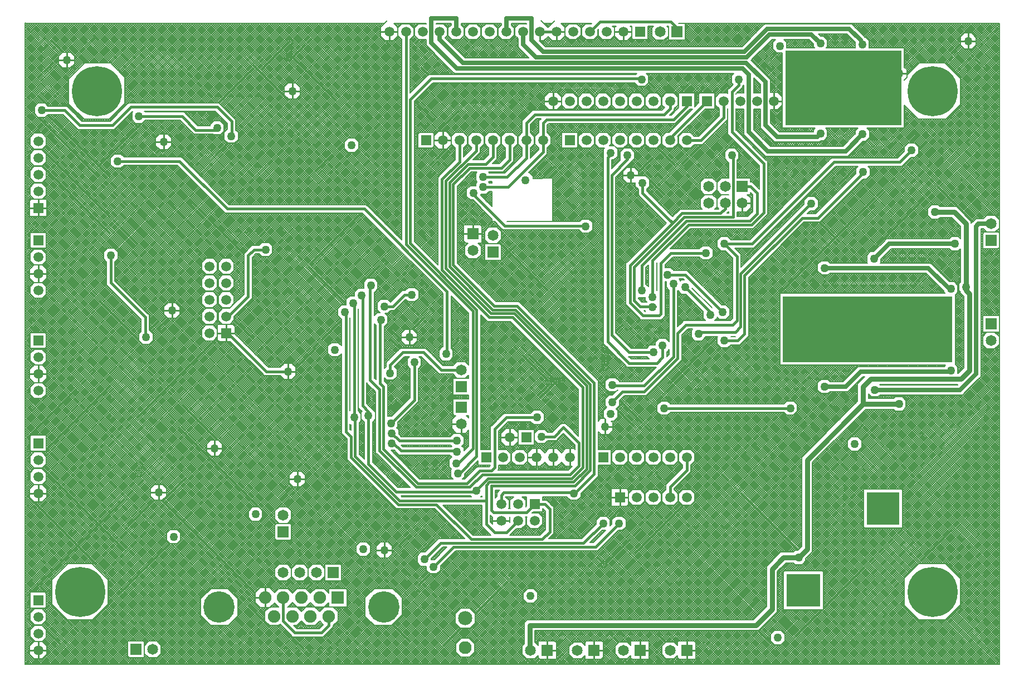
<source format=gbl>
G04 Layer_Physical_Order=4*
G04 Layer_Color=16711680*
%FSLAX25Y25*%
%MOIN*%
G70*
G01*
G75*
%ADD50C,0.00500*%
%ADD51C,0.01000*%
%ADD52C,0.01500*%
%ADD53C,0.02500*%
%ADD54C,0.03000*%
%ADD61C,0.06500*%
%ADD62R,0.06500X0.06500*%
%ADD63C,0.05906*%
%ADD64R,0.05906X0.05906*%
%ADD65R,0.05906X0.05906*%
%ADD66C,0.30000*%
%ADD67R,0.06500X0.06500*%
%ADD68C,0.07500*%
%ADD69R,0.07500X0.07500*%
%ADD70C,0.18740*%
%ADD71C,0.08480*%
%ADD72C,0.07693*%
%ADD73C,0.05000*%
%ADD87R,0.20500X0.19717*%
%ADD88R,0.19744X0.19744*%
%ADD89R,1.01500X0.39500*%
%ADD90R,0.69500X0.44500*%
D50*
X586125Y390500D02*
X590000Y386625D01*
X583296Y390500D02*
X590000Y383796D01*
X574772Y383853D02*
X581418Y390500D01*
X575479Y383146D02*
X582833Y390500D01*
X588953D02*
X590000Y389453D01*
X587539Y390500D02*
X590000Y388039D01*
X584711Y390500D02*
X590000Y385211D01*
X567740Y390500D02*
X573490Y384750D01*
X570012D02*
X575762Y390500D01*
X564912D02*
X570662Y384750D01*
X566326Y390500D02*
X572076Y384750D01*
X572840D02*
X578590Y390500D01*
X574065Y384560D02*
X580004Y390500D01*
X571426Y384750D02*
X577176Y390500D01*
X580468D02*
X590000Y380968D01*
X579054Y390500D02*
X590000Y379554D01*
X570569Y390500D02*
X590000Y371069D01*
X569154Y390500D02*
X590000Y369654D01*
X581882Y390500D02*
X590000Y382382D01*
X577640Y390500D02*
X590000Y378140D01*
X576225Y390500D02*
X590000Y376725D01*
X576250Y379675D02*
X587075Y390500D01*
X576250Y378261D02*
X588489Y390500D01*
X576186Y382439D02*
X584247Y390500D01*
X576250Y381089D02*
X585661Y390500D01*
X574811D02*
X590000Y375311D01*
X573397Y390500D02*
X590000Y373897D01*
X571983Y390500D02*
X590000Y372483D01*
X563497Y390500D02*
X569247Y384750D01*
X556426Y390500D02*
X566750Y380176D01*
X544941Y366750D02*
X568690Y390500D01*
X546355Y366750D02*
X570105Y390500D01*
X549183Y366750D02*
X572933Y390500D01*
X550597Y366750D02*
X574347Y390500D01*
X547769Y366750D02*
X571519Y390500D01*
X533321Y370687D02*
X553134Y390500D01*
X533321Y369272D02*
X554548Y390500D01*
X533321Y372101D02*
X551720Y390500D01*
X526728D02*
X550478Y366750D01*
X555012Y390500D02*
X566750Y378762D01*
X542112Y366750D02*
X565862Y390500D01*
X533321Y367858D02*
X555963Y390500D01*
X562264Y362861D02*
X589904Y390500D01*
X534750Y360802D02*
X564448Y390500D01*
X534372Y363253D02*
X561619Y390500D01*
X534750Y362216D02*
X563034Y390500D01*
X553598D02*
X590000Y354098D01*
X552184Y390500D02*
X590000Y352684D01*
X550770Y390500D02*
X590000Y351270D01*
X530971Y390500D02*
X554721Y366750D01*
X532385Y390500D02*
X556135Y366750D01*
X528142Y390500D02*
X551892Y366750D01*
X529556Y390500D02*
X553306Y366750D01*
X533321Y365030D02*
X558791Y390500D01*
X533665Y363960D02*
X560205Y390500D01*
X533321Y366444D02*
X557377Y390500D01*
X576250Y377625D02*
Y382375D01*
Y381990D02*
X590000Y368240D01*
X573875Y384750D02*
X576250Y382375D01*
X573490Y384750D02*
X576250Y381990D01*
X573875Y375250D02*
X576250Y377625D01*
X569125Y375250D02*
X573875D01*
X569125Y384750D02*
X573875D01*
X566750Y382375D02*
X569125Y384750D01*
X566750Y377625D02*
Y382375D01*
Y377625D02*
X569125Y375250D01*
X566750Y354619D02*
X590000Y377869D01*
X566750Y353204D02*
X590000Y376454D01*
X566750Y357447D02*
X590000Y380697D01*
X566750Y356033D02*
X590000Y379283D01*
X571676Y375250D02*
X590000Y356926D01*
X570262Y375250D02*
X590000Y355512D01*
X566750Y351790D02*
X590000Y375040D01*
X576250Y380576D02*
X590000Y366826D01*
X576250Y379162D02*
X590000Y365412D01*
X576250Y377748D02*
X590000Y363998D01*
X575604Y376979D02*
X590000Y362583D01*
X574897Y376272D02*
X590000Y361169D01*
X574190Y375565D02*
X590000Y359755D01*
X573091Y375250D02*
X590000Y358341D01*
X562083Y390500D02*
X568479Y384104D01*
X560669Y390500D02*
X567772Y383397D01*
X559255Y390500D02*
X567065Y382690D01*
X557841Y390500D02*
X566750Y381591D01*
X556254Y366750D02*
X566940Y377435D01*
X557668Y366750D02*
X567647Y376728D01*
X552012Y366750D02*
X566750Y381488D01*
X533321Y373515D02*
X550306Y390500D01*
X533799D02*
X557549Y366750D01*
X533321Y374929D02*
X548891Y390500D01*
X525314D02*
X549064Y366750D01*
X553426D02*
X566750Y380074D01*
X554840Y366750D02*
X566750Y378660D01*
X541625Y366750D02*
X558375D01*
X564386Y360739D02*
X590000Y386354D01*
X565093Y360032D02*
X590000Y384940D01*
X562971Y362154D02*
X590000Y389182D01*
X563679Y361446D02*
X590000Y387768D01*
X565800Y359325D02*
X590000Y383525D01*
X566507Y358618D02*
X590000Y382111D01*
X561557Y363568D02*
X573239Y375250D01*
X559436Y365689D02*
X569061Y375314D01*
X560143Y364982D02*
X570411Y375250D01*
X543526Y366750D02*
X567276Y390500D01*
X558729Y366396D02*
X568354Y376021D01*
X560850Y364275D02*
X571825Y375250D01*
X558375Y366750D02*
X566750Y358375D01*
X557549Y366750D02*
X566750Y357549D01*
X527071Y375750D02*
X541820Y390500D01*
X528485Y375750D02*
X543235Y390500D01*
X524242Y375750D02*
X538992Y390500D01*
X525656Y375750D02*
X540406Y390500D01*
X531313Y375750D02*
X546063Y390500D01*
X532727Y375750D02*
X547477Y390500D01*
X529899Y375750D02*
X544649Y390500D01*
X512250Y377900D02*
X524850Y390500D01*
X512250Y376486D02*
X526264Y390500D01*
X511948Y380427D02*
X522021Y390500D01*
X512250Y379314D02*
X523436Y390500D01*
X521414Y375750D02*
X536164Y390500D01*
X522828Y375750D02*
X537578Y390500D01*
X519999Y375750D02*
X534749Y390500D01*
X518585Y375750D02*
X533335Y390500D01*
X519657D02*
X543407Y366750D01*
X517171Y375750D02*
X531921Y390500D01*
X518243D02*
X532993Y375750D01*
X522485Y390500D02*
X546235Y366750D01*
X523900Y390500D02*
X547649Y366750D01*
X521071Y390500D02*
X544821Y366750D01*
X514000Y390500D02*
X528750Y375750D01*
X514343D02*
X529093Y390500D01*
X512586D02*
X527336Y375750D01*
X512928D02*
X527678Y390500D01*
X515757Y375750D02*
X530507Y390500D01*
X516828D02*
X531578Y375750D01*
X515414Y390500D02*
X530164Y375750D01*
X506104Y385896D02*
X510708Y390500D01*
X506811Y385189D02*
X512122Y390500D01*
X504690Y387310D02*
X507879Y390500D01*
X505397Y386603D02*
X509294Y390500D01*
X508225Y383775D02*
X514951Y390500D01*
X508932Y383068D02*
X516365Y390500D01*
X507518Y384482D02*
X513536Y390500D01*
X503275Y388724D02*
X505051Y390500D01*
X503983Y388017D02*
X506465Y390500D01*
X502568Y389432D02*
X503637Y390500D01*
X501750Y390250D02*
X503250Y388750D01*
X498750Y390250D02*
X501750D01*
X503250Y388750D01*
X498750Y390250D02*
X501750D01*
X510534Y381841D02*
X519193Y390500D01*
X511241Y381134D02*
X520607Y390500D01*
X505515D02*
X520265Y375750D01*
X506929Y390500D02*
X521679Y375750D01*
X509758Y390500D02*
X524508Y375750D01*
X511172Y390500D02*
X525922Y375750D01*
X508343Y390500D02*
X523093Y375750D01*
X509640Y382361D02*
X517779Y390500D01*
X504101D02*
X518851Y375750D01*
X503250Y388750D02*
X509750Y382250D01*
X502686Y390500D02*
X517436Y375750D01*
X488887D02*
X497387Y384250D01*
X489138D02*
X497638Y375750D01*
X487723Y384250D02*
X496223Y375750D01*
X512250Y379522D02*
X516022Y375750D01*
X533321Y375422D02*
X541993Y366750D01*
X512125Y375750D02*
X533321D01*
X512250Y378108D02*
X514608Y375750D01*
X533321Y372593D02*
X540395Y365520D01*
X533321Y371179D02*
X539687Y364813D01*
X533321Y374008D02*
X541102Y366227D01*
X510125Y382250D02*
X512250Y380125D01*
Y375875D02*
Y380125D01*
X503750Y375875D02*
Y379250D01*
X500201Y375750D02*
X503725Y379275D01*
X503029Y375750D02*
X503750Y376471D01*
X512250Y376694D02*
X513194Y375750D01*
X501615D02*
X503750Y377885D01*
X533321Y366937D02*
X537566Y362691D01*
X534750Y359875D02*
X541625Y366750D01*
X533321Y369765D02*
X538980Y364106D01*
X533321Y368351D02*
X538273Y363398D01*
X534750Y362679D02*
X536152Y361277D01*
X534750Y359388D02*
X542112Y366750D01*
X533321Y365522D02*
X536859Y361984D01*
X534750Y361265D02*
X535445Y360570D01*
X534750Y359875D02*
Y362875D01*
X533321Y364304D02*
Y375750D01*
Y364304D02*
X534750Y362875D01*
Y358125D02*
Y359875D01*
X533321Y356696D02*
X534750Y358125D01*
X498750Y384250D02*
X503750Y379250D01*
X497623Y384250D02*
X503750Y378123D01*
X496208Y384250D02*
X503750Y376709D01*
X491966Y384250D02*
X500466Y375750D01*
X494544D02*
X500897Y382103D01*
X497372Y375750D02*
X502311Y380689D01*
X493380Y384250D02*
X501880Y375750D01*
X487250Y379770D02*
X491730Y384250D01*
X487250Y378356D02*
X493144Y384250D01*
X486263Y381612D02*
X488902Y384250D01*
X487250Y376942D02*
X494558Y384250D01*
X487250Y376375D02*
Y380625D01*
X493129Y375750D02*
X500190Y382810D01*
X486970Y380905D02*
X490316Y384250D01*
X491715Y375750D02*
X499483Y383517D01*
X494794Y384250D02*
X503294Y375750D01*
X490301D02*
X498775Y384225D01*
X490552Y384250D02*
X499052Y375750D01*
X495958D02*
X501604Y381396D01*
X498786Y375750D02*
X503018Y379982D01*
X486625Y375750D02*
X503875D01*
X487250Y379066D02*
X490566Y375750D01*
X487473D02*
X495973Y384250D01*
X486309D02*
X494809Y375750D01*
X487250Y380481D02*
X491981Y375750D01*
X487182Y376307D02*
X487738Y375750D01*
X487250Y377652D02*
X489152Y375750D01*
X486625D02*
X487250Y376375D01*
X566750Y347547D02*
X590000Y370797D01*
X566750Y346133D02*
X590000Y369383D01*
X566750Y350376D02*
X590000Y373626D01*
X566750Y348962D02*
X590000Y372212D01*
X566750Y343305D02*
X590000Y366555D01*
X566750Y341891D02*
X590000Y365141D01*
X566750Y344719D02*
X590000Y367969D01*
X566750Y356135D02*
X590000Y332885D01*
X566750Y354721D02*
X590000Y331471D01*
X566750Y341625D02*
Y358375D01*
Y357549D02*
X590000Y334299D01*
X566750Y353306D02*
X590000Y330056D01*
X566750Y351892D02*
X590000Y328642D01*
X558375Y333250D02*
X566750Y341625D01*
X566227Y341102D02*
X590000Y317329D01*
Y273000D02*
Y390500D01*
X565520Y340395D02*
X590000Y315914D01*
X564813Y339688D02*
X590000Y314500D01*
X564105Y338981D02*
X590000Y313086D01*
X563398Y338273D02*
X590000Y311672D01*
X562691Y337566D02*
X590000Y310258D01*
X566750Y347650D02*
X590000Y324400D01*
X566750Y346235D02*
X590000Y322985D01*
X566750Y350478D02*
X590000Y327228D01*
X566750Y349064D02*
X590000Y325814D01*
X566750Y343407D02*
X590000Y320157D01*
X566750Y341993D02*
X590000Y318743D01*
X566750Y344821D02*
X590000Y321571D01*
X549355Y390500D02*
X590000Y349855D01*
X547941Y390500D02*
X590000Y348441D01*
X546527Y390500D02*
X590000Y347027D01*
X545113Y390500D02*
X590000Y345613D01*
X543699Y390500D02*
X590000Y344198D01*
X542284Y390500D02*
X590000Y342784D01*
X540870Y390500D02*
X590000Y341370D01*
X539456Y390500D02*
X590000Y339956D01*
X538042Y390500D02*
X590000Y338542D01*
X536627Y390500D02*
X590000Y337127D01*
X535213Y390500D02*
X590000Y335713D01*
X558109Y333250D02*
X566750Y341891D01*
X541750Y314062D02*
X590000Y362312D01*
X541750Y315476D02*
X590000Y363726D01*
X493073Y247000D02*
X590000Y343928D01*
X494487Y247000D02*
X590000Y342513D01*
X490244Y247000D02*
X590000Y346756D01*
X491658Y247000D02*
X590000Y345342D01*
X497315Y247000D02*
X590000Y339685D01*
X498729Y247000D02*
X590000Y338271D01*
X495901Y247000D02*
X590000Y341099D01*
X541750Y312648D02*
X590000Y360898D01*
X488853Y247023D02*
X590000Y348170D01*
X487252Y248250D02*
X590000Y350998D01*
X488145Y247730D02*
X590000Y349584D01*
X533321Y340067D02*
X590000Y283387D01*
X533321Y338652D02*
X590000Y281973D01*
X533321Y341481D02*
X590000Y284802D01*
X561984Y336859D02*
X590000Y308843D01*
X561277Y336152D02*
X590000Y307429D01*
X560570Y335445D02*
X590000Y306015D01*
X559863Y334738D02*
X590000Y304601D01*
X559156Y334031D02*
X590000Y303186D01*
X558449Y333324D02*
X590000Y301772D01*
X552865Y333250D02*
X590000Y296115D01*
X541625Y333250D02*
X558375D01*
X555694D02*
X590000Y298944D01*
X540910Y317465D02*
X556695Y333250D01*
X541617Y316758D02*
X558109Y333250D01*
X557108D02*
X590000Y300358D01*
X554280Y333250D02*
X590000Y297530D01*
X551451Y333250D02*
X590000Y294701D01*
X548623Y333250D02*
X590000Y291873D01*
X545794Y333250D02*
X590000Y289044D01*
X544380Y333250D02*
X590000Y287630D01*
X542966Y333250D02*
X590000Y286216D01*
X550037Y333250D02*
X590000Y293287D01*
X553278Y281750D02*
X590000Y318472D01*
X547208Y333250D02*
X590000Y290458D01*
X551864Y281750D02*
X590000Y319886D01*
X554159Y281216D02*
X590000Y317057D01*
X550450Y281750D02*
X590000Y321300D01*
X541750Y316081D02*
X582416Y275416D01*
X555107Y280750D02*
X590000Y315643D01*
X556521Y280750D02*
X590000Y314229D01*
X541750Y314667D02*
X581708Y274709D01*
X540203Y318172D02*
X555281Y333250D01*
X533321Y334410D02*
X590000Y277731D01*
X533321Y337238D02*
X590000Y280559D01*
X533321Y335824D02*
X590000Y279145D01*
X533321Y332996D02*
X590000Y276316D01*
X533321Y328753D02*
X586574Y275500D01*
X531495Y327750D02*
X583745Y275500D01*
X524960Y310000D02*
X548210Y333250D01*
X526374Y310000D02*
X549624Y333250D01*
X522131Y310000D02*
X545381Y333250D01*
X523546Y310000D02*
X546796Y333250D01*
X537953Y318750D02*
X552453Y333250D01*
X539367Y318750D02*
X553867Y333250D01*
X536538Y318750D02*
X551038Y333250D01*
X502972Y247000D02*
X590000Y334028D01*
X504386Y247000D02*
X590000Y332614D01*
X500144Y247000D02*
X590000Y336856D01*
X501558Y247000D02*
X590000Y335442D01*
X527372Y261500D02*
X590000Y324129D01*
X513965Y253750D02*
X590000Y329785D01*
X505800Y247000D02*
X590000Y331200D01*
X533321Y331581D02*
X590000Y274902D01*
X533321Y330167D02*
X590000Y273488D01*
X532910Y327750D02*
X585160Y275500D01*
X523129Y261500D02*
X590000Y328371D01*
X525957Y261500D02*
X590000Y325543D01*
X528786Y261500D02*
X590000Y322714D01*
X524543Y261500D02*
X590000Y326957D01*
X533321Y332503D02*
X537846Y337029D01*
X533321Y331089D02*
X538553Y336321D01*
X533321Y333917D02*
X537139Y337736D01*
X533321Y341554D02*
X541625Y333250D01*
X533321Y329675D02*
X539261Y335614D01*
X533321Y328260D02*
X539968Y334907D01*
X528667Y327750D02*
X537667Y318750D01*
X533321Y338160D02*
X535018Y339857D01*
X533321Y336746D02*
X535725Y339150D01*
X533321Y339574D02*
X534311Y340564D01*
X533321Y327750D02*
Y341554D01*
Y335332D02*
X536432Y338443D01*
X532810Y327750D02*
X533321Y328260D01*
X527253Y327750D02*
X536253Y318750D01*
X519303Y310000D02*
X542553Y333250D01*
X520717Y310000D02*
X543967Y333250D01*
X516475Y310000D02*
X540675Y334200D01*
X517889Y310000D02*
X541382Y333493D01*
X525839Y327750D02*
X535107Y318482D01*
X524424Y327750D02*
X534400Y317775D01*
X523010Y327750D02*
X533693Y317068D01*
X517353Y327750D02*
X532177Y312927D01*
X515939Y327750D02*
X531469Y312220D01*
X514525Y327750D02*
X530762Y311512D01*
X515061Y310000D02*
X532810Y327750D01*
X521596D02*
X533250Y316096D01*
X520182Y327750D02*
X533250Y314682D01*
X518767Y327750D02*
X532884Y313634D01*
X511995Y326734D02*
X513012Y327750D01*
X512427Y325751D02*
X514426Y327750D01*
X494726D02*
X500988Y321488D01*
X493312Y327750D02*
X500281Y320781D01*
X512427Y324337D02*
X515840Y327750D01*
X512427Y322923D02*
X517254Y327750D01*
X510979D02*
X533321D01*
X487250Y326030D02*
X488970Y327750D01*
X487250Y324616D02*
X490384Y327750D01*
X486840Y327035D02*
X487556Y327750D01*
X486705Y317000D02*
X497455Y327750D01*
X491897D02*
X499574Y320074D01*
X490483Y327750D02*
X498867Y319367D01*
X489069Y327750D02*
X498160Y318659D01*
X511696Y327750D02*
X529348Y310098D01*
X510818Y310000D02*
X528568Y327750D01*
X507989Y310000D02*
X525739Y327750D01*
X509404Y310000D02*
X527154Y327750D01*
X513111D02*
X530055Y310805D01*
X513646Y310000D02*
X531396Y327750D01*
X512232Y310000D02*
X529982Y327750D01*
X500918Y310000D02*
X518668Y327750D01*
X502333Y310000D02*
X520083Y327750D01*
X488119Y317000D02*
X498869Y327750D01*
X489534Y317000D02*
X500284Y327750D01*
X505161Y310000D02*
X522911Y327750D01*
X506575Y310000D02*
X524325Y327750D01*
X503747Y310000D02*
X521497Y327750D01*
X535375Y318750D02*
X539625D01*
X541750Y316625D01*
X530081Y327750D02*
X539081Y318750D01*
X533250Y316625D02*
X535375Y318750D01*
X533250Y314000D02*
Y316625D01*
X541750Y312375D02*
Y316625D01*
X529250Y310000D02*
X533250Y314000D01*
X512427Y322052D02*
Y326302D01*
Y325605D02*
X528032Y310000D01*
X503927Y326302D02*
X505375Y327750D01*
X510979D02*
X512427Y326302D01*
X510302Y319927D02*
X512427Y322052D01*
Y324191D02*
X526618Y310000D01*
X508427Y319927D02*
X510302D01*
X512082Y321707D02*
X523790Y310000D01*
X512427Y322777D02*
X525204Y310000D01*
X510668Y320293D02*
X520961Y310000D01*
X511375Y321000D02*
X522375Y310000D01*
X527788D02*
X533250Y315462D01*
X529203Y310000D02*
X533250Y314047D01*
X509620Y319927D02*
X519547Y310000D01*
X507609Y319109D02*
X516719Y310000D01*
X508316Y319816D02*
X518133Y310000D01*
X506195Y317695D02*
X513890Y310000D01*
X506902Y318402D02*
X515304Y310000D01*
X504781Y316281D02*
X511062Y310000D01*
X505488Y316988D02*
X512476Y310000D01*
X504074Y315574D02*
X509648Y310000D01*
X503211Y327750D02*
X504293Y326668D01*
X501797Y327750D02*
X503927Y325620D01*
X486125Y327750D02*
X505375D01*
X500383D02*
X503816Y324316D01*
X503927Y324427D02*
Y326302D01*
X498969Y327750D02*
X503109Y323609D01*
X496500Y317000D02*
X503927Y324427D01*
X497554Y327750D02*
X502402Y322902D01*
X496140Y327750D02*
X501695Y322195D01*
X487655Y327750D02*
X497452Y317952D01*
X486241Y327750D02*
X496745Y317245D01*
X487250Y323202D02*
X491798Y327750D01*
X487250Y322375D02*
Y326625D01*
X486125Y327750D02*
X487250Y326625D01*
X501000Y312500D02*
X508427Y319927D01*
X499504Y310000D02*
X509431Y319927D01*
X493776Y317000D02*
X504526Y327750D01*
X495190Y317000D02*
X503927Y325737D01*
X502660Y314159D02*
X506819Y310000D01*
X503367Y314867D02*
X508233Y310000D01*
X501952Y313452D02*
X505405Y310000D01*
X490948Y317000D02*
X501698Y327750D01*
X492362Y317000D02*
X503112Y327750D01*
X487250Y325326D02*
X495576Y317000D01*
X487250Y323912D02*
X494162Y317000D01*
X486604Y321729D02*
X491334Y317000D01*
X487250Y322498D02*
X492748Y317000D01*
X485897Y321022D02*
X489920Y317000D01*
X484573Y382750D02*
X486073Y384250D01*
X485556Y382319D02*
X487487Y384250D01*
X481750D02*
X498750D01*
X483481D02*
X484981Y382750D01*
X485125D02*
X487250Y380625D01*
X484981Y382750D02*
X487250Y380481D01*
X483250Y382750D02*
X485125D01*
X482497Y383503D02*
X483245Y384250D01*
X483204Y382796D02*
X484659Y384250D01*
X481750D02*
X483250Y382750D01*
X482066Y384250D02*
X483566Y382750D01*
X476000Y381000D02*
X478750Y378250D01*
Y376375D02*
Y378250D01*
X475417Y381000D02*
X478750Y377667D01*
X474745Y375750D02*
X477997Y379003D01*
X484895Y384250D02*
X493395Y375750D01*
X472589Y381000D02*
X477839Y375750D01*
X474003Y381000D02*
X479253Y375750D01*
X477573D02*
X478750Y376927D01*
Y376375D02*
X479375Y375750D01*
X476159D02*
X478704Y378295D01*
X469760Y381000D02*
X475010Y375750D01*
X470502D02*
X475752Y381000D01*
X468346D02*
X473596Y375750D01*
X469088D02*
X474338Y381000D01*
X471916Y375750D02*
X476583Y380417D01*
X473330Y375750D02*
X477290Y379710D01*
X471174Y381000D02*
X476424Y375750D01*
X461052Y381000D02*
X476000D01*
X464103D02*
X469353Y375750D01*
X402000Y390500D02*
X590000D01*
X452750Y390250D02*
X498750D01*
X462927Y376660D02*
X467267Y381000D01*
X463431Y375750D02*
X468681Y381000D01*
X462927Y378075D02*
X465853Y381000D01*
X462038Y380014D02*
X463024Y381000D01*
X462745Y379307D02*
X464438Y381000D01*
X454204D02*
X455253Y379951D01*
X461052Y381000D02*
X462927Y379125D01*
X454427D02*
X456302Y381000D01*
X462927Y375750D02*
Y379125D01*
X454096Y381000D02*
X456302D01*
X465518D02*
X470767Y375750D01*
X466259D02*
X471509Y381000D01*
X462689D02*
X467939Y375750D01*
X464845D02*
X470095Y381000D01*
X466932D02*
X472182Y375750D01*
X467674D02*
X472924Y381000D01*
X462927Y375750D02*
X479375D01*
X461275Y381000D02*
X466525Y375750D01*
X462927Y377934D02*
X465111Y375750D01*
X450615Y377518D02*
X460321Y367812D01*
X442477Y367523D02*
X455953Y381000D01*
X462927Y376519D02*
X463696Y375750D01*
X449907Y376811D02*
X460321Y366398D01*
X449200Y376104D02*
X460321Y364984D01*
X453000Y352591D02*
X460321Y359912D01*
X453854Y349203D02*
X460321Y355669D01*
X453000Y355419D02*
X460321Y362740D01*
X453000Y354005D02*
X460321Y361326D01*
X456683Y349203D02*
X460321Y352841D01*
X457849Y348955D02*
X460321Y351427D01*
X455268Y349203D02*
X460321Y354255D01*
X458211Y372750D02*
X460321Y370640D01*
X456797Y372750D02*
X460321Y369226D01*
X454427Y374875D02*
X456552Y372750D01*
X454427Y375120D02*
X456797Y372750D01*
X456552D02*
X460321D01*
X459625D02*
X460321Y372055D01*
X453000Y356834D02*
X460321Y364155D01*
X458556Y348248D02*
X460321Y350012D01*
X459263Y347541D02*
X460321Y348598D01*
X457601Y349203D02*
X460203Y346601D01*
X453000Y353920D02*
X460321Y346599D01*
X459326Y340522D02*
X460321Y339528D01*
X458619Y339815D02*
X460321Y338113D01*
X457912Y339108D02*
X460321Y336699D01*
X460203Y341399D02*
Y346601D01*
X457591Y338797D02*
X460203Y341409D01*
X457601Y338797D02*
X460203Y341399D01*
X453000Y338797D02*
X457601D01*
X448493Y375397D02*
X460321Y363569D01*
X448841Y361159D02*
X460321Y372640D01*
X447786Y374690D02*
X460321Y362155D01*
X447079Y373983D02*
X460321Y360741D01*
X450962Y359038D02*
X460321Y368397D01*
X451669Y358331D02*
X460321Y366983D01*
X449548Y360452D02*
X460321Y371226D01*
X446719Y363281D02*
X456370Y372932D01*
X446372Y373276D02*
X460321Y359327D01*
X445305Y364695D02*
X454956Y374346D01*
X446012Y363988D02*
X455663Y373639D01*
X448133Y361867D02*
X459017Y372750D01*
X450255Y359745D02*
X460321Y369811D01*
X447426Y362574D02*
X457603Y372750D01*
X445665Y372569D02*
X460321Y357912D01*
X444958Y371862D02*
X460321Y356498D01*
X444250Y371154D02*
X460321Y355084D01*
X443543Y370447D02*
X460321Y353670D01*
X452376Y357624D02*
X460321Y365569D01*
X453000Y351177D02*
X460321Y358498D01*
X442836Y369740D02*
X460321Y352256D01*
X453000Y356748D02*
X460321Y349427D01*
X453000Y355334D02*
X460321Y348013D01*
X442129Y369033D02*
X460321Y350841D01*
X453000Y349763D02*
X460321Y357084D01*
X453000Y351091D02*
X454888Y349203D01*
X453000D02*
X457601D01*
X453000Y352505D02*
X456303Y349203D01*
X448947Y390500D02*
X449473Y389973D01*
X448250Y388750D02*
X449750Y390250D01*
X447532Y390500D02*
X448766Y389266D01*
X446118Y390500D02*
X448059Y388559D01*
X449750Y390250D02*
X452750D01*
X449750D02*
X452750D01*
X448250Y388750D02*
X449750Y390250D01*
X440461Y390500D02*
X445231Y385731D01*
X439047Y390500D02*
X444523Y385023D01*
X437633Y390500D02*
X443816Y384316D01*
X436219Y390500D02*
X443109Y383609D01*
X444704Y390500D02*
X447352Y387852D01*
X443290Y390500D02*
X446645Y387145D01*
X441875Y390500D02*
X445938Y386438D01*
X453443Y380347D02*
X454546Y379244D01*
X454427Y374875D02*
Y379125D01*
X452736Y379640D02*
X454427Y377948D01*
X441770Y368231D02*
X454539Y381000D01*
X452029Y378932D02*
X454427Y376534D01*
X451322Y378225D02*
X454427Y375120D01*
X443891Y366109D02*
X454427Y376646D01*
X436000Y376500D02*
X448250Y388750D01*
X441846Y368750D02*
X454096Y381000D01*
X434804Y390500D02*
X442402Y382902D01*
X435897Y376500D02*
X449897Y390500D01*
X443184Y366816D02*
X454427Y378060D01*
X444598Y365402D02*
X454427Y375231D01*
X441548Y368452D02*
X451500Y358500D01*
X433390Y390500D02*
X441695Y382195D01*
X431976Y390500D02*
X440988Y381488D01*
X427412Y376500D02*
X441412Y390500D01*
X428826Y376500D02*
X442826Y390500D01*
X433068Y376500D02*
X447068Y390500D01*
X434483Y376500D02*
X448483Y390500D01*
X431654Y376500D02*
X445654Y390500D01*
X426319D02*
X438160Y378660D01*
X424905Y390500D02*
X437452Y377952D01*
X423491Y390500D02*
X436745Y377245D01*
X422077Y390500D02*
X436038Y376538D01*
X430562Y390500D02*
X440281Y380781D01*
X429147Y390500D02*
X439574Y380074D01*
X427733Y390500D02*
X438867Y379367D01*
X425997Y376500D02*
X439997Y390500D01*
X430240Y376500D02*
X444240Y390500D01*
X423169Y376500D02*
X437169Y390500D01*
X424583Y376500D02*
X438583Y390500D01*
X420662D02*
X434662Y376500D01*
X421755D02*
X435755Y390500D01*
X318500Y376500D02*
X436000D01*
X419248Y390500D02*
X433248Y376500D01*
X420340D02*
X434340Y390500D01*
X417834D02*
X431834Y376500D01*
X418926D02*
X432926Y390500D01*
X417512Y376500D02*
X431512Y390500D01*
X429750Y359125D02*
X431125Y360500D01*
X378875D02*
X431125D01*
X451500Y358500D02*
X453000Y357000D01*
Y354000D02*
Y357000D01*
X451500Y358500D02*
X453000Y357000D01*
X443047Y357953D02*
X447000Y354000D01*
X453000D02*
Y357000D01*
X443047Y356801D02*
X447000Y352849D01*
X443047Y355387D02*
X447000Y351434D01*
X443047Y353952D02*
X445048Y355952D01*
X443047Y352538D02*
X445755Y355245D01*
X443047Y356780D02*
X443633Y357367D01*
X443047Y355366D02*
X444341Y356660D01*
X443047Y353973D02*
X447000Y350020D01*
X443047Y349709D02*
X447000Y353662D01*
X443047Y351124D02*
X446462Y354538D01*
X453000Y349203D02*
Y354000D01*
Y349677D02*
X453474Y349203D01*
X446283Y348703D02*
X447000Y349419D01*
Y348703D02*
Y354000D01*
X444995Y339297D02*
X447000Y337292D01*
X453000Y337035D02*
X454763Y338797D01*
X443047Y348703D02*
X447000D01*
X443047D02*
Y357953D01*
X443455Y348703D02*
X447000Y352248D01*
X443047Y351145D02*
X445489Y348703D01*
X443047Y352559D02*
X446903Y348703D01*
X444869D02*
X447000Y350834D01*
X446409Y339297D02*
X447000Y338706D01*
X443047Y336982D02*
X445363Y339297D01*
X436500Y353125D02*
X437047Y353672D01*
X436500Y353062D02*
X437047Y353609D01*
X436392Y352143D02*
X437047Y351488D01*
X435685Y351435D02*
X437047Y350073D01*
X436384Y348703D02*
X437047Y349366D01*
X443047Y349730D02*
X444075Y348703D01*
X432953D02*
X437047D01*
X429750Y354875D02*
X430688Y353938D01*
X436500Y352250D02*
Y353125D01*
X423792Y360500D02*
X430521Y353771D01*
X428750Y352000D02*
X430688Y353938D01*
X436500Y352250D02*
Y353125D01*
X435250Y351000D02*
X436500Y352250D01*
X435250Y351000D02*
X436500Y352250D01*
X437047Y348703D02*
Y353672D01*
X443047Y338396D02*
X443949Y339297D01*
X433555Y348703D02*
X437047Y352195D01*
X434970Y348703D02*
X437047Y350780D01*
X443047Y339297D02*
X447000D01*
X435096D02*
X437047Y337346D01*
X432649Y339297D02*
X437047D01*
X434271Y350021D02*
X435590Y348703D01*
X434978Y350728D02*
X437004Y348703D01*
X432953D02*
X435250Y351000D01*
X433564Y349314D02*
X434175Y348703D01*
X432500Y348250D02*
X432953Y348703D01*
X436510Y339297D02*
X437047Y338760D01*
X432500Y337748D02*
X434049Y339297D01*
X475406Y325500D02*
X477656Y327750D01*
X476341D02*
X478591Y325500D01*
X473992D02*
X476242Y327750D01*
X474927D02*
X477177Y325500D01*
X477755Y327750D02*
X478815Y326690D01*
X478750Y326625D02*
X479875Y327750D01*
X476821Y325500D02*
X479071Y327750D01*
X470684D02*
X472934Y325500D01*
X471164D02*
X473414Y327750D01*
X463613D02*
X465863Y325500D01*
X466442Y327750D02*
X468692Y325500D01*
X472578D02*
X474828Y327750D01*
X473513D02*
X475763Y325500D01*
X472099Y327750D02*
X474349Y325500D01*
X484423Y248250D02*
X590000Y353827D01*
X485837Y248250D02*
X590000Y352413D01*
X462095Y228750D02*
X590000Y356655D01*
X463509Y228750D02*
X590000Y355241D01*
X483877Y317000D02*
X494627Y327750D01*
X485291Y317000D02*
X496041Y327750D01*
X482463Y317000D02*
X493213Y327750D01*
X466921Y325500D02*
X469171Y327750D01*
X467856D02*
X470106Y325500D01*
X462199Y327750D02*
X464449Y325500D01*
X462678D02*
X464928Y327750D01*
X469270D02*
X471520Y325500D01*
X469749D02*
X471999Y327750D01*
X468335Y325500D02*
X470585Y327750D01*
X456809Y338797D02*
X460321Y335285D01*
X455395Y338797D02*
X460321Y333871D01*
X453980Y338797D02*
X460321Y332457D01*
X453000Y331378D02*
X460321Y338699D01*
Y328214D02*
X460785Y327750D01*
X460321D02*
X479875D01*
X453000Y338363D02*
X460321Y331042D01*
X453518Y330482D02*
X460321Y337285D01*
X454225Y329775D02*
X460321Y335870D01*
X453000Y332792D02*
X460321Y340113D01*
X453000Y336949D02*
X460321Y329628D01*
X454932Y329068D02*
X460321Y334456D01*
X455640Y328361D02*
X460321Y333042D01*
X453000Y335535D02*
X460321Y328214D01*
X459266Y228750D02*
X590000Y359484D01*
X460680Y228750D02*
X590000Y358070D01*
X453000Y334121D02*
X461621Y325500D01*
X432500Y327751D02*
X470000Y290250D01*
X460785Y327750D02*
X463035Y325500D01*
X461264D02*
X463514Y327750D01*
X459850Y325500D02*
X462100Y327750D01*
X460321D02*
Y372750D01*
X456347Y327653D02*
X460321Y331628D01*
X453000Y331292D02*
X458792Y325500D01*
X453000Y332706D02*
X460207Y325500D01*
X457761Y326239D02*
X460321Y328799D01*
X458468Y325532D02*
X460686Y327750D01*
X457054Y326946D02*
X460321Y330214D01*
X485125Y320250D02*
X487250Y322375D01*
X485190Y320315D02*
X488505Y317000D01*
X482500Y319500D02*
X483250Y320250D01*
X483841D02*
X487091Y317000D01*
X483250Y320250D02*
X485125D01*
X482838Y319839D02*
X485677Y317000D01*
X481048D02*
X484298Y320250D01*
X482500Y319500D02*
X483250Y320250D01*
X480349Y319500D02*
X482849Y317000D01*
X478235Y325500D02*
X478750Y326015D01*
Y325500D02*
Y326625D01*
X479500Y319500D02*
X482500D01*
X479634Y317000D02*
X482134Y319500D01*
X479500D02*
X482500D01*
X476806Y317000D02*
X479306Y319500D01*
X477520D02*
X480020Y317000D01*
X475391D02*
X477891Y319500D01*
X476106D02*
X478606Y317000D01*
X478934Y319500D02*
X481434Y317000D01*
X481763Y319500D02*
X484263Y317000D01*
X478220D02*
X480720Y319500D01*
X471863D02*
X474363Y317000D01*
X472563D02*
X475063Y319500D01*
X470449D02*
X472949Y317000D01*
X471149D02*
X473649Y319500D01*
X473977Y317000D02*
X476477Y319500D01*
X474692D02*
X477192Y317000D01*
X473278Y319500D02*
X475777Y317000D01*
X469035Y319500D02*
X471535Y317000D01*
X469735D02*
X472235Y319500D01*
X458500Y325500D02*
X478750D01*
X458500Y319500D02*
X479500D01*
X466906Y317000D02*
X469406Y319500D01*
X468321Y317000D02*
X470821Y319500D01*
X465492Y317000D02*
X467992Y319500D01*
X465028Y327750D02*
X467277Y325500D01*
X465507D02*
X467757Y327750D01*
X464093Y325500D02*
X466343Y327750D01*
X464792Y319500D02*
X467292Y317000D01*
X455500Y319500D02*
X458500D01*
X464078Y317000D02*
X466578Y319500D01*
X455500D02*
X458500D01*
X462664Y317000D02*
X465164Y319500D01*
X463378D02*
X465878Y317000D01*
X461249D02*
X463749Y319500D01*
X461964D02*
X464464Y317000D01*
X466207Y319500D02*
X468707Y317000D01*
X467621Y319500D02*
X470121Y317000D01*
X453000D02*
X496500D01*
X457721Y319500D02*
X460221Y317000D01*
X458421D02*
X460921Y319500D01*
X456307D02*
X458807Y317000D01*
X457007D02*
X459507Y319500D01*
X459835Y317000D02*
X462335Y319500D01*
X460550D02*
X463050Y317000D01*
X459135Y319500D02*
X461635Y317000D01*
X453000Y335621D02*
X456177Y338797D01*
X453000Y334206D02*
X457591Y338797D01*
X443581Y339297D02*
X447000Y335878D01*
X453000Y331000D02*
Y338797D01*
X443047Y334153D02*
X447000Y338106D01*
X443047Y337002D02*
X447000Y333050D01*
X443047Y338417D02*
X447000Y334464D01*
X443047Y335567D02*
X446777Y339297D01*
X447000Y331000D02*
Y339297D01*
X443047Y332739D02*
X447000Y336692D01*
X443047Y335588D02*
X447000Y331635D01*
X443047Y334174D02*
X447000Y330221D01*
X443047Y329910D02*
X447000Y333863D01*
X443047Y331325D02*
X447000Y335277D01*
Y328000D02*
X448500Y326500D01*
X453000Y331000D02*
X458500Y325500D01*
X443047Y328517D02*
X454564Y317000D01*
X443047Y329931D02*
X455979Y317000D01*
X447000Y328000D02*
X448500Y326500D01*
X445104Y324896D02*
X447604Y327396D01*
X443047Y326953D02*
X453000Y317000D01*
X443047Y328496D02*
X447000Y332449D01*
Y328000D02*
Y331000D01*
X443047Y332760D02*
X447000Y328807D01*
X443047Y326953D02*
Y339297D01*
X447000Y328000D02*
Y331000D01*
X444397Y325603D02*
X447000Y328206D01*
X443690Y326310D02*
X447000Y329621D01*
X433681Y339297D02*
X437047Y335931D01*
X432500Y339064D02*
X437047Y334517D01*
X432500Y333505D02*
X437047Y338053D01*
X432500Y337650D02*
X437047Y333103D01*
X432500Y336236D02*
X437047Y331689D01*
X432500Y333407D02*
X437047Y328860D01*
X432500Y332091D02*
X437047Y336638D01*
X432500Y330677D02*
X437047Y335224D01*
X432500Y334822D02*
X437047Y330275D01*
X432500Y336334D02*
X435463Y339297D01*
X432500Y334920D02*
X436878Y339297D01*
X432500Y327849D02*
X437047Y332396D01*
X432500Y331993D02*
X437047Y327446D01*
X432500Y329263D02*
X437047Y333810D01*
X443047Y327082D02*
X447000Y331035D01*
X443047Y331346D02*
X457393Y317000D01*
X432658Y326592D02*
X437047Y330981D01*
X432500Y330579D02*
X437047Y326032D01*
X443047Y327103D02*
X453150Y317000D01*
X422496Y327855D02*
X446500Y303851D01*
X421789Y327148D02*
X446500Y302437D01*
X437047Y326953D02*
Y339297D01*
X433365Y325885D02*
X437047Y329567D01*
X432500Y326750D02*
Y339446D01*
Y329165D02*
X437047Y324618D01*
Y323953D02*
Y326953D01*
Y323953D02*
Y326953D01*
X434072Y325178D02*
X437047Y328153D01*
X449347Y320653D02*
X451847Y323153D01*
X450054Y319946D02*
X452554Y322446D01*
X448639Y321361D02*
X451139Y323861D01*
X448500Y326500D02*
X454000Y321000D01*
X455500Y319500D01*
X454000Y321000D02*
X455500Y319500D01*
X450761Y319239D02*
X453261Y321739D01*
X447225Y322775D02*
X449725Y325275D01*
X447932Y322068D02*
X450432Y324568D01*
X445811Y324189D02*
X448311Y326689D01*
X446518Y323482D02*
X449018Y325982D01*
X439729Y319521D02*
X440604Y320396D01*
X440436Y318814D02*
X441311Y319689D01*
X439022Y320228D02*
X439897Y321103D01*
X452882Y317118D02*
X455382Y319618D01*
X454178Y317000D02*
X456678Y319500D01*
X451468Y318532D02*
X453968Y321032D01*
X452175Y317825D02*
X454675Y320325D01*
X455593Y317000D02*
X458093Y319500D01*
X446800Y312450D02*
X447675Y313325D01*
X446093Y313157D02*
X446968Y314032D01*
X442557Y316693D02*
X443432Y317568D01*
X443264Y315986D02*
X444139Y316861D01*
X441143Y318107D02*
X442018Y318982D01*
X441850Y317400D02*
X442725Y318275D01*
X444679Y314571D02*
X445554Y315446D01*
X445386Y313864D02*
X446261Y314739D01*
X443972Y315278D02*
X444847Y316153D01*
X437047Y323953D02*
X438547Y322453D01*
X437047Y323953D02*
X438547Y322453D01*
X434779Y324471D02*
X437047Y326739D01*
X436193Y323057D02*
X437068Y323932D01*
X437608Y321642D02*
X438483Y322517D01*
X438315Y320935D02*
X439190Y321810D01*
X436901Y322350D02*
X437776Y323224D01*
X435486Y323764D02*
X437047Y325325D01*
X430301Y315750D02*
X433150Y318600D01*
X421082Y326441D02*
X431773Y315750D01*
X428887D02*
X432443Y319307D01*
X431715Y315750D02*
X433858Y317892D01*
X432627Y315248D02*
X434565Y317185D01*
X427875Y315750D02*
X432125D01*
X434041Y313834D02*
X435979Y315771D01*
X438547Y322453D02*
X448500Y312500D01*
X432500Y326750D02*
X450250Y309000D01*
X428750Y323000D02*
X446500Y305250D01*
X434250Y311214D02*
X437393Y314357D01*
X434250Y309800D02*
X438100Y313650D01*
X434250Y312628D02*
X436686Y315064D01*
X433334Y314541D02*
X435272Y316478D01*
X390486Y278764D02*
X431736Y320014D01*
X389779Y279471D02*
X431029Y320721D01*
X432125Y315750D02*
X434250Y313625D01*
Y309375D02*
Y313625D01*
X431773Y315750D02*
X434250Y313273D01*
X566230Y279145D02*
X590000Y302915D01*
X566937Y278438D02*
X590000Y301501D01*
X564816Y280559D02*
X590000Y305744D01*
X565523Y279852D02*
X590000Y304330D01*
X568351Y277024D02*
X590000Y298673D01*
X569058Y276317D02*
X590000Y297258D01*
X567644Y277731D02*
X590000Y300087D01*
X583798Y275500D02*
X590000Y281702D01*
X585212Y275500D02*
X590000Y280288D01*
X564625Y280750D02*
X566250Y279125D01*
X569765Y275610D02*
X590000Y295844D01*
X586626Y275500D02*
X590000Y278874D01*
X587770Y275230D02*
X590000Y277460D01*
X582500Y275500D02*
X587500D01*
X576141Y273500D02*
X590000Y287359D01*
X577555Y273500D02*
X590000Y285945D01*
X570472Y274903D02*
X590000Y294430D01*
X571180Y274195D02*
X590000Y293016D01*
X588477Y274523D02*
X590000Y276045D01*
X589184Y273816D02*
X590000Y274631D01*
X580384Y273500D02*
X590000Y283116D01*
X578969Y273500D02*
X590000Y284531D01*
X573250Y272023D02*
X590000Y288773D01*
X571887Y273488D02*
X590000Y291602D01*
X572594Y272781D02*
X590000Y290188D01*
X580500Y273500D02*
X582500Y275500D01*
X587500D02*
X590000Y273000D01*
X566250Y279125D02*
X571625Y273750D01*
X559349Y280750D02*
X590000Y311401D01*
X560764Y280750D02*
X590000Y309986D01*
X557935Y280750D02*
X590000Y312815D01*
X541750Y313253D02*
X581001Y274001D01*
X563592Y280750D02*
X590000Y307158D01*
X564625Y280750D02*
X566250Y279125D01*
X562178Y280750D02*
X590000Y308572D01*
X535927Y309177D02*
X564353Y280750D01*
X561375D02*
X564625D01*
X534512Y307762D02*
X561525Y280750D01*
X535219Y308470D02*
X562939Y280750D01*
X554625D02*
X561375D01*
X564625D01*
X554625Y274250D02*
X561375D01*
X540775Y311400D02*
X578674Y273500D01*
X541482Y312107D02*
X580089Y273500D01*
X540068Y310693D02*
X577260Y273500D01*
X539096Y310250D02*
X575923Y273423D01*
X537682Y310250D02*
X575216Y272716D01*
X564353Y280750D02*
X573250Y271853D01*
X536634Y309884D02*
X574509Y272009D01*
X561375Y274250D02*
X566750Y268875D01*
X560954Y274250D02*
X566750Y268454D01*
X559540Y274250D02*
X566750Y267040D01*
X548585Y261500D02*
X561335Y274250D01*
X558125D02*
X566750Y265625D01*
X556711Y274250D02*
X566750Y264211D01*
X555297Y274250D02*
X566750Y262797D01*
X590000Y268000D02*
Y273000D01*
X589209Y267209D02*
X590000Y266417D01*
X587500Y265500D02*
X590000Y268000D01*
X588501Y266501D02*
X589503Y265500D01*
X587500D02*
X590000D01*
X589354D02*
X590000Y266146D01*
X582500Y265500D02*
X587500D01*
X579000Y273500D02*
X580500D01*
X579000Y267500D02*
X580500D01*
X576000Y273500D02*
X579000D01*
X576000D02*
X579000D01*
X580869Y265500D02*
X581684Y266316D01*
X582500Y265500D02*
X587500D01*
X579000Y266460D02*
X580040Y267500D01*
X587940Y265500D02*
X590000Y267560D01*
Y265500D02*
Y268000D01*
X579017Y267500D02*
X581017Y265500D01*
X580500Y267500D02*
X582500Y265500D01*
X580432Y267500D02*
X582432Y265500D01*
X589503D02*
X590000Y265003D01*
X580000Y265500D02*
X582500D01*
X579000Y265045D02*
X580977Y267023D01*
X580000Y264631D02*
X580869Y265500D01*
X579000Y266103D02*
X580000Y265103D01*
X579000Y264689D02*
X580000Y263689D01*
X579000Y263275D02*
X580000Y262275D01*
X579000Y262217D02*
X580000Y263217D01*
X579000Y263631D02*
X580000Y264631D01*
X574500Y272000D02*
X576000Y273500D01*
X574500Y272000D02*
X576000Y273500D01*
X571625Y273750D02*
X573250Y272125D01*
X571625Y273750D02*
X573250Y272125D01*
Y271853D02*
X573802Y271302D01*
X573250Y270750D02*
X574500Y272000D01*
X573250Y270750D02*
X574500Y272000D01*
X573250Y270750D02*
Y272125D01*
Y270750D02*
Y272125D01*
X552054Y273250D02*
X562554Y262750D01*
X562563D02*
X566750Y266937D01*
X563977Y262750D02*
X566750Y265523D01*
X565391Y262750D02*
X566750Y264109D01*
X561375Y262750D02*
X565625D01*
X566750Y261625D02*
Y268875D01*
X558484Y261500D02*
X566305Y269320D01*
X554254Y273879D02*
X565383Y262750D01*
X557070Y261500D02*
X565597Y270028D01*
X566215Y262160D02*
X566750Y262695D01*
X565625Y262750D02*
X566750Y261625D01*
X559898Y261500D02*
X566750Y268352D01*
X553469Y273250D02*
X563969Y262750D01*
X552827Y261500D02*
X563476Y272149D01*
X549999Y261500D02*
X562062Y273563D01*
X551413Y261500D02*
X562769Y272856D01*
X555656Y261500D02*
X564890Y270735D01*
X560125Y261500D02*
X561375Y262750D01*
X554242Y261500D02*
X564183Y271442D01*
X539352Y310250D02*
X541750Y312648D01*
X539625Y310250D02*
X541750Y312375D01*
X537000Y310250D02*
X539625D01*
X533000Y306250D02*
X537000Y310250D01*
X531750Y305000D02*
X533000Y306250D01*
X531750Y305000D02*
X533000Y306250D01*
X529250Y305000D02*
X531750D01*
X503334D02*
X504479Y303854D01*
X512750Y302033D02*
X515717Y305000D01*
X501245Y312745D02*
X503991Y310000D01*
X501920Y305000D02*
X504250Y302670D01*
X529250Y305000D02*
X531750D01*
X512750Y300619D02*
X517132Y305000D01*
X511375D02*
X529250D01*
X533098Y306348D02*
X558697Y280750D01*
X533805Y307055D02*
X560111Y280750D01*
X530204Y305000D02*
X553454Y281750D01*
X532391Y305641D02*
X557282Y280750D01*
X531618Y305000D02*
X555868Y280750D01*
X517476Y305000D02*
X560550Y261926D01*
X513233Y305000D02*
X556733Y261500D01*
X523133Y305000D02*
X547879Y280254D01*
X521719Y305000D02*
X547250Y279469D01*
X520304Y305000D02*
X547250Y278054D01*
X518890Y305000D02*
X547250Y276640D01*
X528790Y305000D02*
X552040Y281750D01*
X525961Y305000D02*
X549293Y281668D01*
X524547Y305000D02*
X548586Y280961D01*
X499831Y311331D02*
X501162Y310000D01*
X500538Y312038D02*
X502576Y310000D01*
X499500Y311000D02*
X501000Y312500D01*
X499500Y311000D02*
X501000Y312500D01*
X496500Y311000D02*
X499500D01*
X498748D02*
X499748Y310000D01*
X496500Y311000D02*
X499500D01*
X495261Y310000D02*
X496262Y311000D01*
X495920D02*
X496920Y310000D01*
X490263Y311000D02*
X491263Y310000D01*
X494505Y311000D02*
X495505Y310000D01*
X497334Y311000D02*
X498334Y310000D01*
X498090D02*
X499090Y311000D01*
X496676Y310000D02*
X497676Y311000D01*
X493091D02*
X494091Y310000D01*
X493847D02*
X494847Y311000D01*
X492250Y310000D02*
X529250D01*
X492433D02*
X493433Y311000D01*
X500505Y305000D02*
X504250Y301255D01*
X499091Y305000D02*
X503921Y300171D01*
X494849Y305000D02*
X501799Y298049D01*
X491019Y310000D02*
X492019Y311000D01*
X491677D02*
X492677Y310000D01*
X488849Y311000D02*
X489849Y310000D01*
X489750D02*
X492250D01*
X489750D02*
X492250D01*
X488500Y308750D02*
X489750Y310000D01*
X488500Y308750D02*
X489750Y310000D01*
X549375Y281750D02*
X553625D01*
X554625Y280750D01*
X527375Y305000D02*
X550625Y281750D01*
X547250Y279625D02*
X549375Y281750D01*
Y273250D02*
X553625D01*
X554625Y274250D01*
X547250Y275375D02*
X549375Y273250D01*
X512750Y303447D02*
X514303Y305000D01*
X512750Y299375D02*
Y303625D01*
X512132Y304243D02*
X512889Y305000D01*
X511375D02*
X512750Y303625D01*
X510625Y297250D02*
X512750Y299375D01*
X547250Y275375D02*
Y279625D01*
X508500Y297250D02*
X510625D01*
X545756Y261500D02*
X558506Y274250D01*
X547170Y261500D02*
X559920Y274250D01*
X512750Y301241D02*
X552491Y261500D01*
X544342D02*
X557092Y274250D01*
X550640Y273250D02*
X561258Y262633D01*
X542928Y261500D02*
X555678Y274250D01*
X541514Y261500D02*
X553264Y273250D01*
X512750Y299827D02*
X551077Y261500D01*
X530200D02*
X547250Y278550D01*
X507671Y296421D02*
X542591Y261500D01*
X508378Y297128D02*
X544005Y261500D01*
X538685D02*
X550435Y273250D01*
X540099Y261500D02*
X551849Y273250D01*
X531614Y261500D02*
X547250Y277136D01*
X504748Y305000D02*
X505187Y304561D01*
X504250Y303625D02*
X505625Y305000D01*
X492250D02*
X505625D01*
X493434D02*
X501092Y297342D01*
X504250Y300500D02*
Y303625D01*
X497677Y305000D02*
X503214Y299464D01*
X496263Y305000D02*
X502506Y298756D01*
X492135Y304885D02*
X500385Y296635D01*
X491428Y304178D02*
X499678Y295928D01*
X490721Y303471D02*
X498971Y295221D01*
X490014Y302764D02*
X498264Y294514D01*
X489307Y302057D02*
X497557Y293807D01*
X488599Y301349D02*
X496849Y293099D01*
X487892Y300642D02*
X496142Y292392D01*
X506256Y295006D02*
X539763Y261500D01*
X506963Y295713D02*
X541177Y261500D01*
X504842Y293592D02*
X536934Y261500D01*
X505549Y294299D02*
X538349Y261500D01*
X503428Y292178D02*
X534106Y261500D01*
X504135Y292885D02*
X535520Y261500D01*
X502721Y291471D02*
X532692Y261500D01*
X501307Y290057D02*
X529863Y261500D01*
X502014Y290764D02*
X531278Y261500D01*
X499893Y288643D02*
X527035Y261500D01*
X500599Y289350D02*
X528449Y261500D01*
X498478Y287228D02*
X524206Y261500D01*
X499185Y287935D02*
X525621Y261500D01*
X497771Y286521D02*
X522792Y261500D01*
X579000Y260447D02*
X580000Y259447D01*
X590000Y255500D02*
Y265500D01*
X579000Y259388D02*
X580000Y260388D01*
X579000Y259032D02*
X580000Y258032D01*
Y255500D02*
X590000D01*
X589254D02*
X590000Y256246D01*
X579000Y253732D02*
X580768Y255500D01*
X579000Y261861D02*
X580000Y260861D01*
Y255500D02*
Y265500D01*
X579000Y260803D02*
X580000Y261803D01*
X579000Y257974D02*
X580000Y258974D01*
X579000Y256560D02*
X580000Y257560D01*
X579000Y255146D02*
X580000Y256146D01*
X579000Y257618D02*
X580000Y256618D01*
X588189Y255500D02*
X590000Y253689D01*
X586775Y255500D02*
X590000Y252275D01*
X581118Y255500D02*
X590000Y246618D01*
X579000Y256204D02*
X590000Y245204D01*
X585361Y255500D02*
X590000Y250861D01*
X583947Y255500D02*
X590000Y249447D01*
X582532Y255500D02*
X590000Y248032D01*
X579000Y249489D02*
X585011Y255500D01*
X579000Y248075D02*
X586425Y255500D01*
X579000Y252318D02*
X582183Y255500D01*
X579000Y250903D02*
X583597Y255500D01*
X579000Y245246D02*
X589254Y255500D01*
X579000Y243832D02*
X590000Y254832D01*
X579000Y246661D02*
X587839Y255500D01*
X559905D02*
X566750Y248655D01*
X558491Y255500D02*
X566750Y247241D01*
X525500Y255500D02*
X560125D01*
X557077D02*
X566750Y245827D01*
X566218Y254843D02*
X566750Y254312D01*
X565625Y254250D02*
X566750Y255375D01*
X560125Y255500D02*
X561375Y254250D01*
X516062Y305000D02*
X559562Y261500D01*
X525500D02*
X560125D01*
X511819Y305000D02*
X555319Y261500D01*
X514647Y305000D02*
X558147Y261500D01*
X549321Y246679D02*
X558141Y255500D01*
X550028Y245972D02*
X559555Y255500D01*
X548227Y247000D02*
X556727Y255500D01*
X555662D02*
X566750Y244412D01*
X554248Y255500D02*
X566750Y242998D01*
X552834Y255500D02*
X566750Y241584D01*
X548591Y255500D02*
X566750Y237341D01*
X579000Y254790D02*
X590000Y243790D01*
X551420Y255500D02*
X566750Y240170D01*
X550005Y255500D02*
X566750Y238755D01*
X547177Y255500D02*
X566750Y235927D01*
X545763Y255500D02*
X566194Y235069D01*
X541520Y255500D02*
X561270Y235750D01*
X544349Y255500D02*
X565750Y234099D01*
X550735Y245265D02*
X560547Y255078D01*
X566750Y235625D02*
Y255375D01*
X542934Y255500D02*
X562684Y235750D01*
X579000Y241004D02*
X590000Y252004D01*
X579000Y251961D02*
X590000Y240961D01*
X579000Y242418D02*
X590000Y253418D01*
X579000Y253375D02*
X590000Y242375D01*
X579000Y250547D02*
X590000Y239547D01*
X579000Y238175D02*
X590000Y249175D01*
X579000Y239590D02*
X590000Y250590D01*
X579000Y236761D02*
X590000Y247761D01*
X579000Y247719D02*
X590000Y236719D01*
X565398Y254250D02*
X566750Y252898D01*
X579000Y249133D02*
X590000Y238133D01*
X579000Y235347D02*
X590000Y246347D01*
X579000Y246304D02*
X590000Y235304D01*
X565750Y234625D02*
X566750Y235625D01*
X579000Y232519D02*
X590000Y243519D01*
X579000Y243476D02*
X590000Y232476D01*
X579000Y233933D02*
X590000Y244933D01*
X579000Y244890D02*
X590000Y233890D01*
X579000Y242062D02*
X590000Y231062D01*
X579000Y229690D02*
X590000Y240690D01*
X579000Y231104D02*
X590000Y242104D01*
X565750Y230375D02*
Y234625D01*
X579000Y240648D02*
X590000Y229647D01*
X565250Y232911D02*
X565750Y233411D01*
X565250Y229375D02*
Y233625D01*
Y230082D02*
X565750Y230582D01*
Y230375D02*
X566750Y229375D01*
X565250Y231770D02*
X565750Y231270D01*
X563983Y254250D02*
X566750Y251483D01*
X562569Y254250D02*
X566750Y250069D01*
X554270Y241730D02*
X566750Y254210D01*
X554977Y241023D02*
X566750Y252795D01*
X557806Y238194D02*
X566750Y247139D01*
X558513Y237487D02*
X566750Y245724D01*
X555684Y240316D02*
X566750Y251381D01*
X561375Y254250D02*
X565625D01*
X553563Y242437D02*
X565376Y254250D01*
X551442Y244558D02*
X561254Y254371D01*
X552149Y243851D02*
X562548Y254250D01*
X556391Y239609D02*
X566750Y249967D01*
X557099Y238901D02*
X566750Y248553D01*
X552856Y243144D02*
X563962Y254250D01*
X561018Y235750D02*
X566750Y241482D01*
X562432Y235750D02*
X566750Y240068D01*
X559220Y236780D02*
X566750Y244310D01*
X559927Y236073D02*
X566750Y242896D01*
X564193Y234682D02*
X566750Y237239D01*
X564900Y233975D02*
X566750Y235825D01*
X563486Y235389D02*
X566750Y238653D01*
X560250Y235750D02*
X563125D01*
X565250Y233625D01*
X550500Y245500D02*
X560250Y235750D01*
X546000Y241000D02*
X556750Y230250D01*
X565250Y233184D02*
X565750Y232684D01*
X565250Y231496D02*
X565750Y231996D01*
X556750Y229375D02*
Y230250D01*
X545398Y247000D02*
X553898Y255500D01*
X546812Y247000D02*
X555312Y255500D01*
X537271Y261500D02*
X549198Y273427D01*
X543984Y247000D02*
X552484Y255500D01*
X541156Y247000D02*
X549656Y255500D01*
X542570Y247000D02*
X551070Y255500D01*
X540106D02*
X548606Y247000D01*
X535857Y261500D02*
X548491Y274134D01*
X539742Y247000D02*
X548242Y255500D01*
X533028Y261500D02*
X547250Y275722D01*
X534443Y261500D02*
X547784Y274841D01*
X538327Y247000D02*
X546827Y255500D01*
X538692D02*
X547192Y247000D01*
X534449Y255500D02*
X542949Y247000D01*
X530206Y255500D02*
X538706Y247000D01*
X531256D02*
X539756Y255500D01*
X528792D02*
X537292Y247000D01*
X529842D02*
X538342Y255500D01*
X532670Y247000D02*
X541170Y255500D01*
X534085Y247000D02*
X542585Y255500D01*
X531621D02*
X540121Y247000D01*
X525599D02*
X534099Y255500D01*
X525964D02*
X534464Y247000D01*
X522771D02*
X531271Y255500D01*
X524185Y247000D02*
X532685Y255500D01*
X527378D02*
X535878Y247000D01*
X528428D02*
X536928Y255500D01*
X527014Y247000D02*
X535514Y255500D01*
X512269Y298894D02*
X549662Y261500D01*
X512750Y302655D02*
X553905Y261500D01*
X510854Y297479D02*
X546834Y261500D01*
X511561Y298186D02*
X548248Y261500D01*
X522500D02*
X525500D01*
X522500D02*
X525500D01*
X509670Y297250D02*
X545420Y261500D01*
X497064Y285814D02*
X521939Y260939D01*
X496357Y285107D02*
X521232Y260232D01*
X495650Y284400D02*
X520525Y259525D01*
X494943Y283693D02*
X519818Y258818D01*
X521000Y260000D02*
X522500Y261500D01*
X521000Y260000D02*
X522500Y261500D01*
X494236Y282986D02*
X519111Y258111D01*
X519250Y249250D02*
X525500Y255500D01*
X519250Y249136D02*
X525614Y255500D01*
X493529Y282278D02*
X518403Y257403D01*
X514750Y253750D02*
X521000Y260000D01*
X519943Y247000D02*
X528442Y255500D01*
X521357Y247000D02*
X529857Y255500D01*
X519250Y247722D02*
X527028Y255500D01*
X492821Y281571D02*
X517696Y256696D01*
X492114Y280864D02*
X516989Y255989D01*
X491407Y280157D02*
X516282Y255282D01*
X490700Y279450D02*
X515575Y254575D01*
X489993Y278743D02*
X514868Y253868D01*
X489286Y278036D02*
X513572Y253750D01*
X488579Y277329D02*
X512516Y253391D01*
X535863Y255500D02*
X544363Y247000D01*
X536913D02*
X545413Y255500D01*
X533035D02*
X541535Y247000D01*
X535499D02*
X543999Y255500D01*
X546000Y247000D02*
X549000D01*
X546000D02*
X549000D01*
X537278Y255500D02*
X545778Y247000D01*
X524318Y254318D02*
X531635Y247000D01*
X525025Y255025D02*
X533050Y247000D01*
X512875Y253750D02*
X514750D01*
X523611Y253611D02*
X530221Y247000D01*
X522196Y252196D02*
X527393Y247000D01*
X522903Y252904D02*
X528807Y247000D01*
X519250Y247375D02*
Y249250D01*
X549000Y247000D02*
X550500Y245500D01*
X549000Y247000D02*
X550500Y245500D01*
X518875Y247000D02*
X546000D01*
X521489Y251489D02*
X525979Y247000D01*
X515008Y241000D02*
X527258Y228750D01*
X515835D02*
X528085Y241000D01*
X514420Y228750D02*
X526670Y241000D01*
X520075Y250075D02*
X523150Y247000D01*
X520782Y250782D02*
X524564Y247000D01*
X519250Y248072D02*
X520322Y247000D01*
X519368Y249368D02*
X521736Y247000D01*
X513006Y228750D02*
X525256Y241000D01*
X513594D02*
X525844Y228750D01*
X511592D02*
X523842Y241000D01*
X508764Y228750D02*
X521014Y241000D01*
X509351D02*
X521601Y228750D01*
X507349D02*
X519599Y241000D01*
X507937D02*
X520187Y228750D01*
X510178D02*
X522428Y241000D01*
X510765D02*
X523015Y228750D01*
X488875Y241000D02*
X546000D01*
X510750Y251625D02*
X512875Y253750D01*
X510750Y247375D02*
Y251625D01*
X507215Y247000D02*
X510750Y250535D01*
X508629Y247000D02*
X510750Y249121D01*
X510043Y247000D02*
X510750Y247707D01*
X506523Y241000D02*
X518773Y228750D01*
X488875Y247000D02*
X511125D01*
X501692Y228750D02*
X513942Y241000D01*
X502280D02*
X514530Y228750D01*
X500278D02*
X512528Y241000D01*
X500866D02*
X513116Y228750D01*
X505109Y241000D02*
X517359Y228750D01*
X505935D02*
X518185Y241000D01*
X503694D02*
X515944Y228750D01*
X496623Y241000D02*
X508873Y228750D01*
X497450D02*
X509700Y241000D01*
X496036Y228750D02*
X508286Y241000D01*
X498864Y228750D02*
X511114Y241000D01*
X499452D02*
X511702Y228750D01*
X498037Y241000D02*
X510288Y228750D01*
X483192Y311000D02*
X486971Y307221D01*
X481777Y311000D02*
X486264Y306514D01*
X480363Y311000D02*
X485557Y305807D01*
X478949Y311000D02*
X484850Y305100D01*
X487434Y311000D02*
X489092Y309342D01*
X486020Y311000D02*
X488385Y308635D01*
X484606Y311000D02*
X487678Y307928D01*
X473292Y311000D02*
X482021Y302271D01*
X471878Y311000D02*
X481314Y301564D01*
X470464Y311000D02*
X480607Y300857D01*
X469050Y311000D02*
X479900Y300150D01*
X477535Y311000D02*
X484142Y304393D01*
X476121Y311000D02*
X483435Y303685D01*
X474707Y311000D02*
X482728Y302978D01*
X481750Y283761D02*
X502989Y305000D01*
X481750Y282346D02*
X504404Y305000D01*
X479083Y286750D02*
X497333Y305000D01*
X481475Y284900D02*
X501575Y305000D01*
X480768Y285607D02*
X500161Y305000D01*
X481750Y280932D02*
X504250Y303432D01*
X480061Y286314D02*
X498747Y305000D01*
X466221Y311000D02*
X478486Y298736D01*
X464807Y311000D02*
X477778Y298028D01*
X463393Y311000D02*
X477071Y297321D01*
X461979Y311000D02*
X476364Y296614D01*
X476254Y286750D02*
X494504Y305000D01*
X477668Y286750D02*
X495918Y305000D01*
X467635Y311000D02*
X479193Y299443D01*
X457736Y311000D02*
X474243Y294493D01*
X456322Y311000D02*
X473536Y293786D01*
X454908Y311000D02*
X472829Y293079D01*
X451500Y290280D02*
X472220Y311000D01*
X460564D02*
X475657Y295907D01*
X459150Y311000D02*
X474950Y295200D01*
X453000Y311000D02*
X496500D01*
X451500Y295937D02*
X466563Y311000D01*
X451500Y294523D02*
X467977Y311000D01*
X451500Y293109D02*
X469391Y311000D01*
X450665D02*
X470707Y290957D01*
X453493Y311000D02*
X472122Y292372D01*
X452079Y311000D02*
X471415Y291665D01*
X451500Y291694D02*
X470806Y311000D01*
X451500Y281795D02*
X480705Y311000D01*
X451500Y280381D02*
X482119Y311000D01*
X451500Y284623D02*
X477877Y311000D01*
X451500Y283209D02*
X479291Y311000D01*
X451500Y277552D02*
X484948Y311000D01*
X451500Y276138D02*
X486362Y311000D01*
X451500Y278966D02*
X483534Y311000D01*
X451500Y307336D02*
X469293Y289543D01*
X451500Y286037D02*
X476463Y311000D01*
X451500Y288866D02*
X473634Y311000D01*
X451500Y287452D02*
X475048Y311000D01*
X451500Y304508D02*
X467879Y288129D01*
X451500Y303094D02*
X467172Y287422D01*
X451500Y305922D02*
X468586Y288836D01*
X487185Y299935D02*
X495435Y291685D01*
X486478Y299228D02*
X494728Y290978D01*
X485771Y298521D02*
X494021Y290271D01*
X485064Y297814D02*
X493314Y289564D01*
X484357Y297107D02*
X492607Y288857D01*
X483650Y296400D02*
X491900Y288150D01*
X482943Y295693D02*
X491193Y287443D01*
X482236Y294986D02*
X490486Y286736D01*
X481529Y294279D02*
X489779Y286029D01*
X480821Y293571D02*
X489071Y285321D01*
X480114Y292864D02*
X488364Y284614D01*
X479625Y286750D02*
X481750Y284625D01*
X479407Y292157D02*
X487657Y283907D01*
X478700Y291450D02*
X486950Y283200D01*
X480146Y276500D02*
X504250Y300604D01*
X480250Y276500D02*
X504250Y300500D01*
X477993Y290743D02*
X486243Y282493D01*
X478732Y276500D02*
X504250Y302018D01*
X481750Y282743D02*
X484122Y280372D01*
X481750Y281329D02*
X483415Y279665D01*
X481750Y284157D02*
X484829Y281079D01*
X481750Y280375D02*
Y284625D01*
X481520Y280145D02*
X482707Y278958D01*
X480813Y279438D02*
X482000Y278250D01*
X479625Y278250D02*
X481750Y280375D01*
X480106Y278731D02*
X481293Y277543D01*
X479172Y278250D02*
X480586Y276836D01*
X477758Y278250D02*
X479508Y276500D01*
X476579Y289329D02*
X479157Y286750D01*
X477286Y290036D02*
X485536Y281786D01*
X475165Y287915D02*
X476329Y286750D01*
X475872Y288622D02*
X477743Y286750D01*
X475375D02*
X479625D01*
X474457Y287208D02*
X475145Y286520D01*
X473250Y284625D02*
X475375Y286750D01*
X473750Y286500D02*
X474438Y285813D01*
X473250Y282182D02*
Y284625D01*
X473043Y285793D02*
X473731Y285106D01*
X472336Y285086D02*
X473250Y284172D01*
X471629Y284379D02*
X473250Y282758D01*
X470922Y283672D02*
X472831Y281763D01*
X470215Y282965D02*
X472124Y281056D01*
X476818Y278250D02*
X479625D01*
X477318Y276500D02*
X479068Y278250D01*
X475068Y276500D02*
X476818Y278250D01*
X475904Y276500D02*
X477654Y278250D01*
X475874Y277306D02*
X476680Y276500D01*
X476581Y278013D02*
X478094Y276500D01*
X475068D02*
X480250D01*
X469508Y282258D02*
X471417Y280349D01*
X468801Y281551D02*
X470710Y279642D01*
X468093Y280843D02*
X470003Y278935D01*
X467386Y280136D02*
X469295Y278227D01*
X466679Y279429D02*
X468588Y277520D01*
X465972Y278722D02*
X467881Y276813D01*
X465265Y278015D02*
X467174Y276106D01*
X451500Y307251D02*
X455249Y311000D01*
X451500Y305836D02*
X456664Y311000D01*
X450000D02*
X453000D01*
X451043Y308207D02*
X453835Y311000D01*
X450336Y308914D02*
X452421Y311000D01*
X450250Y309000D02*
X451500Y307750D01*
X450000Y311000D02*
X453000D01*
X448500Y312500D02*
X450000Y311000D01*
X448500Y312500D02*
X450000Y311000D01*
X447507Y311743D02*
X448382Y312618D01*
X448214Y311036D02*
X449089Y311911D01*
X449628Y309622D02*
X451007Y311000D01*
X450250Y309000D02*
X451500Y307750D01*
X448921Y310329D02*
X449796Y311204D01*
X451500Y301594D02*
X460906Y311000D01*
X451500Y300180D02*
X462321Y311000D01*
X451500Y298765D02*
X463735Y311000D01*
X451500Y297351D02*
X465149Y311000D01*
X451500Y300265D02*
X465758Y286008D01*
X451500Y298851D02*
X465051Y285301D01*
X451500Y301680D02*
X466465Y286715D01*
X451500Y305250D02*
Y307750D01*
Y305250D02*
Y307750D01*
Y304422D02*
X458078Y311000D01*
X451500Y303008D02*
X459492Y311000D01*
X446500Y291250D02*
Y305250D01*
X451500Y278568D02*
Y305250D01*
X442414Y295336D02*
X446500Y299422D01*
X434250Y313273D02*
X446500Y301023D01*
X434250Y311859D02*
X446500Y299609D01*
X433250Y298900D02*
X443050Y308700D01*
X434250Y310444D02*
X446500Y298194D01*
X435178Y298000D02*
X444464Y307286D01*
X436593Y298000D02*
X445171Y306579D01*
X433764Y298000D02*
X443757Y307993D01*
X433250Y304557D02*
X440222Y311528D01*
X433250Y303143D02*
X440929Y310821D01*
X433250Y307385D02*
X438807Y312943D01*
X433250Y305971D02*
X439514Y312236D01*
X433250Y308375D02*
X434250Y309375D01*
X433250Y300314D02*
X442343Y309407D01*
X433250Y301729D02*
X441636Y310114D01*
X439421Y298000D02*
X446500Y305079D01*
X434078Y309203D02*
X446500Y296780D01*
X433250Y307202D02*
X446500Y293952D01*
X433250Y305787D02*
X446500Y292537D01*
X441000Y296751D02*
X446500Y302251D01*
X441164Y295500D02*
X446500Y300836D01*
X440835Y298000D02*
X446500Y303665D01*
X438007Y298000D02*
X445878Y305872D01*
X433370Y308495D02*
X446500Y295366D01*
X433250Y304373D02*
X439623Y298000D01*
X433250D02*
Y308375D01*
Y301545D02*
X436795Y298000D01*
X433250Y300131D02*
X435381Y298000D01*
X433250Y302959D02*
X438209Y298000D01*
X451500Y297437D02*
X464344Y284594D01*
X451500Y296023D02*
X463636Y283886D01*
X443121Y294629D02*
X446500Y298008D01*
X444535Y293215D02*
X446500Y295180D01*
X451500Y294609D02*
X462929Y283179D01*
X451500Y293194D02*
X462222Y282472D01*
X445242Y292508D02*
X446500Y293765D01*
X443828Y293922D02*
X446500Y296594D01*
X443500Y294250D02*
X446250Y291500D01*
X442250Y295500D02*
X443500Y294250D01*
X442250Y295500D02*
X443500Y294250D01*
X445949Y291801D02*
X446500Y292351D01*
X441500Y284523D02*
X442500Y285523D01*
X441500Y283395D02*
X442500Y282395D01*
X451500Y288952D02*
X460101Y280351D01*
X451500Y287538D02*
X459394Y279644D01*
X451500Y291780D02*
X461515Y281765D01*
X451500Y290366D02*
X460808Y281058D01*
X451500Y284709D02*
X457980Y278230D01*
X451500Y283295D02*
X457272Y277522D01*
X451500Y286123D02*
X458687Y278937D01*
X442500Y277750D02*
Y287750D01*
X451500Y281881D02*
X456565Y276815D01*
X441500Y281694D02*
X442500Y282694D01*
X441500Y281981D02*
X442500Y280981D01*
X441500Y280567D02*
X442500Y279567D01*
X451500Y280467D02*
X455858Y276108D01*
X441500Y280280D02*
X442500Y281280D01*
X441000Y295500D02*
X442250D01*
X441000Y289250D02*
X442500Y287750D01*
X441000Y296623D02*
X442123Y295500D01*
X441000D02*
X442250D01*
X441000Y288138D02*
X442500Y286638D01*
X441406Y285843D02*
X442500Y286937D01*
X440699Y286551D02*
X442199Y288051D01*
X441000Y295500D02*
Y298000D01*
Y288000D02*
Y289250D01*
X433250Y298000D02*
X441000D01*
X433250Y298716D02*
X433966Y298000D01*
X441000Y288265D02*
X441492Y288758D01*
X439992Y287258D02*
X440735Y288000D01*
X439250D02*
X441000D01*
X441500Y284810D02*
X442500Y283810D01*
X441500Y283108D02*
X442500Y284108D01*
X439724Y288000D02*
X442500Y285224D01*
X441500Y280250D02*
Y285750D01*
X440951Y279701D02*
X442500Y278153D01*
X440244Y278994D02*
X441994Y277244D01*
X439250Y288000D02*
X441500Y285750D01*
X438750Y277500D02*
X441500Y280250D01*
X438720Y277500D02*
X441500Y280280D01*
X439537Y278287D02*
X441287Y276537D01*
X433250Y276273D02*
X434477Y277500D01*
X433250D02*
X438750D01*
X487872Y276622D02*
X511809Y252684D01*
X487165Y275915D02*
X511102Y251977D01*
X484000Y272750D02*
X508500Y297250D01*
X486457Y275207D02*
X510750Y250915D01*
X482750Y271500D02*
X484000Y272750D01*
X485750Y274500D02*
X510750Y249501D01*
X482750Y271500D02*
X484000Y272750D01*
X464558Y277308D02*
X466467Y275399D01*
X463851Y276601D02*
X465760Y274692D01*
X463144Y275894D02*
X465053Y273985D01*
X462437Y275187D02*
X464346Y273278D01*
X480250Y271500D02*
X482750D01*
X480250D02*
X482750D01*
X473250D02*
X480250D01*
X485043Y273793D02*
X510750Y248087D01*
X484336Y273086D02*
X510422Y247000D01*
X482922Y271672D02*
X507594Y247000D01*
X483629Y272379D02*
X509008Y247000D01*
X480265Y271500D02*
X504765Y247000D01*
X481680Y271500D02*
X506180Y247000D01*
X478851Y271500D02*
X503351Y247000D01*
X476023Y271500D02*
X500523Y247000D01*
X477437Y271500D02*
X501937Y247000D01*
X473222Y271472D02*
X497694Y247000D01*
X474609Y271500D02*
X499109Y247000D01*
X471808Y270058D02*
X494866Y247000D01*
X472515Y270765D02*
X496280Y247000D01*
X471101Y269351D02*
X493452Y247000D01*
X461730Y274480D02*
X463639Y272571D01*
X440750Y261000D02*
X488500Y308750D01*
X439190Y261000D02*
X489190Y311000D01*
X440605Y261000D02*
X490605Y311000D01*
X461023Y273773D02*
X462931Y271864D01*
X460315Y273065D02*
X462224Y271156D01*
X459608Y272358D02*
X461517Y270449D01*
X458901Y271651D02*
X460810Y269742D01*
X458194Y270944D02*
X460103Y269035D01*
X451500Y279052D02*
X455151Y275401D01*
X451500Y277638D02*
X454444Y274694D01*
X457487Y270237D02*
X459396Y268328D01*
X456780Y269530D02*
X458689Y267621D01*
X456073Y268823D02*
X457982Y266914D01*
X444500Y257250D02*
X492250Y305000D01*
X440000Y229283D02*
X482217Y271500D01*
X437776Y261000D02*
X487776Y311000D01*
X435500Y247410D02*
X493090Y305000D01*
X440000Y232111D02*
X479389Y271500D01*
X440000Y230697D02*
X480803Y271500D01*
X440000Y233525D02*
X477975Y271500D01*
X435500Y244432D02*
X473250Y282182D01*
X440000Y236354D02*
X475146Y271500D01*
X435500Y245996D02*
X473250Y283746D01*
X435500Y244582D02*
X473250Y282332D01*
X440000Y238250D02*
X473250Y271500D01*
X440000Y237768D02*
X473732Y271500D01*
X440000Y234940D02*
X476560Y271500D01*
X469687Y267937D02*
X490623Y247000D01*
X470394Y268644D02*
X492037Y247000D01*
X468272Y266523D02*
X486545Y248250D01*
X468980Y267230D02*
X489209Y247000D01*
X483375Y248250D02*
X487625D01*
X488875Y247000D01*
X467565Y265815D02*
X485131Y248250D01*
X466858Y265108D02*
X483716Y248250D01*
X466151Y264401D02*
X482839Y247714D01*
X465444Y263694D02*
X482131Y247007D01*
X464737Y262987D02*
X481424Y246299D01*
X481250Y246125D02*
X483375Y248250D01*
X464030Y262280D02*
X481250Y245060D01*
X463323Y261573D02*
X481250Y243645D01*
Y241875D02*
X483375Y239750D01*
X481250Y242231D02*
X483731Y239750D01*
X461201Y259451D02*
X491903Y228750D01*
X461908Y260158D02*
X493317Y228750D01*
X483375Y239750D02*
X487625D01*
X488875Y241000D01*
X473408Y228750D02*
X484408Y239750D01*
X481250Y241875D02*
Y246125D01*
X467752Y228750D02*
X481250Y242249D01*
X462616Y260866D02*
X481250Y242231D01*
X466337Y228750D02*
X481250Y243663D01*
X470580Y228750D02*
X482478Y240648D01*
X471994Y228750D02*
X483185Y239940D01*
X469166Y228750D02*
X481770Y241355D01*
X459787Y258037D02*
X489074Y228750D01*
X460494Y258744D02*
X490489Y228750D01*
X457666Y255916D02*
X484832Y228750D01*
X459080Y257330D02*
X487660Y228750D01*
X456252Y254502D02*
X482003Y228750D01*
X458750D02*
X557375D01*
X455545Y253795D02*
X480589Y228750D01*
X455366Y268116D02*
X457275Y266207D01*
X454659Y267408D02*
X456567Y265499D01*
X453951Y266701D02*
X455860Y264792D01*
X453244Y265994D02*
X455153Y264085D01*
X454130Y252380D02*
X477761Y228750D01*
X454838Y253087D02*
X479175Y228750D01*
X452537Y265287D02*
X454446Y263378D01*
X453423Y251673D02*
X476346Y228750D01*
X458373Y256623D02*
X486246Y228750D01*
X452009Y250259D02*
X473518Y228750D01*
X452716Y250966D02*
X474932Y228750D01*
X450595Y248845D02*
X470690Y228750D01*
X451302Y249552D02*
X472104Y228750D01*
X449888Y248138D02*
X469276Y228750D01*
X448474Y246724D02*
X466447Y228750D01*
X449181Y247431D02*
X467861Y228750D01*
X447059Y245309D02*
X463619Y228750D01*
X447766Y246016D02*
X465033Y228750D01*
X445645Y243895D02*
X460790Y228750D01*
X446352Y244602D02*
X462204Y228750D01*
X444938Y243188D02*
X459376Y228750D01*
X451500Y276068D02*
Y278568D01*
Y276068D02*
Y278568D01*
X450250Y274818D02*
X451500Y276068D01*
Y276224D02*
X453737Y273987D01*
X450871Y275439D02*
X453030Y273280D01*
X450164Y274732D02*
X452323Y272573D01*
X449457Y274025D02*
X451616Y271866D01*
X450250Y274818D02*
X451500Y276068D01*
X448749Y273318D02*
X450909Y271159D01*
X438830Y277580D02*
X440580Y275830D01*
X439500Y274750D02*
X442500Y277750D01*
X448042Y272610D02*
X450201Y270451D01*
X447335Y271903D02*
X449494Y269744D01*
X446628Y271196D02*
X448787Y269037D01*
X445921Y270489D02*
X448080Y268330D01*
X445214Y269782D02*
X447373Y267623D01*
X444182Y268750D02*
X450250Y274818D01*
X442862Y267500D02*
X451500Y276138D01*
X444507Y269075D02*
X446666Y266916D01*
X443800Y268368D02*
X445959Y266209D01*
X443093Y267661D02*
X445252Y265502D01*
X442932Y267500D02*
X444182Y268750D01*
X442932Y267500D02*
X444182Y268750D01*
X441839Y267500D02*
X444545Y264795D01*
X440425Y267500D02*
X443837Y264088D01*
X440432Y267500D02*
X442932D01*
X440432D02*
X442932D01*
X439011D02*
X443130Y263380D01*
X437496Y277500D02*
X439873Y275123D01*
X438798Y274750D02*
X442500Y278452D01*
X434668Y277500D02*
X437418Y274750D01*
X437384D02*
X442500Y279866D01*
X435970Y274750D02*
X438720Y277500D01*
X436082D02*
X438832Y274750D01*
X433250D02*
X439500D01*
X433253Y277500D02*
X436003Y274750D01*
X434556D02*
X437306Y277500D01*
X433250Y275750D02*
Y277500D01*
Y274858D02*
X435891Y277500D01*
X433250Y274750D02*
Y275750D01*
Y274750D02*
Y275750D01*
Y276089D02*
X434589Y274750D01*
X434768Y267500D02*
X441009Y261259D01*
X434948Y261000D02*
X441448Y267500D01*
X405250D02*
X440432D01*
X431940D02*
X438440Y261000D01*
X437597Y267500D02*
X442423Y262673D01*
X436362Y261000D02*
X442862Y267500D01*
X436182D02*
X441716Y261966D01*
X428626Y261749D02*
X434377Y267500D01*
X429111D02*
X435611Y261000D01*
X426798Y262750D02*
X431548Y267500D01*
X424869D02*
X431369Y261000D01*
X430525Y267500D02*
X437025Y261000D01*
X430705D02*
X437205Y267500D01*
X429333Y261042D02*
X435791Y267500D01*
X451830Y264580D02*
X453739Y262671D01*
X451123Y263873D02*
X453032Y261964D01*
X450416Y263166D02*
X452325Y261257D01*
X449709Y262459D02*
X451618Y260550D01*
X449002Y261752D02*
X450911Y259843D01*
X448295Y261045D02*
X450204Y259136D01*
X447587Y260337D02*
X449497Y258429D01*
X446880Y259630D02*
X448789Y257721D01*
X446173Y258923D02*
X448082Y257014D01*
X445466Y258216D02*
X447375Y256307D01*
X443250Y256000D02*
X444500Y257250D01*
X440750Y256000D02*
X443250D01*
X444500Y257250D01*
X440750Y256000D02*
X443250D01*
X444759Y257509D02*
X446668Y255600D01*
X444052Y256802D02*
X445961Y254893D01*
X443345Y256095D02*
X445254Y254186D01*
X442026Y256000D02*
X444547Y253479D01*
X440611Y256000D02*
X443840Y252772D01*
X439197Y256000D02*
X443132Y252064D01*
X437783Y256000D02*
X442425Y251357D01*
X436369Y256000D02*
X441718Y250650D01*
X435500Y250238D02*
X441261Y256000D01*
X435500Y249798D02*
X438183Y247115D01*
X435500Y244432D02*
Y249750D01*
Y246969D02*
X436769Y245701D01*
X435500Y245555D02*
X436061Y244993D01*
X435500Y248383D02*
X437476Y246408D01*
X433354Y267500D02*
X439854Y261000D01*
X433534D02*
X440034Y267500D01*
X429375Y261000D02*
X440750D01*
X432119D02*
X438619Y267500D01*
X434384Y253366D02*
X437019Y256000D01*
X435091Y252658D02*
X438433Y256000D01*
X431750D02*
X440750D01*
X427919Y262456D02*
X432963Y267500D01*
X433677Y254073D02*
X435605Y256000D01*
X426283Y267500D02*
X432783Y261000D01*
X427697Y267500D02*
X434197Y261000D01*
X432263Y255487D02*
X432776Y256000D01*
X432970Y254780D02*
X434191Y256000D01*
X431750D02*
X434250Y253500D01*
X435500Y251653D02*
X439847Y256000D01*
X435500Y248824D02*
X442676Y256000D01*
X434954D02*
X441011Y249943D01*
X433540Y256000D02*
X440304Y249236D01*
X435500Y249750D02*
Y252250D01*
Y251212D02*
X438890Y247822D01*
X432126Y256000D02*
X439597Y248529D01*
X434250Y253500D02*
X435500Y252250D01*
X426000Y254250D02*
X430500Y249750D01*
X409312Y267500D02*
X430500Y246312D01*
X434250Y253500D02*
X435500Y252250D01*
Y249750D02*
Y252250D01*
X409342Y250500D02*
X430500Y229342D01*
X413591Y390500D02*
X427591Y376500D01*
X414684D02*
X428684Y390500D01*
X412177D02*
X426177Y376500D01*
X413270D02*
X427270Y390500D01*
X416098Y376500D02*
X430098Y390500D01*
X416420D02*
X430420Y376500D01*
X415005Y390500D02*
X429005Y376500D01*
X406198D02*
X420198Y390500D01*
X409349D02*
X423349Y376500D01*
X402000Y380787D02*
X411713Y390500D01*
X405106D02*
X419106Y376500D01*
X410763Y390500D02*
X424763Y376500D01*
X411855D02*
X425855Y390500D01*
X410441Y376500D02*
X424441Y390500D01*
X429449Y360500D02*
X430287Y359662D01*
X422378Y360500D02*
X429814Y353064D01*
X409027Y376500D02*
X423027Y390500D01*
X417999Y348703D02*
X429796Y360500D01*
X411064D02*
X422862Y348703D01*
X412342D02*
X424139Y360500D01*
X410928Y348703D02*
X422725Y360500D01*
X403692Y390500D02*
X417692Y376500D01*
X404784D02*
X418784Y390500D01*
X402278D02*
X416278Y376500D01*
X403370D02*
X417370Y390500D01*
X407613Y376500D02*
X421613Y390500D01*
X407934D02*
X421934Y376500D01*
X406520Y390500D02*
X420520Y376500D01*
X402000Y385030D02*
X407471Y390500D01*
X402000Y387949D02*
X413449Y376500D01*
X402000Y383615D02*
X408885Y390500D01*
X402000Y382201D02*
X410299Y390500D01*
X402000Y383706D02*
X409206Y376500D01*
X402000Y382292D02*
X407792Y376500D01*
X402000Y385121D02*
X410621Y376500D01*
X402000Y389272D02*
X403228Y390500D01*
X402000Y387858D02*
X404642Y390500D01*
X398250D02*
X402000D01*
Y386444D02*
X406056Y390500D01*
X398250D02*
X402000D01*
Y380500D02*
Y390500D01*
X392000Y380500D02*
X402000D01*
X401956Y376500D02*
X415956Y390500D01*
X402000Y389363D02*
X414863Y376500D01*
X399127D02*
X413127Y390500D01*
X400542Y376500D02*
X414542Y390500D01*
X402000Y380878D02*
X406378Y376500D01*
X402000Y386535D02*
X412035Y376500D01*
X400964Y380500D02*
X404964Y376500D01*
X396299D02*
X400299Y380500D01*
X396721D02*
X400721Y376500D01*
X394885D02*
X398885Y380500D01*
X395307D02*
X399307Y376500D01*
X398135Y380500D02*
X402135Y376500D01*
X399550Y380500D02*
X403550Y376500D01*
X397713D02*
X401713Y380500D01*
X428035Y360500D02*
X429750Y358785D01*
X426621Y360500D02*
X429750Y357371D01*
X425207Y360500D02*
X429750Y355957D01*
X420964Y360500D02*
X429107Y352357D01*
X429750Y354875D02*
Y359125D01*
X425070Y348703D02*
X430496Y354129D01*
X423656Y348703D02*
X429789Y354836D01*
X419550Y360500D02*
X428400Y351650D01*
X427500Y350750D02*
X428750Y352000D01*
X418135Y360500D02*
X427693Y350943D01*
X416721Y360500D02*
X427500Y349721D01*
Y350750D02*
X428750Y352000D01*
X422649Y348703D02*
X427351D01*
X410297D02*
X419703D01*
X419413D02*
X429750Y359039D01*
X419703Y347578D02*
X429750Y357625D01*
X415307Y360500D02*
X427104Y348703D01*
X416585D02*
X428382Y360500D01*
X427500Y348554D02*
Y350750D01*
Y348554D02*
Y350750D01*
X426484Y348703D02*
X427500Y349718D01*
X413893Y360500D02*
X425690Y348703D01*
X415171D02*
X426968Y360500D01*
X412479D02*
X424276Y348703D01*
X413756D02*
X425554Y360500D01*
X409650D02*
X422048Y348102D01*
X410297Y348072D02*
X410928Y348703D01*
X407703Y348306D02*
X419897Y360500D01*
X403993D02*
X415791Y348703D01*
X405271D02*
X417068Y360500D01*
X402579D02*
X414376Y348703D01*
X403857D02*
X415654Y360500D01*
X406685Y348703D02*
X418483Y360500D01*
X406822D02*
X418619Y348703D01*
X405407Y360500D02*
X417205Y348703D01*
X401165Y360500D02*
X412962Y348703D01*
X402443D02*
X414240Y360500D01*
X399751D02*
X411548Y348703D01*
X401028D02*
X412826Y360500D01*
X398297Y348703D02*
X407703D01*
X399614D02*
X411412Y360500D01*
X391129Y348703D02*
X402926Y360500D01*
X394094D02*
X405891Y348703D01*
X395361Y348693D02*
X407169Y360500D01*
X392680D02*
X404477Y348703D01*
X393957D02*
X405755Y360500D01*
X398337D02*
X410297Y348539D01*
X396069Y347986D02*
X408583Y360500D01*
X395508D02*
X407305Y348703D01*
X387023Y360500D02*
X398820Y348703D01*
X388437Y360500D02*
X400234Y348703D01*
X386119Y347935D02*
X398684Y360500D01*
X385609D02*
X398297Y347811D01*
X391265Y360500D02*
X403063Y348703D01*
X392543D02*
X404341Y360500D01*
X389851D02*
X401649Y348703D01*
X391050Y389000D02*
X392000Y388050D01*
Y388000D02*
Y389000D01*
X391000D02*
X392000D01*
X391000D02*
X392000Y388000D01*
X382000D02*
X383000Y389000D01*
X392000Y383000D02*
Y388000D01*
X379703Y389000D02*
X383000D01*
X381150D02*
X382075Y388075D01*
X379736Y389000D02*
X382000Y386736D01*
X379703Y388188D02*
X380515Y389000D01*
X379703Y386774D02*
X381929Y389000D01*
X379703Y383945D02*
X382000Y386243D01*
X379703Y386205D02*
X382000Y383908D01*
X379703Y385360D02*
X382000Y387657D01*
X392000Y383000D02*
Y388000D01*
Y380500D02*
Y383000D01*
X389500Y380500D02*
X392000Y383000D01*
X386400Y376500D02*
X392000Y382101D01*
X390989Y381989D02*
X392000Y380979D01*
X392479Y380500D01*
X390282Y381282D02*
X395064Y376500D01*
X382000Y383000D02*
Y388000D01*
X379703Y380797D02*
Y389000D01*
Y382531D02*
X382000Y384828D01*
X379703Y384791D02*
X387993Y376500D01*
X382000Y383000D02*
X384500Y380500D01*
X379703Y383376D02*
X386579Y376500D01*
X379703Y381117D02*
X382000Y383414D01*
X379703Y387619D02*
X382000Y385322D01*
X377914Y376500D02*
X383207Y381793D01*
X376500Y376500D02*
X382500Y382500D01*
X376500Y376500D02*
X382500Y382500D01*
X375211Y380797D02*
X379508Y376500D01*
X376625Y380797D02*
X380922Y376500D01*
X370297Y380797D02*
X379703D01*
X369836Y389000D02*
X370297Y388539D01*
Y380797D02*
Y389000D01*
X369304D02*
X370297D01*
X369304D02*
X370203Y388101D01*
Y382899D02*
Y388101D01*
X370297Y381468D02*
X370968Y380797D01*
X369535Y382231D02*
X370297Y381468D01*
X379453Y380797D02*
X383751Y376500D01*
X379703Y381962D02*
X385165Y376500D01*
X378039Y380797D02*
X382336Y376500D01*
X379328D02*
X383914Y381086D01*
X373797Y380797D02*
X378094Y376500D01*
X375086D02*
X379383Y380797D01*
X373672Y376500D02*
X377969Y380797D01*
X370968D02*
X375265Y376500D01*
X372257D02*
X376555Y380797D01*
X368121Y380816D02*
X372437Y376500D01*
X368828Y381523D02*
X373851Y376500D01*
X369429D02*
X373726Y380797D01*
X370843Y376500D02*
X375140Y380797D01*
X368015Y376500D02*
X372312Y380797D01*
X393471Y376500D02*
X397470Y380500D01*
X393893D02*
X397893Y376500D01*
X389575Y380575D02*
X393650Y376500D01*
X392479Y380500D02*
X396479Y376500D01*
X390642D02*
X394642Y380500D01*
X392056Y376500D02*
X396056Y380500D01*
X389228Y376500D02*
X393228Y380500D01*
X387814Y376500D02*
X392000Y380686D01*
X388236Y380500D02*
X392236Y376500D01*
X384500Y380500D02*
X389500D01*
X386822D02*
X390822Y376500D01*
X384985D02*
X388985Y380500D01*
X385407D02*
X389407Y376500D01*
X382157D02*
X386157Y380500D01*
X384058Y348703D02*
X395855Y360500D01*
X385412Y348642D02*
X397270Y360500D01*
X381366D02*
X393163Y348703D01*
X382780Y360500D02*
X394577Y348703D01*
X382644D02*
X394441Y360500D01*
X390649Y348703D02*
X395351D01*
X381230D02*
X393027Y360500D01*
X380743Y376500D02*
X384743Y380500D01*
X383571Y376500D02*
X387571Y380500D01*
X380250Y357623D02*
X383127Y360500D01*
X380250Y356208D02*
X384542Y360500D01*
X380649Y348703D02*
X385351D01*
X380250Y357373D02*
X389785Y347839D01*
X380250Y354875D02*
Y359125D01*
X379587Y359788D02*
X380299Y360500D01*
X380250Y359037D02*
X381713Y360500D01*
X372382Y380797D02*
X376680Y376500D01*
X378875Y360500D02*
X380250Y359125D01*
X373875Y352750D02*
X378125D01*
X380250Y354875D01*
X371750D02*
X373875Y352750D01*
X369900Y360000D02*
X370399Y360500D01*
X370052D02*
X370552Y360000D01*
X368485D02*
X368985Y360500D01*
X368638D02*
X369138Y360000D01*
X371466Y360500D02*
X371967Y360000D01*
X372625D02*
X373125Y360500D01*
X371314Y360000D02*
X371814Y360500D01*
X379952D02*
X391749Y348703D01*
X376169Y347885D02*
X388784Y360500D01*
X374159Y348703D02*
X385956Y360500D01*
X375462Y348592D02*
X387370Y360500D01*
X379378Y354003D02*
X384678Y348703D01*
X380250Y358787D02*
X390492Y348546D01*
X378671Y353296D02*
X383264Y348703D01*
X377802Y352750D02*
X381850Y348703D01*
X376388Y352750D02*
X380542Y348596D01*
X368481Y355000D02*
X374779Y348703D01*
X374974Y352750D02*
X379835Y347889D01*
X371330Y348703D02*
X375377Y352750D01*
X372744Y348703D02*
X376792Y352750D01*
X370649Y348703D02*
X375351D01*
X420297Y346351D02*
X422649Y348703D01*
X419703Y346164D02*
X429750Y356211D01*
X408236Y360500D02*
X421341Y347395D01*
X407703Y346892D02*
X421311Y360500D01*
X419703Y346205D02*
X420297Y345610D01*
X419703Y344791D02*
X420297Y344196D01*
X419703Y347619D02*
X420634Y346688D01*
X407703Y348305D02*
X410297Y345711D01*
Y343047D02*
Y348703D01*
X407703Y345478D02*
X410297Y348072D01*
X407703Y346891D02*
X410297Y344297D01*
X419703Y344750D02*
X420297Y345344D01*
X419703Y343335D02*
X420297Y343930D01*
X407703Y344063D02*
X410297Y346658D01*
X420297Y341649D02*
X422500Y339446D01*
X419703Y341962D02*
X422500Y339165D01*
X419703Y340507D02*
X420571Y341375D01*
X419703Y340548D02*
X422500Y337751D01*
X427500Y335359D02*
Y339446D01*
Y335359D02*
Y339446D01*
X422500Y335359D02*
Y339446D01*
X420297Y341649D02*
Y346351D01*
X419703Y339297D02*
Y348703D01*
X407703Y345477D02*
X410215Y342965D01*
X407703Y340453D02*
Y348703D01*
X419703Y343376D02*
X420297Y342782D01*
X419703Y341921D02*
X420297Y342516D01*
X414047Y339297D02*
X419703D01*
X396776Y347278D02*
X409997Y360500D01*
X396922D02*
X410297Y347125D01*
X387533Y346521D02*
X401512Y360500D01*
X384194D02*
X398297Y346397D01*
X407703Y342649D02*
X410297Y345244D01*
X407703Y344063D02*
X409508Y342258D01*
X386826Y347228D02*
X400098Y360500D01*
X397703Y345377D02*
X398297Y345971D01*
X397703Y345577D02*
X398297Y344983D01*
X397483Y346571D02*
X398297Y347386D01*
X395351Y348703D02*
X397703Y346351D01*
Y344163D02*
X398297Y343569D01*
X397703Y342549D02*
X398297Y343143D01*
X397703Y343963D02*
X398297Y344557D01*
X407703Y341235D02*
X410297Y343829D01*
X407703Y340453D02*
X410297Y343047D01*
X397703Y342749D02*
X398297Y342155D01*
X407703Y342649D02*
X408801Y341551D01*
X405582Y324972D02*
X421278Y340668D01*
X406289Y324265D02*
X421985Y339961D01*
X397546Y341492D02*
X398297Y340740D01*
X397703Y341649D02*
Y346351D01*
X398297Y340047D02*
Y348703D01*
X395500Y339446D02*
X397703Y341649D01*
X395500Y338932D02*
X398297Y341729D01*
X396839Y340785D02*
X397937Y339687D01*
X393750Y335500D02*
X398297Y340047D01*
X393483Y335500D02*
X398297Y340315D01*
X427500Y332859D02*
Y335359D01*
Y332859D02*
Y335359D01*
X419539Y339297D02*
X422500Y336336D01*
X427500Y332859D02*
Y335359D01*
X426250Y331609D02*
X427500Y332859D01*
X426739Y332098D02*
X427500Y331336D01*
X426250Y331609D02*
X427500Y332859D01*
X418125Y339297D02*
X422282Y335140D01*
X416711Y339297D02*
X421575Y334433D01*
X415297Y339297D02*
X420868Y333726D01*
X413965Y339215D02*
X420160Y333019D01*
X413258Y338508D02*
X419453Y332312D01*
X412551Y337801D02*
X418746Y331605D01*
X411843Y337093D02*
X418039Y330898D01*
X427500Y326750D02*
Y332859D01*
X410141Y323000D02*
X422500Y335359D01*
X407853Y323000D02*
X422500Y337647D01*
X409267Y323000D02*
X422500Y336233D01*
X426032Y331390D02*
X427500Y329922D01*
X425325Y330683D02*
X427500Y328508D01*
X413891Y319250D02*
X426250Y331609D01*
X411136Y336386D02*
X417332Y330191D01*
X410429Y335679D02*
X416625Y329484D01*
X409722Y334972D02*
X415918Y328777D01*
X406996Y323558D02*
X422500Y339062D01*
X409015Y334265D02*
X415211Y328069D01*
X408308Y333558D02*
X414504Y327362D01*
X407601Y332851D02*
X413797Y326655D01*
X405047Y339297D02*
X406547D01*
X405397D02*
X405972Y338722D01*
X404250Y338500D02*
X405047Y339297D01*
X404250Y338500D02*
X405047Y339297D01*
X404515Y338765D02*
X405265Y338015D01*
X403808Y338058D02*
X404558Y337308D01*
X397500Y331750D02*
X404250Y338500D01*
X403101Y337351D02*
X403851Y336601D01*
X402394Y336644D02*
X403144Y335894D01*
X401687Y335937D02*
X402437Y335187D01*
X400980Y335230D02*
X401730Y334480D01*
X400273Y334523D02*
X401022Y333772D01*
X399565Y333815D02*
X400315Y333065D01*
X398858Y333108D02*
X399608Y332358D01*
X402984Y325203D02*
X417079Y339297D01*
X404398Y325203D02*
X418493Y339297D01*
X401570Y325203D02*
X415665Y339297D01*
X397652Y322902D02*
X414047Y339297D01*
X397703Y322750D02*
X414250Y339297D01*
X382708Y286542D02*
X427500Y331334D01*
X382001Y287249D02*
X427500Y332748D01*
X398151Y332401D02*
X398901Y331651D01*
X406894Y332144D02*
X413090Y325948D01*
X391671Y325203D02*
X405765Y339297D01*
X392453Y325203D02*
X406547Y339297D01*
X406187Y331437D02*
X412382Y325241D01*
X405480Y330730D02*
X411675Y324534D01*
X397444Y331694D02*
X398194Y330944D01*
X388297Y346351D02*
X390649Y348703D01*
X387703Y345276D02*
X388297Y345871D01*
X380250Y355959D02*
X389077Y347132D01*
X380085Y354710D02*
X388370Y346425D01*
X387703Y343862D02*
X388297Y344457D01*
X387703Y342849D02*
X388297Y342255D01*
X387703Y345678D02*
X388297Y345083D01*
X385351Y348703D02*
X387703Y346351D01*
X388297Y341649D02*
Y346351D01*
X378297D02*
X380649Y348703D01*
X377703Y345176D02*
X378297Y345770D01*
X387703Y344264D02*
X388297Y343669D01*
X387703Y342448D02*
X388297Y343042D01*
X377703Y344364D02*
X378297Y343770D01*
X388297Y341649D02*
X389848Y340098D01*
X387596Y341542D02*
X389444Y339694D01*
X386889Y340835D02*
X388737Y338987D01*
X386583Y338500D02*
X389015Y340931D01*
X396132Y340077D02*
X397230Y338980D01*
X388250Y338500D02*
X389848Y340098D01*
X387997Y338500D02*
X389722Y340224D01*
X387703Y341649D02*
Y346351D01*
X385351Y339297D02*
X387703Y341649D01*
X378297D02*
Y346351D01*
Y341649D02*
X380649Y339297D01*
X385169Y338500D02*
X388307Y341638D01*
X386182Y340128D02*
X387810Y338500D01*
X378098D02*
X379772Y340174D01*
X376876Y347178D02*
X390198Y360500D01*
X377583Y346471D02*
X391613Y360500D01*
X371310Y355000D02*
X379128Y347182D01*
X369895Y355000D02*
X378421Y346475D01*
X377703Y343762D02*
X378297Y344356D01*
X377703Y342950D02*
X378297Y342356D01*
X377703Y345778D02*
X378297Y345184D01*
X368297Y346351D02*
X370649Y348703D01*
X375351D02*
X377703Y346351D01*
X367703Y345879D02*
X368297Y345285D01*
X367703Y345075D02*
X368297Y345670D01*
X367703Y343661D02*
X368297Y344256D01*
X367703Y343051D02*
X368297Y342456D01*
X367703Y344465D02*
X368297Y343870D01*
X377703Y342348D02*
X378297Y342942D01*
X377703Y341649D02*
Y346351D01*
X375270Y338500D02*
X378358Y341588D01*
X377646Y341592D02*
X380739Y338500D01*
X376684D02*
X379065Y340881D01*
X376939Y340885D02*
X379324Y338500D01*
X376232Y340178D02*
X377910Y338500D01*
X368297Y341649D02*
Y346351D01*
Y341649D02*
X370649Y339297D01*
X367703Y342247D02*
X368297Y342842D01*
X367703Y341649D02*
Y346351D01*
X375351Y339297D02*
X377703Y341649D01*
X368198Y338500D02*
X369822Y340124D01*
X367697Y341642D02*
X370839Y338500D01*
X395500Y338250D02*
Y339446D01*
Y338250D02*
Y339446D01*
Y339295D02*
X396522Y338273D01*
X394250Y337000D02*
X395500Y338250D01*
X395315Y338065D02*
X395815Y337565D01*
X394608Y337358D02*
X395108Y336858D01*
X394250Y337000D02*
X395500Y338250D01*
X385475Y339421D02*
X386395Y338500D01*
X392750Y335500D02*
X394250Y337000D01*
X383755Y338500D02*
X384552Y339297D01*
X384184D02*
X384981Y338500D01*
X393901Y336651D02*
X394401Y336151D01*
X393194Y335944D02*
X393638Y335500D01*
X392750D02*
X393750D01*
X396250Y330500D02*
X397500Y331750D01*
X396737Y330987D02*
X397487Y330237D01*
X396250Y330500D02*
X397500Y331750D01*
X387097Y323457D02*
X394139Y330500D01*
X390153D02*
X393951Y326701D01*
X388739Y330500D02*
X393244Y325994D01*
X386390Y324164D02*
X392725Y330500D01*
X384600Y325203D02*
X389897Y330500D01*
X384496D02*
X390221Y324775D01*
X383185Y325203D02*
X388483Y330500D01*
X383082D02*
X389514Y324068D01*
X387324Y330500D02*
X392537Y325287D01*
X385910Y330500D02*
X391207Y325203D01*
X385683Y324871D02*
X391311Y330500D01*
X380926Y338500D02*
X381723Y339297D01*
X381356D02*
X382153Y338500D01*
X375525Y339471D02*
X376496Y338500D01*
X379512D02*
X380479Y339467D01*
X382341Y338500D02*
X383138Y339297D01*
X382770D02*
X383567Y338500D01*
X380649Y339297D02*
X385351D01*
X371456D02*
X372253Y338500D01*
X372441D02*
X373238Y339297D01*
X369613Y338500D02*
X370529Y339417D01*
X371027Y338500D02*
X371824Y339297D01*
X373855Y338500D02*
X374653Y339297D01*
X374285D02*
X375082Y338500D01*
X370649Y339297D02*
X375351D01*
X378839Y330500D02*
X384136Y325203D01*
X377703Y322549D02*
X385654Y330500D01*
X375733Y324821D02*
X381412Y330500D01*
X377147Y323407D02*
X384240Y330500D01*
X381771Y325203D02*
X387068Y330500D01*
X381667D02*
X388807Y323361D01*
X380253Y330500D02*
X388297Y322456D01*
X373286Y325203D02*
X378583Y330500D01*
X373182D02*
X379564Y324118D01*
X372870Y339297D02*
X373668Y338500D01*
X371768Y330500D02*
X378857Y323411D01*
X374700Y325203D02*
X379997Y330500D01*
X376011D02*
X381308Y325203D01*
X374597Y330500D02*
X380271Y324825D01*
X359797Y382899D02*
Y388101D01*
X358554Y389000D02*
X360696D01*
X359797Y388101D02*
X360696Y389000D01*
X359797Y382899D02*
X362399Y380297D01*
X358554Y389000D02*
X359703Y387851D01*
Y383149D02*
Y387851D01*
X349730Y386480D02*
X350297Y385912D01*
Y383149D02*
Y387047D01*
X352649Y380797D02*
X357351D01*
X359703Y383149D01*
X350297D02*
X352649Y380797D01*
X367569Y380297D02*
X370203Y382931D01*
X367601Y380297D02*
X370203Y382899D01*
X358503Y381949D02*
X363952Y376500D01*
X359210Y382656D02*
X365366Y376500D01*
X365186D02*
X370297Y381611D01*
X366600Y376500D02*
X370898Y380797D01*
X357796Y381242D02*
X362538Y376500D01*
X356701D02*
X361449Y381247D01*
X356826Y380797D02*
X361123Y376500D01*
X353873D02*
X360034Y382662D01*
X355287Y376500D02*
X360741Y381955D01*
X353998Y380797D02*
X358295Y376500D01*
X355412Y380797D02*
X359709Y376500D01*
X352458D02*
X356756Y380797D01*
X349703Y385058D02*
X350297Y385652D01*
X349703Y385092D02*
X350297Y384498D01*
X349703Y386453D02*
X350297Y387047D01*
X349703Y383149D02*
Y386453D01*
Y383644D02*
X350297Y384238D01*
X347846Y381292D02*
X352638Y376500D01*
X347351Y380797D02*
X349703Y383149D01*
X342649Y390203D02*
X345953D01*
X341466Y390500D02*
X342206Y389760D01*
X327804Y390500D02*
X346250D01*
X339703Y387786D02*
X342417Y390500D01*
X340297Y383184D02*
X342684Y380797D01*
X340297Y383149D02*
X342649Y380797D01*
X340297Y387851D02*
X342649Y390203D01*
X349260Y382706D02*
X355467Y376500D01*
X349703Y383678D02*
X356881Y376500D01*
X343973D02*
X350460Y382986D01*
X345387Y376500D02*
X351167Y382279D01*
X348216Y376500D02*
X352581Y380865D01*
X348553Y381999D02*
X354052Y376500D01*
X346802D02*
X351874Y381572D01*
X338603Y382049D02*
X344153Y376500D01*
X339311Y382756D02*
X345567Y376500D01*
X337896Y381342D02*
X342739Y376500D01*
X338316D02*
X342631Y380815D01*
X341145Y376500D02*
X345442Y380797D01*
X345512D02*
X349810Y376500D01*
X339731D02*
X344028Y380797D01*
X364397Y380297D02*
X368194Y376500D01*
X365811Y380297D02*
X369609Y376500D01*
X362399Y380297D02*
X367601D01*
X363772Y376500D02*
X367569Y380297D01*
X367226D02*
X371023Y376500D01*
X367224Y360500D02*
X367724Y360000D01*
X367071D02*
X367571Y360500D01*
X362358Y376500D02*
X366155Y380297D01*
X362983D02*
X366780Y376500D01*
X358115D02*
X362156Y380540D01*
X359529Y376500D02*
X363327Y380297D01*
X364243Y360000D02*
X364743Y360500D01*
X364395D02*
X364895Y360000D01*
X360944Y376500D02*
X364741Y380297D01*
X361567Y360500D02*
X362067Y360000D01*
X362828D02*
X363328Y360500D01*
X360153D02*
X360653Y360000D01*
X361414D02*
X361914Y360500D01*
X365657Y360000D02*
X366157Y360500D01*
X365810D02*
X366310Y360000D01*
X362981Y360500D02*
X363481Y360000D01*
X357324Y360500D02*
X357824Y360000D01*
X358586D02*
X359086Y360500D01*
X355910D02*
X356410Y360000D01*
X357172D02*
X357672Y360500D01*
X360000Y360000D02*
X360500Y360500D01*
X360000Y360000D02*
X360500Y360500D01*
X358739D02*
X359239Y360000D01*
X354496Y360500D02*
X354996Y360000D01*
X355757D02*
X356257Y360500D01*
X349630Y376500D02*
X353927Y380797D01*
X351044Y376500D02*
X355342Y380797D01*
X351667Y360500D02*
X352168Y360000D01*
X354343D02*
X354843Y360500D01*
X351515Y360000D02*
X352015Y360500D01*
X344098Y380797D02*
X348395Y376500D01*
X346927Y380797D02*
X351224Y376500D01*
X342649Y380797D02*
X347351D01*
X342559Y376500D02*
X346856Y380797D01*
X350100Y360000D02*
X350601Y360500D01*
X350253D02*
X350753Y360000D01*
X342684Y380797D02*
X346981Y376500D01*
X347425Y360500D02*
X347925Y360000D01*
X348686D02*
X349186Y360500D01*
X346011D02*
X346511Y360000D01*
X347272D02*
X347772Y360500D01*
X352929Y360000D02*
X353429Y360500D01*
X353082D02*
X353582Y360000D01*
X348839Y360500D02*
X349339Y360000D01*
X343029D02*
X343530Y360500D01*
X343182D02*
X343682Y360000D01*
X341615D02*
X342115Y360500D01*
X341768D02*
X342268Y360000D01*
X344597Y360500D02*
X345096Y360000D01*
X345858D02*
X346358Y360500D01*
X344444Y360000D02*
X344944Y360500D01*
X340052Y390500D02*
X341499Y389053D01*
X339028Y388526D02*
X341003Y390500D01*
X338638D02*
X340792Y388346D01*
X337224Y390500D02*
X340297Y387427D01*
X339703Y386607D02*
X340297Y386012D01*
X339703Y384958D02*
X340297Y385552D01*
X339703Y386372D02*
X340297Y386966D01*
X337614Y389940D02*
X338174Y390500D01*
X338321Y389233D02*
X339588Y390500D01*
X331567D02*
X332256Y389811D01*
X330161Y388143D02*
X332517Y390500D01*
X332649Y390203D02*
X337351D01*
X339703Y387851D01*
X330297D02*
X332649Y390203D01*
X339703Y385193D02*
X340297Y384598D01*
Y383149D02*
Y387851D01*
X339703Y383543D02*
X340297Y384138D01*
X339703Y383779D02*
X340297Y383184D01*
X335488Y376500D02*
X341217Y382229D01*
X336902Y376500D02*
X341924Y381522D01*
X334074Y376500D02*
X340510Y382936D01*
X339703Y383149D02*
Y387851D01*
X336957Y380797D02*
X339703Y383543D01*
X330297Y383149D02*
Y387851D01*
X330203Y382899D02*
Y388101D01*
X330297Y383149D02*
X332649Y380797D01*
X337351D02*
X339703Y383149D01*
X330297Y383284D02*
X332785Y380797D01*
X330153Y390500D02*
X331549Y389104D01*
X329454Y388850D02*
X331103Y390500D01*
X328739D02*
X330842Y388396D01*
X320203Y388085D02*
X324264Y392146D01*
X328747Y389558D02*
X329689Y390500D01*
X327804D02*
X330203Y388101D01*
X320000Y388304D02*
X322196Y390500D01*
X320253D02*
X321225Y389529D01*
X319504Y388800D02*
X321204Y390500D01*
X317804D02*
X322196D01*
X315778Y392146D02*
X319810Y388115D01*
X318797Y389507D02*
X319790Y390500D01*
X318839D02*
X320517Y388822D01*
X317804Y390500D02*
X320000Y388304D01*
X327601Y380297D02*
X330203Y382899D01*
X329736Y382432D02*
X335667Y376500D01*
X324174D02*
X330560Y382886D01*
X327003Y376500D02*
X331974Y381472D01*
X329029Y381725D02*
X334253Y376500D01*
X325588D02*
X331267Y382179D01*
X320000Y382696D02*
X322399Y380297D01*
X317601D02*
X320000Y382696D01*
X319786Y382482D02*
X325768Y376500D01*
X317094Y377906D02*
X320942Y381753D01*
X319079Y381775D02*
X324354Y376500D01*
X316387Y378613D02*
X320235Y382461D01*
X335613Y380797D02*
X339910Y376500D01*
X337027Y380797D02*
X341324Y376500D01*
X332660D02*
X336957Y380797D01*
X334199D02*
X338496Y376500D01*
X332785Y380797D02*
X337082Y376500D01*
X340354Y360500D02*
X340854Y360000D01*
X332649Y380797D02*
X337351D01*
X329831Y376500D02*
X334128Y380797D01*
X331245Y376500D02*
X335542Y380797D01*
X328322Y381017D02*
X332839Y376500D01*
X328417D02*
X332714Y380797D01*
X327614Y380310D02*
X331425Y376500D01*
X336111Y360500D02*
X336611Y360000D01*
X327473D02*
X327973Y360500D01*
X335958Y360000D02*
X336458Y360500D01*
X337526D02*
X338025Y360000D01*
X334544D02*
X335044Y360500D01*
X334697D02*
X335197Y360000D01*
X338940Y360500D02*
X339440Y360000D01*
X340201D02*
X340701Y360500D01*
X338787Y360000D02*
X339287Y360500D01*
X329040D02*
X329540Y360000D01*
X330302D02*
X330802Y360500D01*
X327626D02*
X328126Y360000D01*
X328887D02*
X329387Y360500D01*
X331716Y360000D02*
X332216Y360500D01*
X333283D02*
X333783Y360000D01*
X330454Y360500D02*
X330954Y360000D01*
X324799Y380297D02*
X328596Y376500D01*
X326214Y380297D02*
X330011Y376500D01*
X322399Y380297D02*
X327601D01*
X323385D02*
X327182Y376500D01*
X322760D02*
X326557Y380297D01*
X324798Y360500D02*
X325298Y360000D01*
X321346Y376500D02*
X325143Y380297D01*
X318372Y381068D02*
X322940Y376500D01*
X318517D02*
X322357Y380339D01*
X317802Y377198D02*
X321650Y381046D01*
X317665Y380361D02*
X321526Y376500D01*
X316314Y380297D02*
X320111Y376500D01*
X319932D02*
X323729Y380297D01*
X315680Y379320D02*
X316658Y380297D01*
X323231Y360000D02*
X323730Y360500D01*
X323383D02*
X323883Y360000D01*
X321816D02*
X322316Y360500D01*
X321969D02*
X322469Y360000D01*
X326059D02*
X326559Y360500D01*
X326212D02*
X326712Y360000D01*
X324645D02*
X325145Y360500D01*
X317726D02*
X318227Y360000D01*
X318988D02*
X319488Y360500D01*
X316312D02*
X316812Y360000D01*
X317574D02*
X318074Y360500D01*
X320402Y360000D02*
X320902Y360500D01*
X320555D02*
X321055Y360000D01*
X319141Y360500D02*
X319641Y360000D01*
X365653Y355000D02*
X371950Y348703D01*
X367067Y355000D02*
X373364Y348703D01*
X364239Y355000D02*
X370592Y348646D01*
X362824Y355000D02*
X369885Y347939D01*
X365512Y348542D02*
X371798Y354827D01*
X366219Y347835D02*
X372505Y354120D01*
X364259Y348703D02*
X370556Y355000D01*
X361431Y348703D02*
X367728Y355000D01*
X362845Y348703D02*
X369142Y355000D01*
X358582D02*
X364879Y348703D01*
X355563Y348492D02*
X362071Y355000D01*
X357168D02*
X363465Y348703D01*
X360649D02*
X365351D01*
X355753Y355000D02*
X362051Y348703D01*
X361410Y355000D02*
X369178Y347232D01*
X359996Y355000D02*
X368471Y346525D01*
X356977Y347077D02*
X364899Y355000D01*
X357684Y346370D02*
X366314Y355000D01*
X366927Y347128D02*
X373212Y353413D01*
X367634Y346421D02*
X373963Y352750D01*
X365351Y348703D02*
X367703Y346351D01*
X358297D02*
X360649Y348703D01*
X358297Y341649D02*
Y346351D01*
X356270Y347784D02*
X363485Y355000D01*
X357703Y341649D02*
Y346351D01*
Y344975D02*
X358297Y345569D01*
X357703Y344565D02*
X358297Y343971D01*
X357703Y345979D02*
X358297Y345385D01*
X354360Y348703D02*
X360657Y355000D01*
X354339D02*
X360643Y348697D01*
X352945Y348703D02*
X359243Y355000D01*
X352925D02*
X359935Y347990D01*
X350649Y348703D02*
X355351D01*
X351531D02*
X357828Y355000D01*
X348682D02*
X354979Y348703D01*
X344440Y355000D02*
X350737Y348703D01*
X344460D02*
X350757Y355000D01*
X343046Y348703D02*
X349343Y355000D01*
X343025D02*
X349986Y348040D01*
X345854Y355000D02*
X352151Y348703D01*
X347268Y355000D02*
X353565Y348703D01*
X345613Y348441D02*
X352172Y355000D01*
X351511D02*
X359228Y347282D01*
X350097Y355000D02*
X358521Y346575D01*
X347027Y347027D02*
X355000Y355000D01*
X347703Y346288D02*
X356414Y355000D01*
X355351Y348703D02*
X357703Y346351D01*
X354979Y348703D02*
X357703Y345979D01*
X347027Y347027D02*
X355000Y355000D01*
X346320Y347734D02*
X353586Y355000D01*
X348297Y346351D02*
X350649Y348703D01*
X341611Y355000D02*
X349278Y347333D01*
X340197Y355000D02*
X348571Y346626D01*
X347703Y344874D02*
X348297Y345469D01*
X347703Y344666D02*
X348297Y344071D01*
X347703Y346080D02*
X348297Y345486D01*
X366282Y340228D02*
X368011Y338500D01*
X366784D02*
X369115Y340831D01*
X365351Y339297D02*
X367703Y341649D01*
X365370Y338500D02*
X368408Y341538D01*
X363956Y338500D02*
X364753Y339297D01*
X365575Y339521D02*
X366597Y338500D01*
X360649Y339297D02*
X365351D01*
X357703Y342146D02*
X358297Y342741D01*
Y341649D02*
X360649Y339297D01*
X357703Y343561D02*
X358297Y344155D01*
X357703Y343151D02*
X358297Y342557D01*
X362542Y338500D02*
X363339Y339297D01*
X362971D02*
X363768Y338500D01*
X361557Y339297D02*
X362354Y338500D01*
X364385Y339297D02*
X365182Y338500D01*
X366989Y340935D02*
X369425Y338500D01*
X357248Y323307D02*
X364441Y330500D01*
X357703Y322347D02*
X365855Y330500D01*
X357626D02*
X362923Y325203D01*
X359040Y330500D02*
X364337Y325203D01*
X356540Y324014D02*
X363027Y330500D01*
X357040Y340986D02*
X359525Y338500D01*
X357703Y341737D02*
X360940Y338500D01*
X356333Y340279D02*
X358111Y338500D01*
X356885D02*
X359165Y340781D01*
X359713Y338500D02*
X360579Y339366D01*
X361127Y338500D02*
X361925Y339297D01*
X358299Y338500D02*
X359872Y340073D01*
X355351Y339297D02*
X357703Y341649D01*
X354486Y339297D02*
X355283Y338500D01*
X350649Y339297D02*
X355351D01*
X354056Y338500D02*
X354854Y339297D01*
X352642Y338500D02*
X353439Y339297D01*
X353071D02*
X353869Y338500D01*
X351657Y339297D02*
X352454Y338500D01*
X347703Y343460D02*
X348297Y344055D01*
Y341649D02*
X350649Y339297D01*
X347703Y342046D02*
X348297Y342640D01*
X347090Y341036D02*
X349626Y338500D01*
X349814D02*
X350630Y339316D01*
X351228Y338500D02*
X352025Y339297D01*
X346985Y338500D02*
X349216Y340730D01*
X355470Y338500D02*
X358458Y341488D01*
X355833Y324721D02*
X361613Y330500D01*
X320432D02*
X393750D01*
X351969D02*
X358958Y323512D01*
X352073Y325203D02*
X357370Y330500D01*
X353487Y325203D02*
X358784Y330500D01*
X350555D02*
X358297Y322758D01*
X348399Y338500D02*
X349923Y340023D01*
X355626Y339571D02*
X356697Y338500D01*
X345571D02*
X348508Y341437D01*
X347703Y341837D02*
X351040Y338500D01*
X349141Y330500D02*
X354438Y325203D01*
X350658D02*
X355956Y330500D01*
X347298Y323256D02*
X354542Y330500D01*
X338783Y355000D02*
X345080Y348703D01*
X341632D02*
X347929Y355000D01*
X334561Y348703D02*
X340858Y355000D01*
X337369D02*
X343666Y348703D01*
X335954Y355000D02*
X342252Y348703D01*
X340649D02*
X345351D01*
X335663Y348391D02*
X342272Y355000D01*
X337373Y360000D02*
X337873Y360500D01*
X333147Y348703D02*
X339444Y355000D01*
X331869Y360500D02*
X332369Y360000D01*
X333130D02*
X333630Y360500D01*
X331732Y348703D02*
X338030Y355000D01*
X334540D02*
X340837Y348703D01*
X330649D02*
X335351D01*
X345351D02*
X347703Y346351D01*
X337703Y346188D02*
X346515Y355000D01*
X336370Y347684D02*
X343686Y355000D01*
X337077Y346977D02*
X345100Y355000D01*
X347703Y341649D02*
Y346351D01*
X348297Y341649D02*
Y346351D01*
X345080Y348703D02*
X347703Y346080D01*
X335351Y348703D02*
X337703Y346351D01*
X335181Y348703D02*
X337703Y346181D01*
X333126Y355000D02*
X340036Y348090D01*
X331712Y355000D02*
X339329Y347383D01*
X338297Y346351D02*
X340649Y348703D01*
X338297Y341649D02*
Y346351D01*
X337703Y341649D02*
Y346351D01*
X325161Y349203D02*
X330958Y355000D01*
X326055D02*
X332352Y348703D01*
X323747Y349203D02*
X329544Y355000D01*
X324641D02*
X330938Y348703D01*
X327469Y355000D02*
X333766Y348703D01*
X328883Y355000D02*
X335181Y348703D01*
X326088Y348716D02*
X332373Y355000D01*
X320919Y349203D02*
X326716Y355000D01*
X322333Y349203D02*
X328130Y355000D01*
X316160Y360000D02*
X316659Y360500D01*
X318984Y355000D02*
X324781Y349203D01*
X317570Y355000D02*
X323367Y349203D01*
X320399D02*
X325601D01*
X316156Y355000D02*
X321953Y349203D01*
X330298Y355000D02*
X338622Y346676D01*
X328203Y346587D02*
X336615Y355000D01*
X326796Y348009D02*
X333787Y355000D01*
X327503Y347302D02*
X335201Y355000D01*
X323226D02*
X330086Y348140D01*
X328297Y346351D02*
X330649Y348703D01*
X321812Y355000D02*
X329379Y347433D01*
X325601Y349203D02*
X328203Y346601D01*
X320398Y355000D02*
X328672Y346726D01*
X317797Y346601D02*
X320399Y349203D01*
X328297Y341649D02*
Y346351D01*
X328203Y341399D02*
Y346601D01*
X317797Y341399D02*
Y346601D01*
X347703Y343252D02*
X348297Y342657D01*
X345351Y339297D02*
X347703Y341649D01*
X340649Y339297D02*
X345351D01*
X344954D02*
X347703Y342046D01*
X342743Y338500D02*
X343540Y339297D01*
X343172D02*
X343969Y338500D01*
X341758Y339297D02*
X342555Y338500D01*
X337703Y344766D02*
X338297Y344172D01*
X337703Y343360D02*
X338297Y343954D01*
X337703Y346181D02*
X338297Y345586D01*
X337703Y344774D02*
X338297Y345368D01*
X337703Y341945D02*
X338297Y342540D01*
Y341649D02*
X340649Y339297D01*
X337703Y343352D02*
X338297Y342758D01*
X345676Y339622D02*
X346798Y338500D01*
X346383Y340329D02*
X348212Y338500D01*
X337703Y341938D02*
X341141Y338500D01*
X344586Y339297D02*
X345383Y338500D01*
X341328D02*
X342126Y339297D01*
X344157Y338500D02*
X344954Y339297D01*
X339914Y338500D02*
X340711Y339297D01*
X337086Y338500D02*
X339266Y340680D01*
X337140Y341086D02*
X339726Y338500D01*
X335672D02*
X338559Y341387D01*
X336433Y340379D02*
X338312Y338500D01*
X338500D02*
X339973Y339973D01*
X338500Y338500D02*
X339973Y339973D01*
X335726Y339672D02*
X336898Y338500D01*
X335055Y339297D02*
X337703Y341945D01*
X335351Y339297D02*
X337703Y341649D01*
X330649Y339297D02*
X335351D01*
X334687D02*
X335484Y338500D01*
X331429D02*
X332226Y339297D01*
X333272D02*
X334070Y338500D01*
X330015D02*
X330812Y339297D01*
X328297Y341649D02*
X330649Y339297D01*
X320399Y338797D02*
X325601D01*
X328203Y341399D01*
X317797D02*
X320399Y338797D01*
X328203Y341539D02*
X331241Y338500D01*
X328601D02*
X330023Y339923D01*
X327186Y338500D02*
X329316Y340630D01*
X327566Y340761D02*
X329827Y338500D01*
X332843D02*
X333640Y339297D01*
X334257Y338500D02*
X335055Y339297D01*
X331858D02*
X332656Y338500D01*
X317287D02*
X318991Y340205D01*
X325772Y338500D02*
X328609Y341337D01*
X315873Y338500D02*
X318284Y340912D01*
X326151Y339347D02*
X326999Y338500D01*
X326858Y340054D02*
X328413Y338500D01*
X318701D02*
X319699Y339497D01*
X427500Y324250D02*
Y326750D01*
Y324250D02*
Y326750D01*
X423911Y329269D02*
X427500Y325680D01*
X423203Y328562D02*
X427500Y324265D01*
Y324250D02*
X428750Y323000D01*
X427500Y324250D02*
X428750Y323000D01*
X419668Y325026D02*
X428944Y315750D01*
X424618Y329976D02*
X427500Y327094D01*
X412641Y318000D02*
X413891Y319250D01*
X407554Y323000D02*
X410141D01*
X412641Y318000D02*
X413891Y319250D01*
X410141Y318000D02*
X412641D01*
X410141D02*
X412641D01*
X407554D02*
X410141D01*
X420375Y325734D02*
X430359Y315750D01*
X414718Y320077D02*
X428250Y306545D01*
X414011Y319370D02*
X428250Y305131D01*
X413304Y318663D02*
X428250Y303716D01*
X412552Y318000D02*
X428250Y302302D01*
X409724Y318000D02*
X428250Y299474D01*
X408310Y318000D02*
X428250Y298060D01*
X418961Y324319D02*
X427703Y315578D01*
X418254Y323612D02*
X426996Y314871D01*
X417547Y322905D02*
X426288Y314163D01*
X416840Y322198D02*
X425750Y313287D01*
X416132Y321491D02*
X425750Y311873D01*
X415425Y320784D02*
X425750Y310459D01*
X411138Y318000D02*
X428250Y300888D01*
X397703Y318707D02*
X418410Y298000D01*
X407225Y317671D02*
X426895Y298000D01*
X396568Y317014D02*
X415582Y298000D01*
X397275Y317721D02*
X416996Y298000D01*
X405811Y316256D02*
X424067Y298000D01*
X406518Y316964D02*
X425481Y298000D01*
X404856Y315797D02*
X423076Y297576D01*
X404773Y330023D02*
X410968Y323827D01*
X404065Y329315D02*
X410261Y323120D01*
X387325Y317771D02*
X411000Y294096D01*
X380587Y288663D02*
X409924Y318000D01*
X395861Y316307D02*
X414168Y298000D01*
X386618Y317064D02*
X411000Y292682D01*
X385911Y316357D02*
X411000Y291268D01*
X384829Y284420D02*
X427500Y327091D01*
X386951Y282299D02*
X428201Y323549D01*
X383415Y285835D02*
X427500Y329920D01*
X384122Y285128D02*
X427500Y328505D01*
X388365Y280885D02*
X429615Y322135D01*
X389072Y280178D02*
X430322Y321428D01*
X387658Y281592D02*
X428908Y322842D01*
X385537Y283713D02*
X427500Y325677D01*
X386244Y283006D02*
X427500Y324263D01*
X381294Y287956D02*
X411338Y318000D01*
X377376Y317822D02*
X411000Y284197D01*
X385057Y315797D02*
X413177Y287677D01*
X376669Y317114D02*
X411000Y282783D01*
X375961Y316407D02*
X411000Y281369D01*
X423865Y298000D02*
X428250Y302385D01*
Y298000D02*
Y307250D01*
X419061Y297439D02*
X428250Y306628D01*
X420475Y296025D02*
X428250Y303800D01*
X425279Y298000D02*
X428250Y300971D01*
X426693Y298000D02*
X428250Y299557D01*
X423500Y298000D02*
X428250D01*
X425750Y313625D02*
X427875Y315750D01*
X425750Y309375D02*
Y313625D01*
Y309375D02*
X427875Y307250D01*
X419768Y296732D02*
X428250Y305214D01*
X421000Y295500D02*
X423500Y298000D01*
X421000Y290500D02*
Y295500D01*
Y295135D02*
X423865Y298000D01*
X421000Y290500D02*
X423500Y288000D01*
X428250D01*
X420627Y290127D02*
X423127Y287627D01*
X420425Y286075D02*
X422925Y288575D01*
X423500Y288000D02*
X428250D01*
X421000Y285500D02*
X423500Y288000D01*
X421000Y285236D02*
X423764Y288000D01*
X421000Y290500D02*
Y295500D01*
X419920Y289420D02*
X422420Y286920D01*
X419011Y287489D02*
X421511Y289989D01*
X419718Y286782D02*
X422218Y289282D01*
X421000Y280500D02*
Y285500D01*
Y280500D02*
Y285500D01*
X419212Y288713D02*
X421712Y286212D01*
X413965Y298000D02*
X425750Y309785D01*
X415379Y298000D02*
X426252Y308873D01*
X403441Y315797D02*
X422369Y296869D01*
X402027Y315797D02*
X421662Y296162D01*
X418208Y298000D02*
X427666Y307459D01*
X418410Y298000D02*
X421000Y295410D01*
X416794Y298000D02*
X426959Y308166D01*
X394956Y315797D02*
X413127Y297627D01*
X393542Y315797D02*
X412420Y296920D01*
X392128Y315797D02*
X411713Y296213D01*
X390714Y315797D02*
X411005Y295505D01*
X413500Y298000D02*
X418500D01*
X421000Y295500D01*
X411000D02*
X413500Y298000D01*
X418500Y288000D02*
X421000Y290500D01*
X418505Y288005D02*
X421005Y285505D01*
X418107Y288000D02*
X421000Y290893D01*
X418500Y288000D02*
X421000Y285500D01*
X413500Y288000D02*
X418500D01*
X413500D02*
X418500D01*
X411000Y285135D02*
X413865Y288000D01*
X411000Y290500D02*
Y295500D01*
X383642Y315797D02*
X412470Y286970D01*
X382228Y315797D02*
X411763Y286263D01*
X380814Y315797D02*
X411056Y285556D01*
X411000Y285500D02*
X413500Y288000D01*
X411000Y280500D02*
Y285500D01*
Y290500D02*
X413500Y288000D01*
X402651Y327901D02*
X405349Y325203D01*
X403358Y328608D02*
X408966Y323000D01*
X401237Y326487D02*
X402521Y325203D01*
X401944Y327194D02*
X403935Y325203D01*
X400649D02*
X405351D01*
X407554Y323000D01*
X400530Y325780D02*
X401107Y325203D01*
X395810Y330500D02*
X396780Y329530D01*
X394395Y330500D02*
X396073Y328823D01*
X393750Y330500D02*
X396250D01*
X393750D02*
X396250D01*
X392981D02*
X395366Y328116D01*
X391567Y330500D02*
X394658Y327409D01*
X390649Y325203D02*
X392453D01*
X398297Y322851D02*
X400649Y325203D01*
X397703Y321335D02*
X398297Y321930D01*
X397701Y322951D02*
X398297Y322356D01*
X397703Y321536D02*
X398297Y320941D01*
X397703Y320122D02*
X398297Y319527D01*
X397703Y318507D02*
X398297Y319102D01*
X397703Y319921D02*
X398297Y320516D01*
X397703Y318149D02*
Y322851D01*
X398297Y318149D02*
Y322851D01*
X388297D02*
X390649Y325203D01*
X388297Y318149D02*
Y322851D01*
X394993Y315797D02*
X397703Y318507D01*
X395351Y315797D02*
X397703Y318149D01*
X388297Y318214D02*
X390714Y315797D01*
X385351Y325203D02*
X387703Y322851D01*
Y322649D02*
X395554Y330500D01*
X377425D02*
X382722Y325203D01*
X376440Y324114D02*
X382826Y330500D01*
X387703Y321235D02*
X388297Y321829D01*
X387703Y321636D02*
X388297Y321042D01*
X380649Y325203D02*
X385351D01*
X371872D02*
X377169Y330500D01*
X378297Y322851D02*
X380649Y325203D01*
X370649D02*
X375351D01*
X370354Y330500D02*
X378297Y322557D01*
X377703Y321737D02*
X378297Y321142D01*
X377703Y321134D02*
X378297Y321729D01*
X375351Y325203D02*
X377703Y322851D01*
X387703Y320222D02*
X388297Y319628D01*
X387703Y318407D02*
X388297Y319001D01*
X387703Y319821D02*
X388297Y320415D01*
X387703Y318149D02*
Y322851D01*
Y318808D02*
X388297Y318214D01*
X385093Y315797D02*
X387703Y318407D01*
X378297Y318314D02*
X380814Y315797D01*
X377703Y318149D02*
Y322851D01*
X378297Y318149D02*
Y322851D01*
X377703Y320323D02*
X378297Y319728D01*
X377703Y319720D02*
X378297Y320315D01*
X377703Y318909D02*
X378297Y318314D01*
X377703Y318306D02*
X378297Y318900D01*
X375194Y315797D02*
X377703Y318306D01*
X400649Y315797D02*
X405351D01*
X407554Y318000D01*
X388297Y318149D02*
X390649Y315797D01*
X398297Y318149D02*
X400649Y315797D01*
X390649D02*
X395351D01*
X378446Y299250D02*
X394993Y315797D01*
X375617Y299250D02*
X392165Y315797D01*
X378297Y318149D02*
X380649Y315797D01*
X385351D02*
X387703Y318149D01*
X375351Y315797D02*
X377703Y318149D01*
X374250Y300711D02*
X389992Y316454D01*
X380649Y315797D02*
X385351D01*
X374375Y299250D02*
X378625D01*
X374250Y301148D02*
X376148Y299250D01*
X379950Y297925D02*
X399235Y317211D01*
X380657Y297218D02*
X399942Y316504D01*
X379173Y290077D02*
X404892Y315797D01*
X379880Y289370D02*
X408509Y318000D01*
X380750Y295897D02*
X400650Y315797D01*
X380750Y294483D02*
X402064Y315797D01*
X380750Y293069D02*
X403478Y315797D01*
X379242Y298633D02*
X398528Y317918D01*
X378625Y299250D02*
X380750Y297125D01*
X377032Y299250D02*
X393579Y315797D01*
X374250Y299125D02*
Y301875D01*
X380750Y292875D02*
Y297125D01*
X379000Y291125D02*
X380750Y292875D01*
X379000Y290250D02*
Y291125D01*
X372004Y304121D02*
X383679Y315797D01*
X372711Y303414D02*
X385093Y315797D01*
X371703Y310892D02*
X378628Y317817D01*
X371703Y309477D02*
X379336Y317110D01*
X371703Y312306D02*
X375194Y315797D01*
X370718Y304250D02*
X382265Y315797D01*
X370649D02*
X375351D01*
X370924Y314356D02*
X372366Y315797D01*
X371632Y313649D02*
X373780Y315797D01*
X369443Y315703D02*
X370093Y316353D01*
X370217Y315063D02*
X370951Y315797D01*
X369578Y315703D02*
X371703Y313578D01*
Y309328D02*
Y313578D01*
X369578Y307203D02*
X371703Y309328D01*
X374125Y302000D02*
X389285Y317161D01*
X374250Y299297D02*
X390750Y315797D01*
X373418Y302707D02*
X388578Y317868D01*
X369594Y307219D02*
X377562Y299250D01*
X374250Y299734D02*
X374734Y299250D01*
X374000Y287750D02*
X375250Y286500D01*
X374000Y287750D02*
X375250Y286500D01*
X372250Y292875D02*
Y295125D01*
Y292875D02*
X374000Y291125D01*
X371875Y304250D02*
X374250Y301875D01*
X370749Y294750D02*
X372250Y293249D01*
X374000Y287750D02*
Y290250D01*
Y287750D02*
Y290250D01*
Y291125D01*
X427250Y277000D02*
X428250Y278000D01*
Y277000D02*
Y278000D01*
X427250Y277000D02*
X428250D01*
X427250D02*
X428250Y278000D01*
X423970Y262750D02*
X428720Y267500D01*
X425384Y262750D02*
X430134Y267500D01*
X420626D02*
X425376Y262750D01*
X421000Y280500D02*
X422125Y279375D01*
X420677Y280177D02*
X421604Y279250D01*
X411000Y280500D02*
X412250Y279250D01*
X419750D02*
X421000Y280500D01*
X419750Y279250D02*
X422000D01*
X420671D02*
X421460Y280040D01*
X410772Y279250D02*
X411511Y279989D01*
X419212Y267500D02*
X423962Y262750D01*
X415641Y257250D02*
X425891Y267500D01*
X412813Y257250D02*
X423063Y267500D01*
X414227Y257250D02*
X424477Y267500D01*
X422040D02*
X426790Y262750D01*
X423454Y267500D02*
X429954Y261000D01*
X416840Y257035D02*
X427306Y267500D01*
X414969D02*
X421547Y260922D01*
X413555Y267500D02*
X421250Y259805D01*
X412141Y267500D02*
X421250Y258391D01*
X410726Y267500D02*
X421250Y256977D01*
X417798Y267500D02*
X422961Y262336D01*
X416383Y267500D02*
X422254Y261629D01*
X409649Y255500D02*
X421649Y267500D01*
X400872Y279250D02*
X411561Y289939D01*
X391900Y277349D02*
X425750Y311199D01*
X375157Y315797D02*
X411704Y279250D01*
X391193Y278057D02*
X425750Y312613D01*
X402286Y279250D02*
X412268Y289232D01*
X403700Y279250D02*
X412975Y288525D01*
X401500Y279250D02*
X412250D01*
X399458D02*
X411000Y290792D01*
X405115Y279250D02*
X411000Y285135D01*
X373743Y315797D02*
X410290Y279250D01*
X392608Y276642D02*
X411000Y295035D01*
X407943Y279250D02*
X411000Y282307D01*
X409357Y279250D02*
X411000Y280893D01*
X406529Y279250D02*
X411000Y283721D01*
X408235Y255500D02*
X420235Y267500D01*
X407898D02*
X430500Y244898D01*
X406820Y255500D02*
X418820Y267500D01*
X406484D02*
X430500Y243484D01*
X405160Y267410D02*
X415320Y257250D01*
X405406Y255500D02*
X417406Y267500D01*
X403992Y255500D02*
X415992Y267500D01*
X401164Y255500D02*
X413164Y267500D01*
X402578Y255500D02*
X414578Y267500D01*
X393315Y275935D02*
X411000Y293621D01*
X394022Y275228D02*
X411000Y292206D01*
X404453Y266703D02*
X413905Y257250D01*
X399749Y255500D02*
X411749Y267500D01*
X398335Y255500D02*
X410335Y267500D01*
X423375Y262750D02*
X427625D01*
X429375Y261000D01*
X421250Y260625D02*
X423375Y262750D01*
X421250Y256375D02*
X423375Y254250D01*
X426000D01*
X425391D02*
X430500Y249141D01*
X418750Y251873D02*
X422251Y255374D01*
X421250Y256375D02*
Y260625D01*
X418255Y255620D02*
X421250Y258616D01*
X417548Y256328D02*
X421250Y260030D01*
X416625Y257250D02*
X418750Y255125D01*
Y253287D02*
X421544Y256081D01*
X418750Y250875D02*
Y255125D01*
Y254702D02*
X421250Y257202D01*
X416687Y248812D02*
X430500Y234999D01*
X415334Y248750D02*
X430500Y233584D01*
X414091Y231658D02*
X430500Y248067D01*
X414799Y230951D02*
X430500Y246653D01*
X416213Y229537D02*
X430500Y243824D01*
X416920Y228830D02*
X430500Y242410D01*
X415506Y230244D02*
X430500Y245238D01*
X423977Y254250D02*
X430500Y247726D01*
X418750Y253820D02*
X430500Y242070D01*
X418750Y252406D02*
X430500Y240655D01*
X418750Y250991D02*
X430500Y239241D01*
X418101Y250226D02*
X430500Y237827D01*
X417394Y249519D02*
X430500Y236413D01*
X416625Y248750D02*
X418750Y250875D01*
X412375Y257250D02*
X416625D01*
X410625Y250500D02*
X412375Y248750D01*
X403746Y265996D02*
X412491Y257250D01*
X410625Y255500D02*
X412375Y257250D01*
Y248750D02*
X416625D01*
X404899Y240851D02*
X412798Y248750D01*
X404192Y241558D02*
X411880Y249245D01*
X403039Y265288D02*
X411726Y256601D01*
X402331Y264581D02*
X411019Y255894D01*
X394750Y255500D02*
X410625D01*
X401624Y263874D02*
X409999Y255500D01*
X402306Y242500D02*
X410306Y250500D01*
X403485Y242265D02*
X411172Y249953D01*
X394750Y250500D02*
X410625D01*
X411970Y233780D02*
X429220Y251030D01*
X412677Y233073D02*
X429927Y250323D01*
X410556Y235194D02*
X427806Y252444D01*
X411263Y234487D02*
X428513Y251737D01*
X413384Y232366D02*
X430500Y249481D01*
X413920Y248750D02*
X430500Y232170D01*
X412506Y248750D02*
X430500Y230756D01*
X408435Y237315D02*
X425369Y254250D01*
X409142Y236608D02*
X426392Y253858D01*
X407021Y238730D02*
X422958Y254667D01*
X407728Y238022D02*
X423955Y254250D01*
X406313Y239437D02*
X415627Y248750D01*
X409849Y235901D02*
X427099Y253151D01*
X405606Y240144D02*
X414213Y248750D01*
X400210Y262460D02*
X407170Y255500D01*
X400917Y263167D02*
X408584Y255500D01*
X396921D02*
X408921Y267500D01*
X399503Y261753D02*
X405756Y255500D01*
X398089Y260339D02*
X402928Y255500D01*
X398796Y261046D02*
X404342Y255500D01*
X397382Y259632D02*
X401513Y255500D01*
X399000Y279250D02*
X401500D01*
X399000D02*
X401500D01*
X397750Y278000D02*
X399000Y279250D01*
X397750Y278000D02*
X399000Y279250D01*
X394553Y256803D02*
X395856Y255500D01*
X396675Y258925D02*
X400099Y255500D01*
X394500Y274750D02*
X397750Y278000D01*
X395507Y255500D02*
X407507Y267500D01*
X400891Y242500D02*
X408891Y250500D01*
X394093Y255500D02*
X406093Y267500D01*
X395305Y242570D02*
X403235Y250500D01*
X398063Y242500D02*
X406063Y250500D01*
X399477Y242500D02*
X407477Y250500D01*
X396649Y242500D02*
X404649Y250500D01*
X395260Y257510D02*
X397271Y255500D01*
X395968Y258218D02*
X398685Y255500D01*
X393846Y256096D02*
X394442Y255500D01*
X394598Y243277D02*
X401821Y250500D01*
X394268Y250018D02*
X401786Y242500D01*
X395200Y250500D02*
X403200Y242500D01*
X393891Y243984D02*
X400406Y250500D01*
X371703Y310766D02*
X403219Y279250D01*
X372329Y315797D02*
X408876Y279250D01*
X370915Y315797D02*
X407462Y279250D01*
X371703Y312181D02*
X404633Y279250D01*
X371008Y308633D02*
X400391Y279250D01*
X371703Y309352D02*
X401805Y279250D01*
X370301Y307926D02*
X398988Y279238D01*
X380750Y296062D02*
X398281Y278531D01*
X380750Y294648D02*
X397574Y277824D01*
X380750Y293234D02*
X396867Y277117D01*
X380222Y292347D02*
X396160Y276410D01*
X379515Y291640D02*
X395453Y275703D01*
X379000Y290741D02*
X394746Y274996D01*
X379000Y290250D02*
X394500Y274750D01*
X393250Y255500D02*
X405250Y267500D01*
X392742Y244250D02*
X398992Y250500D01*
X390000Y244336D02*
X396164Y250500D01*
X391328Y244250D02*
X397578Y250500D01*
X392853Y248604D02*
X398957Y242500D01*
X393561Y249311D02*
X400371Y242500D01*
X392146Y247896D02*
X397543Y242500D01*
X393250Y255500D02*
X394750D01*
X393250D02*
X394750D01*
X375250Y286500D02*
X390750Y271000D01*
X390000Y245750D02*
X394750Y250500D01*
X385000Y245750D02*
Y247250D01*
Y245750D02*
Y247250D01*
Y245750D02*
Y247250D01*
X403250Y242500D02*
X404500Y241250D01*
X403250Y242500D02*
X404500Y241250D01*
X400750Y242500D02*
X403250D01*
X400750D02*
X403250D01*
X398375Y237500D02*
X400750D01*
X399875Y236750D02*
X401500D01*
X395375Y242500D02*
X400750D01*
X390732Y246482D02*
X392964Y244250D01*
X391439Y247189D02*
X396129Y242500D01*
X390000Y244250D02*
Y245750D01*
X390025Y245775D02*
X391550Y244250D01*
X393625D02*
X395375Y242500D01*
X399714Y237500D02*
X400464Y236750D01*
X390000Y244250D02*
X393625D01*
X400750Y237500D02*
X401500Y236750D01*
X399250Y236616D02*
X400134Y237500D01*
X398375D02*
X399250Y236625D01*
Y236125D02*
X399875Y236750D01*
X390750Y232375D02*
X392500Y230625D01*
X397500Y229209D02*
X398208Y229917D01*
X390000Y231658D02*
X392500Y229158D01*
X390151Y235750D02*
X390750Y235151D01*
Y232375D02*
Y235750D01*
X390000Y233023D02*
X390750Y233773D01*
X390000Y233072D02*
X392500Y230572D01*
X390000Y230194D02*
X391465Y231660D01*
X390000Y228780D02*
X392173Y230953D01*
X390000Y231609D02*
X390758Y232367D01*
X378500Y240330D02*
X380000Y238830D01*
X378500Y238493D02*
X380000Y239993D01*
X378500Y241744D02*
X380000Y240244D01*
X378500Y239907D02*
X380000Y241407D01*
X378500Y237079D02*
X380000Y238579D01*
X378500Y237501D02*
X380000Y236001D01*
X378500Y238915D02*
X380000Y237416D01*
X379368Y245118D02*
X380000Y244486D01*
X378661Y244411D02*
X380000Y243072D01*
X378500Y244250D02*
X380000Y245750D01*
X378500Y244150D02*
X380000Y245650D01*
X378500Y243158D02*
X380000Y241658D01*
X378500Y241322D02*
X380000Y242822D01*
X378500Y242736D02*
X380000Y244236D01*
X385000Y230375D02*
Y245750D01*
Y230375D02*
Y245750D01*
X378500Y235665D02*
X380000Y237165D01*
X378500Y236087D02*
X380000Y234587D01*
X390000Y234437D02*
X390750Y235187D01*
X390000Y234487D02*
X390750Y233736D01*
X390000Y235750D02*
X390750D01*
X378562Y234313D02*
X380000Y235751D01*
Y232875D02*
Y245750D01*
X378500Y234375D02*
Y244250D01*
X379269Y233606D02*
X380000Y234336D01*
X378500Y234375D02*
X380000Y232875D01*
X378500Y234673D02*
X380000Y233173D01*
X367526Y330500D02*
X372823Y325203D01*
X366490Y324064D02*
X372926Y330500D01*
X366111D02*
X371409Y325203D01*
X365783Y324771D02*
X371512Y330500D01*
X368940D02*
X374237Y325203D01*
X367703Y322448D02*
X375755Y330500D01*
X367197Y323357D02*
X374341Y330500D01*
X364801Y325203D02*
X370098Y330500D01*
X364697D02*
X370321Y324876D01*
X363386Y325203D02*
X368684Y330500D01*
X363283D02*
X369614Y324168D01*
X368297Y322851D02*
X370649Y325203D01*
X367703Y321837D02*
X368297Y321243D01*
X365351Y325203D02*
X367703Y322851D01*
X368297Y318149D02*
Y322851D01*
Y318414D02*
X370915Y315797D01*
X367703Y319009D02*
X368297Y318414D01*
X367703Y318205D02*
X368297Y318800D01*
Y318149D02*
X370649Y315797D01*
X368028Y315703D02*
X369386Y317060D01*
X366614Y315703D02*
X368679Y317767D01*
X367703Y320423D02*
X368297Y319829D01*
X367703Y319620D02*
X368297Y320214D01*
X367703Y321034D02*
X368297Y321628D01*
X367703Y318149D02*
Y322851D01*
X365351Y315797D02*
X367703Y318149D01*
X366719Y317165D02*
X368181Y315703D01*
X365295Y315797D02*
X367703Y318205D01*
X361972Y325203D02*
X367269Y330500D01*
X360454D02*
X368297Y322657D01*
X356212Y330500D02*
X361509Y325203D01*
X354798Y330500D02*
X360372Y324926D01*
X360649Y325203D02*
X365351D01*
X361869Y330500D02*
X368907Y323461D01*
X358297Y322851D02*
X360649Y325203D01*
X354901D02*
X360198Y330500D01*
X355351Y325203D02*
X357703Y322851D01*
X350649Y325203D02*
X355351D01*
X353383Y330500D02*
X359665Y324219D01*
X357703Y320933D02*
X358297Y321528D01*
X357703Y320524D02*
X358297Y319929D01*
X357703Y321938D02*
X358297Y321343D01*
Y318149D02*
Y322851D01*
Y318515D02*
X361750Y315062D01*
X357703Y319110D02*
X358297Y318515D01*
X356848Y317250D02*
X358297Y318699D01*
X358262Y317250D02*
X358729Y317717D01*
X358297Y318149D02*
X359196Y317250D01*
X356804D02*
X359196D01*
X357703Y319519D02*
X358297Y320114D01*
X357703Y318149D02*
Y322851D01*
X356804Y317250D02*
X357703Y318149D01*
X347526Y317972D02*
X353250Y312249D01*
X357476Y317922D02*
X358148Y317250D01*
X337703Y317896D02*
X353250Y302349D01*
X337703Y316482D02*
X353250Y300935D01*
X366012Y316458D02*
X366766Y315703D01*
X369428Y307203D02*
X371703Y309477D01*
X365328Y315703D02*
X369578D01*
X363203Y313578D02*
X365328Y315703D01*
X369358Y307203D02*
X369953Y307797D01*
X369358Y307203D02*
X369953Y307797D01*
X368703Y306547D02*
X369358Y307203D01*
X363843Y315797D02*
X364633Y315008D01*
X362429Y315797D02*
X363926Y314301D01*
X361750Y313667D02*
X363880Y315797D01*
X361750Y315062D02*
X363219Y313594D01*
X361750Y313648D02*
X363203Y312195D01*
Y309328D02*
Y313578D01*
X361750Y312234D02*
X363203Y310781D01*
X368777Y306621D02*
X371148Y304250D01*
X369304D02*
X380851Y315797D01*
X367125Y304250D02*
X371875D01*
X367889D02*
X380043Y316403D01*
X368703Y306547D02*
X369358Y307203D01*
X368070Y305914D02*
X369734Y304250D01*
X367363Y305207D02*
X368320Y304250D01*
X364750Y301875D02*
X367125Y304250D01*
X363827Y301672D02*
X364750Y300749D01*
X363120Y300964D02*
X364750Y299334D01*
X362413Y300257D02*
X364750Y297920D01*
X361750Y315081D02*
X362466Y315797D01*
X361750Y312253D02*
X365295Y315797D01*
X361078D02*
X365351D01*
X359625Y308750D02*
X361750Y310875D01*
X361722Y310847D02*
X363203Y309367D01*
X361015Y310140D02*
X362906Y308250D01*
X360308Y309433D02*
X362198Y307543D01*
X353250Y315125D02*
X353922Y315797D01*
X361078D02*
X361750Y315125D01*
X350649Y315797D02*
X353922D01*
X351116D02*
X353250Y313663D01*
X361750Y310875D02*
Y315125D01*
X358250Y308750D02*
X359625D01*
X353250Y311500D02*
Y315125D01*
X358250Y304510D02*
X363203Y309463D01*
X358250Y303594D02*
X363593Y308938D01*
X358250Y307338D02*
X363203Y312291D01*
X358250Y305924D02*
X363203Y310877D01*
X360500Y298344D02*
X368703Y306547D01*
X360500Y298275D02*
X369428Y307203D01*
X359577Y308750D02*
X361491Y306836D01*
X341216Y315797D02*
X353250Y303763D01*
X358250Y303594D02*
Y308750D01*
X336974Y315797D02*
X353250Y299521D01*
X335559Y315797D02*
X353250Y298107D01*
X358250Y307249D02*
X360077Y305421D01*
X358250Y305834D02*
X359370Y304714D01*
X358250Y308663D02*
X360784Y306129D01*
X342173Y325203D02*
X347470Y330500D01*
X343587Y325203D02*
X348885Y330500D01*
X339241D02*
X344538Y325203D01*
X340759D02*
X346056Y330500D01*
X346312D02*
X351609Y325203D01*
X347726Y330500D02*
X353024Y325203D01*
X345002D02*
X350299Y330500D01*
X333688Y325203D02*
X338985Y330500D01*
X335102Y325203D02*
X340400Y330500D01*
X332170D02*
X337467Y325203D01*
X332274D02*
X337571Y330500D01*
X336516Y325203D02*
X341814Y330500D01*
X337827D02*
X343124Y325203D01*
X336413Y330500D02*
X341710Y325203D01*
X345884Y324671D02*
X351713Y330500D01*
X346591Y323963D02*
X353127Y330500D01*
X344898D02*
X350422Y324976D01*
X342070Y330500D02*
X349008Y323562D01*
X343484Y330500D02*
X349715Y324269D01*
X348297Y322842D02*
X350658Y325203D01*
X340655Y330500D02*
X348301Y322855D01*
X337703Y324975D02*
X343228Y330500D01*
X337703Y323561D02*
X344642Y330500D01*
X334999D02*
X340472Y325026D01*
X333584Y330500D02*
X339765Y324319D01*
X338297Y322851D02*
X340649Y325203D01*
X345351D02*
X347703Y322851D01*
X338297Y322741D02*
X340759Y325203D01*
X329342Y330500D02*
X334639Y325203D01*
X329445D02*
X334743Y330500D01*
X326513D02*
X331811Y325203D01*
X327928Y330500D02*
X333225Y325203D01*
X330756Y330500D02*
X336053Y325203D01*
X330860D02*
X336157Y330500D01*
X328297Y325203D02*
X337703D01*
X319500Y327985D02*
X322015Y330500D01*
X319500Y326571D02*
X323429Y330500D01*
X319500Y329568D02*
X320432Y330500D01*
X319500Y329399D02*
X320601Y330500D01*
X323685D02*
X328982Y325203D01*
X325099Y330500D02*
X330396Y325203D01*
X319500Y325157D02*
X324843Y330500D01*
X322271D02*
X328297Y324474D01*
X321703Y321703D02*
X330500Y330500D01*
X320856D02*
X328297Y323059D01*
X321570Y322984D02*
X329086Y330500D01*
X321703Y320288D02*
X331914Y330500D01*
X321703Y318874D02*
X333328Y330500D01*
X321703Y321703D02*
X330500Y330500D01*
X320156Y324398D02*
X326257Y330500D01*
X320863Y323691D02*
X327672Y330500D01*
X319500Y325054D02*
Y329568D01*
X319937Y330005D02*
X328297Y321645D01*
X319500Y327614D02*
X328297Y318817D01*
X319500Y326200D02*
X328297Y317402D01*
X319500Y329028D02*
X328297Y320231D01*
X348297Y322851D02*
X350649Y325203D01*
X348297Y318149D02*
Y322851D01*
X347703Y322247D02*
X348297Y322842D01*
X347703Y322039D02*
X348297Y321444D01*
X347703Y320624D02*
X348297Y320030D01*
X347703Y319419D02*
X348297Y320013D01*
X347703Y320833D02*
X348297Y321427D01*
X340649Y325203D02*
X345351D01*
X347703Y318149D02*
Y322851D01*
X337703Y322147D02*
X338297Y322741D01*
Y318149D02*
Y322851D01*
X347703Y319210D02*
X348297Y318616D01*
X340649Y315797D02*
X345351D01*
X337703Y320725D02*
X338297Y320130D01*
X352530Y315797D02*
X353250Y315077D01*
X346819Y317265D02*
X353250Y310834D01*
X346112Y316558D02*
X353250Y309420D01*
X344044Y315797D02*
X353250Y306592D01*
Y310875D02*
Y311500D01*
Y310875D02*
Y311500D01*
Y310875D02*
Y311500D01*
X348297Y318149D02*
X350649Y315797D01*
X345405Y315851D02*
X353250Y308006D01*
X338297Y318149D02*
X340649Y315797D01*
X345351D02*
X347703Y318149D01*
X353250Y309000D02*
Y310875D01*
Y309000D02*
Y310875D01*
X342630Y315797D02*
X353250Y305178D01*
X337703Y322139D02*
X338297Y321545D01*
X337703Y320732D02*
X338297Y321327D01*
X337703Y324967D02*
X339058Y323612D01*
X337703Y323553D02*
X338351Y322905D01*
X337703Y319311D02*
X338297Y318716D01*
X337703Y316490D02*
X338829Y317616D01*
X337703Y319318D02*
X338297Y319913D01*
X321703Y318149D02*
Y322851D01*
X337703Y315797D02*
Y325203D01*
X319500Y325054D02*
X321703Y322851D01*
Y322583D02*
X328297Y315988D01*
X337703Y317904D02*
X338297Y318498D01*
X328297Y315797D02*
X337703D01*
X319500Y315946D02*
X321703Y318149D01*
X337010Y315797D02*
X337703Y316490D01*
X320357Y297729D02*
X339537Y316909D01*
X319500Y313843D02*
X328297Y322640D01*
X319500Y312429D02*
X328297Y321226D01*
X321781Y297739D02*
X340244Y316202D01*
X318933Y297720D02*
X337010Y315797D01*
X317509Y297710D02*
X335596Y315797D01*
X328297D02*
Y325203D01*
X319500Y315257D02*
X328297Y324055D01*
X319500Y314750D02*
Y315946D01*
Y312250D02*
Y314750D01*
Y312250D02*
Y314750D01*
X318250Y311000D02*
X319500Y312250D01*
X318250Y311000D02*
X319500Y312250D01*
X369334Y294750D02*
X374000Y290084D01*
X364750Y297125D02*
X367125Y294750D01*
X360500Y288375D02*
X367000Y294875D01*
X367125Y294750D02*
X371875D01*
X367920D02*
X374000Y288670D01*
X360500Y286961D02*
X368289Y294750D01*
X364750Y297125D02*
Y301875D01*
X360500Y296861D02*
X364750Y301111D01*
X360500Y295446D02*
X364750Y299696D01*
X360500Y294032D02*
X364750Y298282D01*
X360500Y291204D02*
X365586Y296289D01*
X360500Y289790D02*
X366293Y295582D01*
X360500Y292618D02*
X364879Y296996D01*
X367426Y317872D02*
X406048Y279250D01*
X361706Y299550D02*
X390503Y270753D01*
X360999Y298843D02*
X389796Y270046D01*
X360500Y297928D02*
X389089Y269339D01*
X360500Y295099D02*
X387675Y267925D01*
X360500Y293685D02*
X386967Y267217D01*
X360500Y296513D02*
X388382Y268632D01*
X360500Y282718D02*
X372250Y294468D01*
X360500Y281304D02*
X372250Y293054D01*
X360500Y285547D02*
X369703Y294750D01*
X360500Y284133D02*
X371117Y294750D01*
X360500Y279890D02*
X372867Y292257D01*
X360500Y282371D02*
X381311Y261561D01*
X360500Y292271D02*
X386260Y266510D01*
X360500Y271405D02*
X375423Y286327D01*
X360500Y269991D02*
X376130Y285620D01*
X360500Y290857D02*
X385553Y265803D01*
X360500Y289442D02*
X384846Y265096D01*
X360500Y267162D02*
X377544Y284206D01*
X360500Y265748D02*
X378251Y283499D01*
X360500Y268576D02*
X376837Y284913D01*
X360500Y278476D02*
X373575Y291550D01*
X360500Y277062D02*
X374000Y290562D01*
X317990Y310740D02*
X353250Y275479D01*
X322662Y274578D02*
X353250Y305167D01*
X360500Y274233D02*
X374008Y287742D01*
X360500Y272819D02*
X374715Y287035D01*
X360500Y275647D02*
X374000Y289147D01*
X360500Y285200D02*
X382725Y262975D01*
X360500Y283786D02*
X382018Y262268D01*
X360500Y288028D02*
X384139Y264389D01*
X360500Y286614D02*
X383432Y263682D01*
X360500Y257263D02*
X382494Y279256D01*
X360500Y255849D02*
X383201Y278549D01*
X360500Y258677D02*
X381787Y279963D01*
X360500Y261505D02*
X380372Y281378D01*
X360500Y280957D02*
X380604Y260854D01*
X360500Y264334D02*
X378958Y282792D01*
X360500Y262919D02*
X379665Y282085D01*
X360500Y279543D02*
X379896Y260146D01*
X360500Y278129D02*
X379189Y259439D01*
X360500Y260091D02*
X381079Y280670D01*
X360500Y276714D02*
X378482Y258732D01*
X360500Y251606D02*
X385322Y276428D01*
X360500Y254434D02*
X383908Y277842D01*
X360500Y253020D02*
X384615Y277135D01*
X360500Y273886D02*
X377068Y257318D01*
X360500Y272472D02*
X376361Y256611D01*
X360500Y275300D02*
X377775Y258025D01*
X360500Y268229D02*
X374240Y254490D01*
X360500Y266815D02*
X373533Y253783D01*
X360500Y271058D02*
X375654Y255904D01*
X360500Y269643D02*
X374947Y255197D01*
X360500Y263986D02*
X372118Y252368D01*
X360500Y262572D02*
X371411Y251661D01*
X360500Y265401D02*
X372825Y253075D01*
X360500Y247363D02*
X387443Y274307D01*
X360500Y244535D02*
X388858Y272892D01*
X360500Y250192D02*
X386029Y275721D01*
X360500Y248777D02*
X386736Y275014D01*
X367750Y248000D02*
X390750Y271000D01*
X360500Y241706D02*
X390272Y271478D01*
X360500Y243121D02*
X389565Y272185D01*
X360500Y258330D02*
X369290Y249540D01*
X366500Y246750D02*
X367750Y248000D01*
X360500Y261158D02*
X370704Y250954D01*
X360500Y259744D02*
X369997Y250247D01*
X366500Y244250D02*
Y246750D01*
Y244250D02*
Y246750D01*
X367750Y248000D01*
X360500Y255501D02*
X367876Y248126D01*
X360500Y254087D02*
X367168Y247418D01*
X360500Y256915D02*
X368583Y248833D01*
X360500Y245949D02*
X388151Y273600D01*
X360500Y251259D02*
X366500Y245259D01*
X360500Y249844D02*
X366500Y243844D01*
X360500Y252673D02*
X366500Y246673D01*
X360500Y240292D02*
X366500Y246292D01*
X360500Y245602D02*
X366500Y239602D01*
X360500Y248430D02*
X366500Y242430D01*
X360500Y247016D02*
X366500Y241016D01*
X360500Y244188D02*
X366500Y238188D01*
X360500Y237464D02*
X366500Y243464D01*
X360500Y238878D02*
X366500Y244878D01*
X360500Y241359D02*
X366500Y235359D01*
X360500Y234635D02*
X366500Y240635D01*
X360500Y242773D02*
X366500Y236773D01*
X360500Y236050D02*
X366500Y242050D01*
X360500Y233221D02*
X366500Y239221D01*
X360500Y238531D02*
X366500Y232531D01*
X360500Y239945D02*
X366500Y233945D01*
X360500Y237117D02*
X366500Y231117D01*
X360500Y230393D02*
X366500Y236393D01*
X322380Y266750D02*
X353250Y235880D01*
X360500Y231807D02*
X366500Y237807D01*
X360500Y235701D02*
X366500Y229701D01*
X360500Y228978D02*
X366500Y234979D01*
X360500Y235702D02*
X366500Y229702D01*
X334145Y315797D02*
X353250Y296692D01*
X331317Y315797D02*
X353250Y293864D01*
X329902Y315797D02*
X353250Y292450D01*
X328488Y315797D02*
X353250Y291036D01*
X332731Y315797D02*
X353250Y295278D01*
X322662Y285892D02*
X352567Y315797D01*
X322662Y284478D02*
X353250Y315066D01*
X322662Y288720D02*
X350193Y316252D01*
X322662Y287306D02*
X351152Y315797D01*
X322662Y291549D02*
X348779Y317667D01*
X322662Y290135D02*
X349486Y316960D01*
X322662Y297206D02*
X341253Y315797D01*
X322662Y294377D02*
X344081Y315797D01*
X322662Y295792D02*
X342667Y315797D01*
X326904Y271750D02*
X353250Y298096D01*
X328318Y271750D02*
X353250Y296682D01*
X324076Y271750D02*
X353250Y300924D01*
X325490Y271750D02*
X353250Y299510D01*
X329733Y271750D02*
X353250Y295267D01*
X331147Y271750D02*
X353250Y293853D01*
X322662Y296168D02*
X353250Y265580D01*
X322662Y280235D02*
X353250Y310824D01*
X332561Y271750D02*
X353250Y292439D01*
X322662Y283064D02*
X353250Y313652D01*
X322662Y281649D02*
X353250Y312238D01*
X335389Y271750D02*
X353250Y289611D01*
X336804Y271750D02*
X353250Y288196D01*
X333975Y271750D02*
X353250Y291025D01*
X319677Y316123D02*
X353250Y282550D01*
X319500Y314886D02*
X353250Y281136D01*
X319500Y313472D02*
X353250Y279722D01*
X319404Y312154D02*
X353250Y278308D01*
X322662Y278821D02*
X353250Y309409D01*
X322662Y277407D02*
X353250Y307995D01*
X318697Y311447D02*
X353250Y276893D01*
X322662Y292963D02*
X348297Y318599D01*
X321703Y321168D02*
X353250Y289621D01*
X321703Y319754D02*
X353250Y288207D01*
X321703Y318340D02*
X353250Y286793D01*
X321091Y317537D02*
X353250Y285379D01*
X320384Y316830D02*
X353250Y283964D01*
X316085Y297700D02*
X334182Y315797D01*
X322662Y275993D02*
X353250Y306581D01*
X317283Y310033D02*
X353250Y274065D01*
X316575Y309325D02*
X353250Y272651D01*
X315868Y308618D02*
X353250Y271236D01*
X322662Y271750D02*
X353250Y302338D01*
X322662Y297582D02*
X353250Y266994D01*
X322662Y273164D02*
X353250Y303753D01*
X322662Y293340D02*
X342751Y273250D01*
X322662Y291926D02*
X341337Y273250D01*
X322662Y294754D02*
X344165Y273250D01*
X322662Y271750D02*
Y297582D01*
Y289097D02*
X339442Y272317D01*
X322662Y287683D02*
X338594Y271750D01*
X322662Y290511D02*
X340149Y273024D01*
X342546Y273250D02*
X353250Y283954D01*
X343960Y273250D02*
X353250Y282540D01*
X341132Y273250D02*
X353250Y285368D01*
X338218Y271750D02*
X353250Y286782D01*
X345707Y272168D02*
X353250Y279711D01*
X346750Y270383D02*
X353250Y276883D01*
X345000Y272875D02*
X353250Y281125D01*
X346750Y268968D02*
X353250Y275468D01*
X346750Y267554D02*
X353250Y274054D01*
X338875Y271750D02*
X340375Y273250D01*
X346414Y271461D02*
X353250Y278297D01*
X344625Y273250D02*
X346750Y271125D01*
Y266875D02*
Y271125D01*
X340375Y273250D02*
X344625D01*
X346750Y270666D02*
X353250Y264165D01*
X346750Y269251D02*
X353250Y262751D01*
X346750Y267837D02*
X353250Y261337D01*
X337938Y266750D02*
X353250Y251438D01*
X346524Y266649D02*
X353250Y259923D01*
X345817Y265942D02*
X353250Y258509D01*
X345110Y265235D02*
X353250Y257094D01*
X344625Y264750D02*
X346750Y266875D01*
X341352Y264750D02*
X353250Y252852D01*
X338375Y266750D02*
X340375Y264750D01*
X336523Y266750D02*
X353250Y250023D01*
X344180Y264750D02*
X353250Y255680D01*
X342766Y264750D02*
X353250Y254266D01*
X340375Y264750D02*
X344625D01*
X322662Y283440D02*
X334352Y271750D01*
X322662Y282026D02*
X332938Y271750D01*
X322662Y286269D02*
X337180Y271750D01*
X322662Y284854D02*
X335766Y271750D01*
X335109Y266750D02*
X353250Y248609D01*
X333695Y266750D02*
X353250Y247195D01*
X322662Y271750D02*
X338875D01*
X322662Y277783D02*
X328695Y271750D01*
X322662Y276369D02*
X327281Y271750D01*
X322662Y280612D02*
X331523Y271750D01*
X322662Y279198D02*
X330109Y271750D01*
X322662Y273541D02*
X324452Y271750D01*
X322662Y273539D02*
X324451Y271750D01*
X322662Y274955D02*
X325867Y271750D01*
X325208Y266750D02*
X353250Y238708D01*
X323794Y266750D02*
X353250Y237294D01*
X320966Y266750D02*
X353250Y234466D01*
X319551Y266750D02*
X353250Y233051D01*
X318137Y266750D02*
X353250Y231637D01*
X316723Y266750D02*
X353250Y230223D01*
X315309Y266750D02*
X353250Y228809D01*
X332281Y266750D02*
X353250Y245781D01*
X330867Y266750D02*
X353250Y244367D01*
X329452Y266750D02*
X353250Y242952D01*
X329451Y266750D02*
X353250Y242951D01*
X328037Y266750D02*
X353250Y241537D01*
X326622Y266750D02*
X353250Y240122D01*
X579000Y230748D02*
X590000Y219748D01*
X579000Y218376D02*
X590000Y229377D01*
X579000Y232162D02*
X590000Y221162D01*
X579000Y219791D02*
X590000Y230791D01*
X579000Y216962D02*
X590000Y227962D01*
X579000Y227920D02*
X590000Y216920D01*
X579000Y229334D02*
X590000Y218334D01*
X579000Y224033D02*
X590000Y235033D01*
X579000Y234991D02*
X590000Y223991D01*
X579000Y225448D02*
X590000Y236448D01*
X579000Y236405D02*
X590000Y225405D01*
X579000Y233576D02*
X590000Y222576D01*
X579000Y221205D02*
X590000Y232205D01*
X579000Y222619D02*
X590000Y233619D01*
X584609Y215500D02*
X590000Y220891D01*
Y215500D02*
Y255500D01*
X579000Y215548D02*
X590000Y226548D01*
X579000Y226505D02*
X590000Y215505D01*
X587437Y215500D02*
X590000Y218063D01*
X588851Y215500D02*
X590000Y216649D01*
X586023Y215500D02*
X590000Y219477D01*
X581780Y215500D02*
X590000Y223720D01*
X583195Y215500D02*
X590000Y222305D01*
X579000Y219434D02*
X582934Y215500D01*
X580366D02*
X590000Y225134D01*
X580000Y215500D02*
X590000D01*
Y205500D02*
Y215500D01*
X580000Y205500D02*
Y215500D01*
X579000Y226862D02*
X590000Y237862D01*
X579000Y237819D02*
X590000Y226819D01*
X579000Y228276D02*
X590000Y239276D01*
X579000Y239233D02*
X590000Y228233D01*
X566750Y228875D02*
X568750Y226875D01*
X565250Y230356D02*
X568750Y226856D01*
X565033Y229158D02*
X568750Y225442D01*
X564326Y228451D02*
X568750Y224027D01*
X563750Y227613D02*
X568750Y222613D01*
X563750Y221511D02*
X568750Y226511D01*
X563750Y226199D02*
X568750Y221199D01*
X563750Y221956D02*
X568750Y216956D01*
X563750Y215854D02*
X568750Y220854D01*
X563750Y217269D02*
X568750Y222269D01*
X579000Y222263D02*
X585763Y215500D01*
X579000Y220849D02*
X584349Y215500D01*
X579000Y225091D02*
X588591Y215500D01*
X579000Y223677D02*
X587177Y215500D01*
X579000Y216606D02*
X580106Y215500D01*
X579000Y211305D02*
X580000Y212305D01*
X579000Y218020D02*
X581520Y215500D01*
X579000Y215192D02*
X580000Y214192D01*
X579000Y214134D02*
X580000Y215134D01*
X563750Y220542D02*
X568750Y215542D01*
X563750Y214440D02*
X568750Y219440D01*
X579000Y212720D02*
X580000Y213720D01*
X579000Y212363D02*
X580000Y211363D01*
X579000Y213777D02*
X580000Y212777D01*
X588126Y204874D02*
X588751Y205500D01*
X590000Y203000D02*
Y205500D01*
X587500D02*
X590000D01*
X587500D02*
X590000Y203000D01*
X588833Y204167D02*
X590000Y205335D01*
X589540Y203460D02*
X590000Y203921D01*
X588692Y205500D02*
X590000Y204192D01*
X581621Y205500D02*
X582060Y205060D01*
X580206Y205500D02*
X581353Y204353D01*
X580000Y205500D02*
X582500D01*
X579000Y204234D02*
X580266Y205500D01*
X582500D02*
X587500D01*
X582500D02*
X587500D01*
X580000Y203000D02*
X582500Y205500D01*
X590000Y198000D02*
Y203000D01*
X587500Y195500D02*
X590000Y198000D01*
X587278Y205500D02*
X590000Y202778D01*
X587236Y195500D02*
X590000Y198264D01*
X589560Y197560D02*
X590000Y197121D01*
X588853Y196853D02*
X590000Y195706D01*
X585964Y195500D02*
X590000Y191464D01*
X588146Y196146D02*
X590000Y194292D01*
X583135Y195500D02*
X590000Y188635D01*
X580000Y198000D02*
Y203000D01*
Y198000D02*
X582500Y195500D01*
X587378D02*
X590000Y192878D01*
X584550Y195500D02*
X590000Y190050D01*
X582500Y195500D02*
X587500D01*
X579000Y208477D02*
X580000Y209477D01*
X579000Y208121D02*
X580000Y207121D01*
X579000Y210949D02*
X580000Y209949D01*
X579000Y209891D02*
X580000Y210891D01*
X579000Y205292D02*
X580646Y203646D01*
X579000Y202820D02*
X581680Y205500D01*
X579000Y207063D02*
X580000Y208063D01*
X579000Y205649D02*
X580000Y206649D01*
X579000Y203878D02*
X580000Y202878D01*
X579000Y209535D02*
X580000Y208535D01*
X579000Y206707D02*
X580000Y205707D01*
X579000Y201406D02*
X580000Y202406D01*
X579000Y201050D02*
X580000Y200050D01*
X579000Y202464D02*
X580000Y201464D01*
X579000Y187264D02*
X587236Y195500D01*
X579000Y196807D02*
X590000Y185807D01*
X579000Y198221D02*
X590000Y187221D01*
X579000Y185850D02*
X590000Y196850D01*
X579000Y190092D02*
X584408Y195500D01*
X579000Y188678D02*
X585822Y195500D01*
X579000Y191507D02*
X582994Y195500D01*
X579000Y198577D02*
X580000Y199577D01*
X579000Y197163D02*
X580000Y198163D01*
X579000Y199992D02*
X580000Y200992D01*
X579000Y199635D02*
X580000Y198635D01*
X579000Y194335D02*
X581333Y196667D01*
X579000Y192921D02*
X582040Y195960D01*
X579000Y195749D02*
X580625Y197374D01*
X551190Y228750D02*
X554720Y232280D01*
X552604Y228750D02*
X555427Y231573D01*
X543292Y241000D02*
X555542Y228750D01*
X544706Y241000D02*
X556956Y228750D01*
X555433D02*
X556750Y230067D01*
Y229375D02*
X557375Y228750D01*
X554018D02*
X556134Y230866D01*
X544119Y228750D02*
X551184Y235816D01*
X545533Y228750D02*
X551892Y235108D01*
X537635Y241000D02*
X549885Y228750D01*
X538462D02*
X548356Y238644D01*
X548361Y228750D02*
X553306Y233694D01*
X549776Y228750D02*
X554013Y232987D01*
X546947Y228750D02*
X552599Y234401D01*
X563750Y227875D02*
X565250Y229375D01*
X563750Y227168D02*
X566354Y229771D01*
X540464Y241000D02*
X552714Y228750D01*
X541878Y241000D02*
X554128Y228750D01*
X563750Y224340D02*
X567518Y228107D01*
X563750Y186125D02*
Y227875D01*
Y225754D02*
X566811Y228814D01*
X537048Y228750D02*
X547649Y239351D01*
X539050Y241000D02*
X551300Y228750D01*
X535634D02*
X546942Y240058D01*
X536221Y241000D02*
X548471Y228750D01*
X541290D02*
X549770Y237230D01*
X542705Y228750D02*
X550477Y236523D01*
X539876Y228750D02*
X549063Y237937D01*
X522079Y241000D02*
X534329Y228750D01*
X522906D02*
X535156Y241000D01*
X520665D02*
X532915Y228750D01*
X521491D02*
X533742Y241000D01*
X524320Y228750D02*
X536570Y241000D01*
X524907D02*
X537157Y228750D01*
X523493Y241000D02*
X535743Y228750D01*
X517249D02*
X529499Y241000D01*
X517837D02*
X530087Y228750D01*
X512180Y241000D02*
X524430Y228750D01*
X516422Y241000D02*
X528672Y228750D01*
X519251Y241000D02*
X531501Y228750D01*
X520077D02*
X532327Y241000D01*
X518663Y228750D02*
X530913Y241000D01*
X533393D02*
X545643Y228750D01*
X534807Y241000D02*
X547057Y228750D01*
X530564Y241000D02*
X542814Y228750D01*
X532805D02*
X545055Y241000D01*
X531979D02*
X544229Y228750D01*
X534219D02*
X546235Y240765D01*
X531391Y228750D02*
X543641Y241000D01*
X527148Y228750D02*
X539398Y241000D01*
X527736D02*
X539986Y228750D01*
X525734D02*
X537984Y241000D01*
X526322D02*
X538572Y228750D01*
X529150Y241000D02*
X541400Y228750D01*
X529977D02*
X542227Y241000D01*
X528562Y228750D02*
X540812Y241000D01*
X563750Y216300D02*
X568750Y211300D01*
X563750Y210197D02*
X568750Y215197D01*
X563750Y217714D02*
X568750Y212714D01*
X563750Y211612D02*
X568750Y216612D01*
X563750Y208783D02*
X568750Y213783D01*
X563750Y213471D02*
X568750Y208471D01*
X563750Y214885D02*
X568750Y209885D01*
X563750Y224785D02*
X568750Y219785D01*
X563750Y218683D02*
X568750Y223683D01*
X563750Y222925D02*
X568225Y227400D01*
X563750Y220097D02*
X568750Y225097D01*
X563750Y219128D02*
X568750Y214128D01*
X563750Y213026D02*
X568750Y218026D01*
X563750Y223371D02*
X568750Y218371D01*
X563750Y206400D02*
X568750Y201400D01*
X563750Y200298D02*
X568750Y205298D01*
X563750Y207814D02*
X568750Y202814D01*
X563750Y201712D02*
X568750Y206712D01*
X563750Y198884D02*
X568750Y203884D01*
X564442Y185433D02*
X568750Y189742D01*
X563750Y204986D02*
X568750Y199986D01*
X563750Y205955D02*
X568750Y210955D01*
X563750Y210643D02*
X568750Y205643D01*
X563750Y207369D02*
X568750Y212369D01*
X563750Y212057D02*
X568750Y207057D01*
X563750Y209229D02*
X568750Y204229D01*
X563750Y203126D02*
X568750Y208126D01*
X563750Y204541D02*
X568750Y209541D01*
X563750Y191813D02*
X568750Y196813D01*
X563750Y196501D02*
X568750Y191501D01*
X563750Y193227D02*
X568750Y198227D01*
X563750Y197915D02*
X568750Y192915D01*
X563750Y195087D02*
X568750Y190086D01*
X563750Y188984D02*
X568750Y193984D01*
X563750Y190399D02*
X568750Y195399D01*
X563750Y202157D02*
X568750Y197158D01*
X563750Y196055D02*
X568750Y201055D01*
X563750Y203572D02*
X568750Y198572D01*
X563750Y197470D02*
X568750Y202470D01*
X563750Y194641D02*
X568750Y199641D01*
X563750Y199329D02*
X568750Y194329D01*
X563750Y200743D02*
X568750Y195743D01*
X563750Y192258D02*
X568750Y187258D01*
X563750Y186156D02*
X568750Y191156D01*
X563750Y193672D02*
X568750Y188672D01*
X563750Y187570D02*
X568750Y192570D01*
X563750Y190844D02*
X568750Y185844D01*
X534310Y185000D02*
X535060Y185750D01*
X522996Y185000D02*
X523746Y185750D01*
X510861D02*
X511611Y185000D01*
X511683D02*
X512432Y185750D01*
X509447D02*
X510197Y185000D01*
X510268D02*
X511018Y185750D01*
X513097Y185000D02*
X513847Y185750D01*
X513690D02*
X514440Y185000D01*
X512276Y185750D02*
X513026Y185000D01*
X579000Y183021D02*
X590000Y194021D01*
X579000Y193979D02*
X590000Y182979D01*
X579000Y184435D02*
X590000Y195435D01*
X579000Y195393D02*
X590000Y184393D01*
X579000Y192564D02*
X590000Y181564D01*
X579000Y180193D02*
X590000Y191193D01*
X579000Y181607D02*
X590000Y192607D01*
X579000Y179000D02*
Y182000D01*
Y189736D02*
X590000Y178736D01*
X579000Y182000D02*
Y267500D01*
Y191150D02*
X590000Y180150D01*
X579000Y179000D02*
Y182000D01*
X577500Y177500D02*
X579000Y179000D01*
X577500Y177500D02*
X579000Y179000D01*
X578711Y178711D02*
X590000Y167422D01*
Y6500D02*
Y198000D01*
X578004Y178004D02*
X590000Y166008D01*
X577297Y177297D02*
X590000Y164594D01*
X576590Y176590D02*
X590000Y163180D01*
X575883Y175883D02*
X590000Y161765D01*
X575176Y175176D02*
X590000Y160351D01*
X579000Y185493D02*
X590000Y174493D01*
X579000Y184079D02*
X590000Y173079D01*
X579000Y188322D02*
X590000Y177322D01*
X579000Y186907D02*
X590000Y175908D01*
X579000Y181251D02*
X590000Y170251D01*
X579000Y179836D02*
X590000Y168836D01*
X579000Y182665D02*
X590000Y171665D01*
X568750Y184125D02*
Y226875D01*
X569500Y169500D02*
X577500Y177500D01*
X563750Y189430D02*
X568750Y184430D01*
X565250Y183413D02*
X568750Y186913D01*
X574469Y174469D02*
X590000Y158937D01*
X573761Y173761D02*
X590000Y157523D01*
X573054Y173054D02*
X590000Y156109D01*
X565149Y184726D02*
X568750Y188328D01*
X565250Y181999D02*
X568750Y185499D01*
X563750Y188015D02*
X568195Y183570D01*
X563750Y186601D02*
X567488Y182863D01*
X565250Y183687D02*
X566781Y182156D01*
X565375Y180750D02*
X568750Y184125D01*
X565250Y182273D02*
X566074Y181449D01*
X517372Y111494D02*
X590000Y184122D01*
X518786Y111494D02*
X590000Y182708D01*
X514544Y111494D02*
X590000Y186950D01*
X515958Y111494D02*
X590000Y185536D01*
X523029Y111494D02*
X590000Y178465D01*
X528686Y111494D02*
X590000Y172808D01*
X521615Y111494D02*
X590000Y179879D01*
X520201Y111494D02*
X590000Y181293D01*
X524443Y111494D02*
X590000Y177051D01*
X511715Y111494D02*
X590000Y189779D01*
X513130Y111494D02*
X590000Y188364D01*
X572347Y172347D02*
X590000Y154694D01*
X527272Y111494D02*
X590000Y174222D01*
X525857Y111494D02*
X590000Y175636D01*
X571640Y171640D02*
X590000Y153280D01*
X570933Y170933D02*
X590000Y151866D01*
X570226Y170226D02*
X590000Y150452D01*
X569519Y169519D02*
X590000Y149038D01*
X568812Y168812D02*
X590000Y147623D01*
X563967Y168000D02*
X590000Y141966D01*
X562552Y168000D02*
X590000Y140552D01*
X568000Y168000D02*
X569500Y169500D01*
X568105Y168105D02*
X590000Y146209D01*
X568000Y168000D02*
X569500Y169500D01*
X565381Y168000D02*
X590000Y143381D01*
X565000Y168000D02*
X568000D01*
X566795D02*
X590000Y144795D01*
X565000Y168000D02*
X568000D01*
X551239D02*
X590000Y129239D01*
X549824Y168000D02*
X590000Y127824D01*
X548410Y168000D02*
X590000Y126410D01*
X546996Y168000D02*
X590000Y124996D01*
X545582Y168000D02*
X590000Y123582D01*
X544168Y168000D02*
X590000Y122168D01*
X542753Y168000D02*
X590000Y120753D01*
X561138Y168000D02*
X590000Y139138D01*
X559724Y168000D02*
X590000Y137724D01*
X558310Y168000D02*
X590000Y136310D01*
X556895Y168000D02*
X590000Y134895D01*
X555481Y168000D02*
X590000Y133481D01*
X554067Y168000D02*
X590000Y132067D01*
X552653Y168000D02*
X590000Y130653D01*
X537097Y168000D02*
X590000Y115096D01*
X535682Y168000D02*
X590000Y113682D01*
X534268Y168000D02*
X590000Y112268D01*
X531514Y111494D02*
X590000Y169980D01*
X541339Y168000D02*
X590000Y119339D01*
X539925Y168000D02*
X590000Y117925D01*
X538511Y168000D02*
X590000Y116511D01*
X531994Y110559D02*
X590000Y168565D01*
X531440Y168000D02*
X590000Y109440D01*
X510301Y111494D02*
X566807Y168000D01*
X530100Y111494D02*
X590000Y171394D01*
X532854Y168000D02*
X590000Y110854D01*
X534250Y163776D02*
X590000Y108026D01*
X531994Y109145D02*
X590000Y167151D01*
X531994Y102074D02*
X590000Y160080D01*
X526048Y159250D02*
X590000Y95298D01*
X521805Y159250D02*
X590000Y91055D01*
X520391Y159250D02*
X590000Y89641D01*
X518976Y159250D02*
X590000Y88226D01*
X514734Y159250D02*
X590000Y83984D01*
X513320Y159250D02*
X590000Y82570D01*
X534250Y162361D02*
X590000Y106611D01*
X531994Y104903D02*
X590000Y162909D01*
X531994Y107731D02*
X590000Y165737D01*
X531994Y106317D02*
X590000Y164323D01*
X534250Y160947D02*
X590000Y105197D01*
X533829Y159954D02*
X590000Y103783D01*
X531994Y103488D02*
X590000Y161494D01*
X545623Y185000D02*
X546374Y185750D01*
X546216D02*
X546967Y185000D01*
X544209D02*
X544959Y185750D01*
X544802D02*
X545552Y185000D01*
X547631Y185750D02*
X548381Y185000D01*
X548452D02*
X549202Y185750D01*
X547038Y185000D02*
X547788Y185750D01*
X540560D02*
X541310Y185000D01*
X541381D02*
X542131Y185750D01*
X539145D02*
X539895Y185000D01*
X539967D02*
X540717Y185750D01*
X542795Y185000D02*
X543545Y185750D01*
X543388D02*
X544138Y185000D01*
X541974Y185750D02*
X542724Y185000D01*
X557125D02*
X557875Y185750D01*
X563750Y186125D02*
X565250Y184625D01*
X556116Y185750D02*
X556866Y185000D01*
X556937D02*
X557687Y185750D01*
X554702D02*
X555452Y185000D01*
X555523D02*
X556273Y185750D01*
X554109Y185000D02*
X554859Y185750D01*
X550459D02*
X551209Y185000D01*
X551280D02*
X552030Y185750D01*
X549045D02*
X549795Y185000D01*
X549866D02*
X550616Y185750D01*
X552695Y185000D02*
X553445Y185750D01*
X553288D02*
X554038Y185000D01*
X551873Y185750D02*
X552623Y185000D01*
X523589Y185750D02*
X524339Y185000D01*
X524410D02*
X525160Y185750D01*
X521582Y185000D02*
X522332Y185750D01*
X522175D02*
X522925Y185000D01*
X527239D02*
X527989Y185750D01*
X527832D02*
X528582Y185000D01*
X525003Y185750D02*
X525753Y185000D01*
X517932Y185750D02*
X518682Y185000D01*
X518754D02*
X519504Y185750D01*
X516518D02*
X517268Y185000D01*
X517339D02*
X518089Y185750D01*
X520168Y185000D02*
X520918Y185750D01*
X520761D02*
X521511Y185000D01*
X519347Y185750D02*
X520096Y185000D01*
X535724D02*
X536474Y185750D01*
X536317D02*
X537067Y185000D01*
X533489Y185750D02*
X534239Y185000D01*
X534903Y185750D02*
X535653Y185000D01*
X537731Y185750D02*
X538481Y185000D01*
X538553D02*
X539302Y185750D01*
X537138Y185000D02*
X537888Y185750D01*
X530067Y185000D02*
X530817Y185750D01*
X530660D02*
X531410Y185000D01*
X528653D02*
X529403Y185750D01*
X529246D02*
X529996Y185000D01*
X532074Y185750D02*
X532824Y185000D01*
X532896D02*
X533646Y185750D01*
X531482Y185000D02*
X532232Y185750D01*
X565250Y180750D02*
Y184625D01*
X532578Y166297D02*
X534280Y168000D01*
X528788Y166750D02*
X530038Y168000D01*
X531616Y166750D02*
X532866Y168000D01*
X530025D02*
X531276Y166750D01*
X530202D02*
X531452Y168000D01*
X527875Y166750D02*
X532125D01*
X527197Y168000D02*
X528447Y166750D01*
X528611Y168000D02*
X529861Y166750D01*
X525825Y185000D02*
X526575Y185750D01*
X526418D02*
X527168Y185000D01*
X525783Y168000D02*
X527454Y166329D01*
X522954Y168000D02*
X525204Y165750D01*
X522131D02*
X524381Y168000D01*
X534250Y163727D02*
X538523Y168000D01*
X534250Y162313D02*
X539937Y168000D01*
X533992Y164883D02*
X537109Y168000D01*
X534250Y160899D02*
X541351Y168000D01*
X533285Y165590D02*
X535695Y168000D01*
X534250Y160375D02*
Y164625D01*
X532125Y158250D02*
X534250Y160375D01*
X524959Y165750D02*
X527209Y168000D01*
X526373Y165750D02*
X528623Y168000D01*
X521540D02*
X523790Y165750D01*
X524369Y168000D02*
X526619Y165750D01*
X526875D02*
X527875Y166750D01*
X532125D02*
X534250Y164625D01*
X523545Y165750D02*
X525795Y168000D01*
X518875D02*
X565000D01*
X520717Y165750D02*
X522967Y168000D01*
X518625Y174250D02*
X565250D01*
X518875Y174000D02*
X565000D01*
X519303Y165750D02*
X521553Y168000D01*
X520126D02*
X522376Y165750D01*
X517625Y166750D02*
X518875Y168000D01*
X515104Y185750D02*
X515854Y185000D01*
X515925D02*
X516675Y185750D01*
X514511Y185000D02*
X515261Y185750D01*
X511750Y168375D02*
X513375Y166750D01*
X517625D01*
X517133D02*
X518133Y165750D01*
X511750Y166683D02*
X512596Y167529D01*
X518086Y167211D02*
X519548Y165750D01*
X518793Y167918D02*
X520962Y165750D01*
X517888D02*
X520138Y168000D01*
X508887Y111494D02*
X565393Y168000D01*
X515719Y166750D02*
X516719Y165750D01*
X516474D02*
X517474Y166750D01*
X511750Y165750D02*
X526875D01*
X512231D02*
X513303Y166822D01*
X514305Y166750D02*
X515305Y165750D01*
X511750D02*
Y168375D01*
Y167891D02*
X513891Y165750D01*
X513646D02*
X514646Y166750D01*
X515060Y165750D02*
X516060Y166750D01*
X511750Y166477D02*
X512476Y165750D01*
X486136Y228750D02*
X498386Y241000D01*
X487550Y228750D02*
X499800Y241000D01*
X483308Y228750D02*
X495558Y241000D01*
X484722Y228750D02*
X496972Y241000D01*
X485145Y239750D02*
X496145Y228750D01*
X486560Y239750D02*
X497560Y228750D01*
X483731Y239750D02*
X494731Y228750D01*
X480479D02*
X492729Y241000D01*
X481894Y228750D02*
X494144Y241000D01*
X464923Y228750D02*
X481250Y245077D01*
X479065Y228750D02*
X491315Y241000D01*
X476237Y228750D02*
X487237Y239750D01*
X477651Y228750D02*
X489901Y241000D01*
X474823Y228750D02*
X485822Y239750D01*
X493795Y241000D02*
X506045Y228750D01*
X494622D02*
X506872Y241000D01*
X492381D02*
X504631Y228750D01*
X493207D02*
X505457Y241000D01*
X503107Y228750D02*
X515357Y241000D01*
X504521Y228750D02*
X516771Y241000D01*
X495209D02*
X507459Y228750D01*
X490967Y241000D02*
X503217Y228750D01*
X491793D02*
X504043Y241000D01*
X489552D02*
X501802Y228750D01*
X490379D02*
X502629Y241000D01*
X488507Y240632D02*
X500388Y228750D01*
X488965D02*
X501215Y241000D01*
X487799Y239924D02*
X498974Y228750D01*
X440000Y225040D02*
X519960Y305000D01*
X440000Y220797D02*
X524202Y305000D01*
X440000Y223626D02*
X521374Y305000D01*
X440000Y222212D02*
X522788Y305000D01*
X456959Y255209D02*
X483418Y228750D01*
X440000Y227869D02*
X509381Y297250D01*
X440000Y226454D02*
X518546Y305000D01*
X444231Y242481D02*
X458750Y227962D01*
X443524Y241774D02*
X458750Y226548D01*
X442817Y241067D02*
X458750Y225133D01*
X442110Y240360D02*
X458750Y223719D01*
Y228234D02*
X459266Y228750D01*
X441402Y239652D02*
X458750Y222305D01*
X440695Y238945D02*
X458750Y220891D01*
X440000Y215141D02*
X529859Y305000D01*
X440000Y213726D02*
X531274Y305000D01*
X440000Y212312D02*
X537938Y310250D01*
X440000Y210898D02*
X539352Y310250D01*
X440000Y217969D02*
X527031Y305000D01*
X440000Y216555D02*
X528445Y305000D01*
X440000Y219383D02*
X525617Y305000D01*
X440000Y235398D02*
X458750Y216648D01*
X440000Y233984D02*
X458750Y215234D01*
X440000Y238227D02*
X458750Y219477D01*
X440000Y236812D02*
X458750Y218062D01*
X440000Y222670D02*
X458750Y203920D01*
X440000Y219842D02*
X458750Y201092D01*
X440000Y232570D02*
X458750Y213820D01*
X508033Y185750D02*
X508783Y185000D01*
X508854D02*
X509604Y185750D01*
X506619D02*
X507369Y185000D01*
X507440D02*
X508190Y185750D01*
X505500Y185000D02*
X508500D01*
X557125D01*
X505500D02*
X508500D01*
X505204Y185750D02*
X505954Y185000D01*
X506026D02*
X506776Y185750D01*
X503790D02*
X505020Y184520D01*
X500962Y185750D02*
X503606Y183106D01*
X504000Y183500D02*
X505500Y185000D01*
X504000Y183500D02*
X505500Y185000D01*
X502376Y185750D02*
X504313Y183813D01*
X508500Y179000D02*
X509625D01*
X506875Y176250D02*
X509625Y179000D01*
X495611Y176000D02*
X505362Y185750D01*
X496500Y176000D02*
X504000Y183500D01*
X508106Y178606D02*
X508668Y178043D01*
X507399Y177899D02*
X507961Y177336D01*
X506692Y177192D02*
X507254Y176629D01*
X498133Y185750D02*
X502192Y181692D01*
X496719Y185750D02*
X501485Y180985D01*
X495305Y185750D02*
X500777Y180278D01*
X493891Y185750D02*
X500070Y179570D01*
X499548Y185750D02*
X502899Y182399D01*
X494197Y176000D02*
X503947Y185750D01*
X492783Y176000D02*
X502533Y185750D01*
X489648D02*
X497949Y177449D01*
X486962Y177250D02*
X495462Y185750D01*
X484134Y177250D02*
X492634Y185750D01*
X485548Y177250D02*
X494048Y185750D01*
X492477D02*
X499363Y178863D01*
X491062Y185750D02*
X498656Y178156D01*
X458750Y185750D02*
X557875D01*
X440000Y215599D02*
X458750Y196849D01*
X478334Y185750D02*
X486834Y177250D01*
X440000Y218428D02*
X458750Y199678D01*
X440000Y217013D02*
X458750Y198263D01*
X476920Y185750D02*
X485420Y177250D01*
X483375D02*
X487625D01*
X475506Y185750D02*
X484006Y177250D01*
X489955Y176000D02*
X499705Y185750D01*
X491369Y176000D02*
X501119Y185750D01*
X488234D02*
X497242Y176742D01*
X488708Y176167D02*
X498290Y185750D01*
X488001Y176874D02*
X496876Y185750D01*
X488875Y176000D02*
X496500D01*
X486820Y185750D02*
X496535Y176035D01*
X482577Y185750D02*
X492327Y176000D01*
X485405Y185750D02*
X495155Y176000D01*
X479749Y185750D02*
X489499Y176000D01*
X481163Y185750D02*
X490913Y176000D01*
X474092Y185750D02*
X482983Y176858D01*
X487625Y177250D02*
X488875Y176000D01*
X472678Y185750D02*
X482276Y176151D01*
X427425Y220950D02*
X430500Y224025D01*
X428132Y220243D02*
X430500Y222611D01*
X425396Y221750D02*
X430500Y226854D01*
X426718Y221657D02*
X430500Y225440D01*
X428750Y218033D02*
X430500Y219783D01*
X428750Y216950D02*
X430500Y215200D01*
X428750Y219447D02*
X430500Y221197D01*
X428750Y215375D02*
Y219625D01*
X430500Y213750D02*
Y249750D01*
X424000Y221750D02*
X426625D01*
X428750Y219625D01*
Y216618D02*
X430500Y218369D01*
X428750Y218364D02*
X430500Y216614D01*
X426046Y212500D02*
X430500Y216954D01*
X440000Y228327D02*
X458750Y209577D01*
X440000Y209484D02*
X458750Y228234D01*
X440000Y231155D02*
X458750Y212405D01*
X440000Y229741D02*
X458750Y210991D01*
X440000Y208070D02*
X458750Y226820D01*
X440000Y225499D02*
X458750Y206749D01*
X440000Y226913D02*
X458750Y208163D01*
X440000Y205750D02*
Y238250D01*
X458750Y185750D02*
Y228750D01*
X440000Y206655D02*
X458750Y225405D01*
X440000Y224084D02*
X458750Y205334D01*
X440000Y203827D02*
X458750Y222577D01*
X440000Y221256D02*
X458750Y202506D01*
X440000Y205241D02*
X458750Y223991D01*
X405099Y250500D02*
X430500Y225099D01*
X421163Y224587D02*
X430500Y233925D01*
X403685Y250500D02*
X430500Y223685D01*
X402271Y250500D02*
X430500Y222271D01*
X422577Y223173D02*
X430500Y231096D01*
X423284Y222466D02*
X430500Y229682D01*
X421870Y223880D02*
X430500Y232511D01*
X417627Y228123D02*
X430500Y240996D01*
X418334Y227416D02*
X430500Y239582D01*
X407928Y250500D02*
X430500Y227928D01*
X406513Y250500D02*
X430500Y226513D01*
X419748Y226002D02*
X430500Y236753D01*
X420456Y225294D02*
X430500Y235339D01*
X419041Y226709D02*
X430500Y238167D01*
X400856Y250500D02*
X430500Y220856D01*
X399442Y250500D02*
X430500Y219442D01*
X396614Y250500D02*
X425364Y221750D01*
X398028Y250500D02*
X430500Y218028D01*
X423991Y221759D02*
X430500Y228268D01*
X406250Y232000D02*
X418000Y220250D01*
X404500Y241250D02*
X424000Y221750D01*
X406250Y232000D02*
X418000Y220250D01*
X401893Y228250D02*
X412750Y217393D01*
X400479Y228250D02*
X412750Y215979D01*
X397500Y228401D02*
X413401Y212500D01*
X412750Y213875D02*
Y218000D01*
X407661Y212500D02*
X412750Y217589D01*
X402500Y228250D02*
X412750Y218000D01*
X440000Y203250D02*
Y205750D01*
Y203250D02*
Y205750D01*
X438750Y202000D02*
X440000Y203250D01*
X438750Y202000D02*
X440000Y203250D01*
X430750Y203000D02*
X432250D01*
X430750D02*
X432250D01*
X430750D02*
X432250D01*
X428750Y215535D02*
X430500Y213786D01*
X428874Y212500D02*
X430500Y214126D01*
X428123Y214748D02*
X429811Y213061D01*
X427460Y212500D02*
X430500Y215540D01*
X429375Y203000D02*
X430750D01*
X429375D02*
X430750D01*
X429250Y212500D02*
X430500Y213750D01*
X440000Y211356D02*
X458750Y192606D01*
X440000Y209942D02*
X458750Y191192D01*
X440000Y214185D02*
X458750Y195435D01*
X440000Y212771D02*
X458750Y194021D01*
X440000Y207114D02*
X458750Y188364D01*
X440000Y205700D02*
X458750Y186950D01*
X440000Y208528D02*
X458750Y189778D01*
X436000Y199250D02*
X438750Y202000D01*
X434750Y198000D02*
X436000Y199250D01*
X432250Y198000D02*
X434750D01*
X436000Y199250D01*
X429375Y198000D02*
X432250D01*
X434750D01*
X427625Y196250D02*
X429375Y198000D01*
X426709Y213334D02*
X427543Y212500D01*
X427416Y214041D02*
X428957Y212500D01*
X422375Y213250D02*
X426625D01*
X428750Y215375D01*
X424632Y212500D02*
X425382Y213250D01*
X425379D02*
X426129Y212500D01*
X423964Y213250D02*
X424714Y212500D01*
X421250Y214375D02*
X422375Y213250D01*
X422550D02*
X423300Y212500D01*
X409075D02*
X412750Y216175D01*
X411904Y212500D02*
X413014Y213611D01*
X421803Y212500D02*
X422553Y213250D01*
X423217Y212500D02*
X423967Y213250D01*
X403750Y212500D02*
X414125D01*
X420389D02*
X421757Y213868D01*
X420881Y213506D02*
X421886Y212500D01*
X419875D02*
X429250D01*
X419875D02*
X421250Y213875D01*
Y198375D02*
X423375Y196250D01*
X427625D01*
X414250Y203000D02*
X421625D01*
X420072D02*
X421250Y201822D01*
X418658Y203000D02*
X421250Y200408D01*
X412750Y213875D02*
X414125Y212500D01*
X417244Y203000D02*
X421250Y198994D01*
X414250Y202375D02*
Y203000D01*
X421250Y198375D02*
Y202625D01*
X412125Y200250D02*
X414250Y202375D01*
X505985Y176485D02*
X506547Y175922D01*
X505250Y174625D02*
X506875Y176250D01*
X505250Y174625D02*
X506875Y176250D01*
X501000Y171500D02*
X508500Y179000D01*
X505277Y175777D02*
X505840Y175215D01*
X505250Y171375D02*
Y174625D01*
Y171375D02*
Y174625D01*
X483991Y185750D02*
X493741Y176000D01*
X481250Y175125D02*
X483375Y177250D01*
X471263Y185750D02*
X481569Y175444D01*
X467021Y185750D02*
X481250Y171521D01*
X504570Y175070D02*
X505250Y174391D01*
X503863Y174363D02*
X505250Y172977D01*
X503156Y173656D02*
X505250Y171562D01*
X502449Y172949D02*
X505250Y170148D01*
Y164125D02*
Y171375D01*
X501742Y172242D02*
X505250Y168734D01*
X501035Y171535D02*
X505250Y167320D01*
X500328Y170828D02*
X505250Y165905D01*
X499621Y170121D02*
X505250Y164491D01*
X498327Y170000D02*
X504726Y163601D01*
X481250Y170875D02*
Y175125D01*
X499500Y170000D02*
X501000Y171500D01*
X467715Y163660D02*
X489805Y185750D01*
X468422Y162953D02*
X491219Y185750D01*
X499500Y170000D02*
X501000Y171500D01*
X481250Y170875D02*
X483375Y168750D01*
X469250Y158124D02*
X481626Y170499D01*
X465606Y185750D02*
X496241Y155116D01*
X464192Y185750D02*
X495534Y154409D01*
X440000Y204286D02*
X492705Y151580D01*
X439811Y203061D02*
X491998Y150873D01*
X462778Y185750D02*
X494827Y153701D01*
X461364Y185750D02*
X494119Y152995D01*
X459950Y185750D02*
X493412Y152287D01*
X465477Y164250D02*
X486977Y185750D01*
X466891Y164250D02*
X488391Y185750D01*
X464062Y164250D02*
X485563Y185750D01*
X439104Y202354D02*
X491291Y150166D01*
X459484Y162500D02*
X482734Y185750D01*
X460898Y162500D02*
X484148Y185750D01*
X458070Y162500D02*
X481320Y185750D01*
X365589Y33250D02*
X505250Y172911D01*
X367004Y33250D02*
X505250Y171496D01*
X362761Y33250D02*
X508511Y179000D01*
X364175Y33250D02*
X505250Y174325D01*
X357104Y33250D02*
X493854Y170000D01*
X368418Y33250D02*
X505250Y170082D01*
X355690Y33250D02*
X492440Y170000D01*
X438396Y201646D02*
X490584Y149459D01*
X437689Y200939D02*
X489877Y148752D01*
X436982Y200232D02*
X489170Y148045D01*
X436275Y199525D02*
X488463Y147338D01*
X435568Y198818D02*
X487755Y146631D01*
X434861Y198111D02*
X487048Y145923D01*
X433558Y198000D02*
X486341Y145216D01*
X496913Y170000D02*
X504019Y162894D01*
X495499Y170000D02*
X503312Y162187D01*
X494084Y170000D02*
X502605Y161480D01*
X492670Y170000D02*
X501898Y160773D01*
X491256Y170000D02*
X501191Y160065D01*
X489842Y170000D02*
X500483Y159358D01*
X488651Y169776D02*
X499776Y158651D01*
X496500Y170000D02*
X499500D01*
X496500D02*
X499500D01*
X488875D02*
X496500D01*
X487625Y168750D02*
X488875Y170000D01*
X487944Y169069D02*
X499069Y157944D01*
X486849Y168750D02*
X498362Y157237D01*
X483375Y168750D02*
X487625D01*
X478250Y94999D02*
X551251Y168000D01*
X478250Y93585D02*
X552665Y168000D01*
X478250Y99242D02*
X547008Y168000D01*
X478250Y97828D02*
X548422Y168000D01*
X478250Y83685D02*
X562565Y168000D01*
X478250Y82271D02*
X563979Y168000D01*
X478250Y92171D02*
X554079Y168000D01*
X485435Y168750D02*
X497655Y156530D01*
X501959Y142750D02*
X518459Y159250D01*
X484021Y168750D02*
X496948Y155823D01*
X478250Y126112D02*
X511388Y159250D01*
X504788Y142750D02*
X521288Y159250D01*
X505913Y142462D02*
X522702Y159250D01*
X503373Y142750D02*
X519874Y159250D01*
X478250Y90756D02*
X555493Y168000D01*
X478250Y89342D02*
X556908Y168000D01*
X478250Y100656D02*
X545594Y168000D01*
X478250Y96413D02*
X549837Y168000D01*
X478250Y86514D02*
X559736Y168000D01*
X478250Y85100D02*
X561150Y168000D01*
X478250Y87928D02*
X558322Y168000D01*
X478250Y103484D02*
X542766Y168000D01*
X478250Y102070D02*
X544180Y168000D01*
X469250Y160893D02*
X485634Y144509D01*
X473375Y132250D02*
X505250Y164125D01*
X478250Y121869D02*
X515631Y159250D01*
X478250Y120455D02*
X517045Y159250D01*
X469250Y159479D02*
X484927Y143802D01*
X361347Y33250D02*
X498097Y170000D01*
X369832Y33250D02*
X505250Y168668D01*
X358518Y33250D02*
X495268Y170000D01*
X359932Y33250D02*
X496683Y170000D01*
X372660Y33250D02*
X505250Y165840D01*
X374075Y33250D02*
X505250Y164425D01*
X371246Y33250D02*
X505250Y167254D01*
X352861Y33250D02*
X489611Y170000D01*
X354276Y33250D02*
X491026Y170000D01*
X345790Y33250D02*
X482333Y169792D01*
X347205Y33250D02*
X483040Y169085D01*
X350033Y33250D02*
X485533Y168750D01*
X351447Y33250D02*
X486947Y168750D01*
X348619Y33250D02*
X484119Y168750D01*
X430729Y198000D02*
X464479Y164250D01*
X432143Y198000D02*
X465893Y164250D01*
X429345Y197970D02*
X463065Y164250D01*
X417058Y162500D02*
X458750Y204192D01*
X428638Y197263D02*
X462263Y163638D01*
X427931Y196556D02*
X461556Y162931D01*
X425408Y196250D02*
X459158Y162500D01*
X418472D02*
X458750Y202778D01*
X419886Y162500D02*
X458750Y201364D01*
X415644Y162500D02*
X458750Y205606D01*
X415830Y203000D02*
X456330Y162500D01*
X422715D02*
X458750Y198535D01*
X424129Y162500D02*
X458750Y197121D01*
X421300Y162500D02*
X458750Y199950D01*
X408572Y162500D02*
X458750Y212678D01*
X409987Y162500D02*
X458750Y211263D01*
X405744Y162500D02*
X458750Y215506D01*
X407158Y162500D02*
X458750Y214092D01*
X412815Y162500D02*
X458750Y208435D01*
X414229Y162500D02*
X458750Y207021D01*
X411401Y162500D02*
X458750Y209849D01*
X413938Y202063D02*
X453501Y162500D01*
X414416Y203000D02*
X454916Y162500D01*
X412524Y200649D02*
X450673Y162500D01*
X413231Y201356D02*
X452087Y162500D01*
X410094Y200250D02*
X447844Y162500D01*
X411509Y200250D02*
X449259Y162500D01*
X408680Y200250D02*
X446430Y162500D01*
X402916D02*
X458750Y218334D01*
X404330Y162500D02*
X458750Y216920D01*
X401502Y162500D02*
X458750Y219748D01*
X401883Y205633D02*
X445016Y162500D01*
X400469Y204219D02*
X442188Y162500D01*
X401176Y204926D02*
X443602Y162500D01*
X400000Y201859D02*
X439359Y162500D01*
X400000Y200445D02*
X437945Y162500D01*
X400000Y199031D02*
X436531Y162500D01*
X387695Y164250D02*
X421535Y198090D01*
X400000Y197617D02*
X435116Y162500D01*
X390524Y164250D02*
X422949Y196676D01*
X391781Y164094D02*
X423938Y196250D01*
X389109Y164250D02*
X422242Y197383D01*
X400000Y203273D02*
X440773Y162500D01*
X400087D02*
X458750Y221163D01*
X398673Y162500D02*
X434173Y198000D01*
X354405Y135203D02*
X421250Y202047D01*
X395845Y162500D02*
X431345Y198000D01*
X397259Y162500D02*
X432759Y198000D01*
X394430Y162500D02*
X429930Y198000D01*
X351577Y135203D02*
X419374Y203000D01*
X352991Y135203D02*
X420788Y203000D01*
X350000Y137868D02*
X415132Y203000D01*
X350163Y135203D02*
X417960Y203000D01*
X355820Y135203D02*
X421250Y200633D01*
X357234Y135203D02*
X421250Y199219D01*
X350000Y136454D02*
X416546Y203000D01*
X453827Y162500D02*
X477077Y185750D01*
X455241Y162500D02*
X478491Y185750D01*
X450999Y162500D02*
X474249Y185750D01*
X452413Y162500D02*
X475663Y185750D01*
X469849D02*
X481250Y174349D01*
X468435Y185750D02*
X481250Y172935D01*
X456656Y162500D02*
X479906Y185750D01*
X446756Y162500D02*
X470006Y185750D01*
X448170Y162500D02*
X471420Y185750D01*
X435442Y162500D02*
X458750Y185808D01*
X436857Y162500D02*
X460107Y185750D01*
X462875Y164250D02*
X467125D01*
X461125Y162500D02*
X462875Y164250D01*
X449585Y162500D02*
X472835Y185750D01*
X469129Y162246D02*
X481250Y174366D01*
X469250Y160952D02*
X481250Y172952D01*
X443928Y162500D02*
X467178Y185750D01*
X445342Y162500D02*
X468592Y185750D01*
X469250Y159538D02*
X481250Y171538D01*
X469250Y157875D02*
Y162125D01*
X467125Y164250D02*
X469250Y162125D01*
X434028Y162500D02*
X458750Y187222D01*
X441099Y162500D02*
X464349Y185750D01*
X431200Y162500D02*
X458750Y190050D01*
X432614Y162500D02*
X458750Y188636D01*
X439685Y162500D02*
X462935Y185750D01*
X442514Y162500D02*
X465764Y185750D01*
X438271Y162500D02*
X461521Y185750D01*
X425543Y162500D02*
X458750Y195707D01*
X426822Y196250D02*
X460572Y162500D01*
X400000Y196202D02*
X433702Y162500D01*
X423994Y196250D02*
X457744Y162500D01*
X428371D02*
X458750Y192878D01*
X429786Y162500D02*
X458750Y191464D01*
X426957Y162500D02*
X458750Y194293D01*
X400000Y193372D02*
X430872Y162500D01*
X400000Y194787D02*
X432287Y162500D01*
X392489Y163386D02*
X425352Y196250D01*
X393196Y162679D02*
X426766Y196250D01*
X400000Y190544D02*
X428044Y162500D01*
X400000Y189130D02*
X426630Y162500D01*
X400000Y191958D02*
X429458Y162500D01*
X399501Y188215D02*
X425216Y162500D01*
X400000Y196201D02*
X433701Y162500D01*
X398086Y186801D02*
X422387Y162500D01*
X398794Y187508D02*
X423801Y162500D01*
X393375D02*
X461125D01*
X374961Y167500D02*
X467793Y74668D01*
X373547Y167500D02*
X467086Y73961D01*
X396672Y185387D02*
X419559Y162500D01*
X397379Y186094D02*
X420973Y162500D01*
X395965Y184679D02*
X418145Y162500D01*
X394551Y183265D02*
X415316Y162500D01*
X395258Y183972D02*
X416730Y162500D01*
X393844Y182558D02*
X413902Y162500D01*
X533122Y159247D02*
X590000Y102369D01*
X532415Y158540D02*
X590000Y100954D01*
X531994Y100660D02*
X590000Y158666D01*
X531290Y158250D02*
X590000Y99540D01*
X531994Y99246D02*
X590000Y157252D01*
X531994Y95003D02*
X590000Y153009D01*
X529876Y158250D02*
X590000Y98126D01*
X526875Y159250D02*
X527875Y158250D01*
X528462D02*
X590000Y96712D01*
X510125Y159250D02*
X526875D01*
X524633D02*
X590000Y93883D01*
X531994Y97831D02*
X590000Y155838D01*
X531994Y96417D02*
X590000Y154423D01*
X527875Y158250D02*
X532125D01*
X511905Y159250D02*
X590000Y81156D01*
X510491Y159250D02*
X590000Y79741D01*
X509601Y158726D02*
X590000Y78327D01*
X508894Y158019D02*
X590000Y76913D01*
X508187Y157312D02*
X590000Y75499D01*
X541925Y66750D02*
X590000Y114825D01*
X507750Y137950D02*
X590000Y55700D01*
X531994Y93589D02*
X590000Y151595D01*
X523219Y159250D02*
X590000Y92469D01*
X517562Y159250D02*
X590000Y86812D01*
X516148Y159250D02*
X590000Y85398D01*
X531994Y90760D02*
X590000Y148767D01*
X531994Y89346D02*
X590000Y147352D01*
X531994Y92175D02*
X590000Y150181D01*
X507480Y156605D02*
X590000Y74084D01*
X506773Y155898D02*
X590000Y72670D01*
X478250Y106313D02*
X530187Y158250D01*
X478250Y104899D02*
X531601Y158250D01*
X507123Y135748D02*
X531377Y111494D01*
X506066Y155191D02*
X590000Y71256D01*
X505358Y154483D02*
X590000Y69842D01*
X507750Y140055D02*
X526910Y159215D01*
X507750Y138641D02*
X527617Y158508D01*
X507750Y137227D02*
X528773Y158250D01*
X506416Y135041D02*
X529963Y111494D01*
X504379Y134250D02*
X527135Y111494D01*
X505709Y134334D02*
X528549Y111494D01*
X502964Y134250D02*
X525721Y111494D01*
X503237Y152362D02*
X590000Y65599D01*
X502530Y151655D02*
X590000Y64185D01*
X501823Y150948D02*
X590000Y62771D01*
X501116Y150241D02*
X590000Y61357D01*
X500409Y149534D02*
X590000Y59942D01*
X507750Y139364D02*
X590000Y57114D01*
X499702Y148827D02*
X590000Y58528D01*
X504651Y153776D02*
X590000Y68428D01*
X503944Y153069D02*
X590000Y67013D01*
X478250Y117952D02*
X535539Y60664D01*
X478250Y117951D02*
X535538Y60663D01*
X478250Y115122D02*
X534124Y59249D01*
X478250Y113708D02*
X533417Y58542D01*
X478250Y116537D02*
X534831Y59956D01*
X551824Y66750D02*
X590000Y104926D01*
X553238Y66750D02*
X590000Y103512D01*
X544753Y66750D02*
X590000Y111997D01*
X550410Y66750D02*
X590000Y106340D01*
X556067Y66750D02*
X590000Y100683D01*
X557481Y66750D02*
X590000Y99269D01*
X554653Y66750D02*
X590000Y102098D01*
X547581Y66750D02*
X590000Y109169D01*
X548996Y66750D02*
X590000Y107754D01*
X543339Y66750D02*
X590000Y113411D01*
X546167Y66750D02*
X590000Y110583D01*
X558635Y66490D02*
X590000Y97855D01*
X559342Y65783D02*
X590000Y96441D01*
X541625Y66750D02*
X558375D01*
X561463Y63662D02*
X590000Y92198D01*
X562171Y62954D02*
X590000Y90784D01*
X560049Y65076D02*
X590000Y95026D01*
X560756Y64369D02*
X590000Y93612D01*
X563585Y61540D02*
X590000Y87955D01*
X564292Y60833D02*
X590000Y86541D01*
X562878Y62247D02*
X590000Y89370D01*
X566413Y58712D02*
X590000Y82299D01*
X566750Y57634D02*
X590000Y80884D01*
X564999Y60126D02*
X590000Y85127D01*
X565706Y59419D02*
X590000Y83713D01*
X558375Y66750D02*
X566750Y58375D01*
Y56220D02*
X590000Y79470D01*
X557736Y66750D02*
X566750Y57736D01*
X531994Y89664D02*
X554908Y66750D01*
X531994Y88250D02*
X553494Y66750D01*
X531994Y92493D02*
X557736Y66750D01*
X531994Y91078D02*
X556322Y66750D01*
X529166Y88250D02*
X550665Y66750D01*
X530580Y88250D02*
X552080Y66750D01*
X527751Y88250D02*
X549251Y66750D01*
X531377Y111494D02*
X531994Y110877D01*
Y88250D02*
Y111494D01*
X508750D02*
X531994D01*
X524923Y88250D02*
X546423Y66750D01*
X523509Y88250D02*
X545009Y66750D01*
X526337Y88250D02*
X547837Y66750D01*
X508750Y88250D02*
X531994D01*
X520680D02*
X542180Y66750D01*
X522094Y88250D02*
X543594Y66750D01*
X519266Y88250D02*
X541195Y66321D01*
X516438Y88250D02*
X539781Y64906D01*
X533250Y58375D02*
X541625Y66750D01*
X533250Y58075D02*
X541925Y66750D01*
X517852Y88250D02*
X540488Y65613D01*
X510781Y88250D02*
X536953Y62078D01*
X509367Y88250D02*
X536246Y61371D01*
X478250Y112294D02*
X533250Y57294D01*
X478250Y110880D02*
X533250Y55880D01*
X515023Y88250D02*
X539074Y64199D01*
X513609Y88250D02*
X538367Y63492D01*
X512195Y88250D02*
X537660Y62785D01*
X506621Y141754D02*
X524116Y159250D01*
X507328Y141047D02*
X525530Y159250D01*
X498287Y147412D02*
X502950Y142750D01*
X498994Y148119D02*
X504364Y142750D01*
X501375D02*
X505625D01*
X507750Y140625D01*
X497580Y146705D02*
X501536Y142750D01*
X496873Y145998D02*
X500748Y142123D01*
X496166Y145291D02*
X500041Y141416D01*
X495459Y144584D02*
X499334Y140709D01*
X494752Y143877D02*
X499250Y139379D01*
Y140625D02*
X501375Y142750D01*
X494045Y143170D02*
X499250Y137964D01*
X493338Y142463D02*
X499250Y136550D01*
X491923Y141048D02*
X521478Y111494D01*
X492630Y141755D02*
X522892Y111494D01*
X490509Y139634D02*
X518649Y111494D01*
X491216Y140341D02*
X520064Y111494D01*
X489802Y138927D02*
X517235Y111494D01*
X501550Y134250D02*
X524306Y111494D01*
X489095Y138220D02*
X515821Y111494D01*
X499250Y136375D02*
Y140625D01*
X507750Y136375D02*
Y140625D01*
X499250Y136550D02*
X501550Y134250D01*
X488388Y137513D02*
X514407Y111494D01*
X501375Y134250D02*
X505625D01*
X507750Y136375D01*
X499250D02*
X501375Y134250D01*
X478250Y124697D02*
X512803Y159250D01*
X478250Y117626D02*
X499250Y138626D01*
X478250Y127375D02*
X510125Y159250D01*
X478250Y123283D02*
X514217Y159250D01*
X478250Y114798D02*
X499539Y136086D01*
X478250Y113384D02*
X500246Y135379D01*
X478250Y116212D02*
X499250Y137212D01*
X471750Y130625D02*
X473375Y132250D01*
X478250Y119041D02*
X499250Y140041D01*
X469250Y158065D02*
X484220Y143095D01*
X468638Y157263D02*
X483513Y142388D01*
X471750Y127375D02*
Y130625D01*
Y127375D02*
Y130625D01*
X473375Y132250D01*
X486974Y136099D02*
X511578Y111494D01*
X487681Y136806D02*
X512993Y111494D01*
X485560Y134684D02*
X508750Y111494D01*
X486267Y135392D02*
X510164Y111494D01*
X484852Y133977D02*
X508750Y110080D01*
X484145Y133270D02*
X508750Y108666D01*
X482731Y131856D02*
X508750Y105837D01*
X478250Y110555D02*
X501945Y134250D01*
X478250Y109141D02*
X503359Y134250D01*
X478250Y111970D02*
X500953Y134672D01*
X478250Y107727D02*
X504773Y134250D01*
X483438Y132563D02*
X508750Y107251D01*
X482024Y131149D02*
X508750Y104423D01*
X481317Y130442D02*
X508750Y103009D01*
X480610Y129735D02*
X508750Y101594D01*
X479903Y129028D02*
X508750Y100180D01*
X479195Y128321D02*
X508750Y98766D01*
X478488Y127613D02*
X508750Y97352D01*
X478250Y125023D02*
X508750Y94523D01*
Y88867D02*
X509367Y88250D01*
X478250Y126438D02*
X508750Y95938D01*
X478250Y119367D02*
X508750Y88867D01*
Y88250D02*
Y111494D01*
X478250Y122195D02*
X508750Y91695D01*
X478250Y120781D02*
X508750Y90281D01*
X478250Y79443D02*
X508750Y109943D01*
X478250Y78029D02*
X508750Y108529D01*
X478250Y80857D02*
X508750Y111357D01*
X484750Y61901D02*
X511099Y88250D01*
X484750Y60487D02*
X512513Y88250D01*
X482564Y62543D02*
X508750Y88730D01*
X483978Y62543D02*
X509685Y88250D01*
X484750Y57659D02*
X515341Y88250D01*
X484750Y56244D02*
X516756Y88250D01*
X484750Y59073D02*
X513927Y88250D01*
X478250Y75200D02*
X508750Y105700D01*
X478321Y62543D02*
X508750Y92972D01*
X478250Y77125D02*
Y127375D01*
Y76614D02*
X508750Y107114D01*
X481149Y62543D02*
X508750Y90144D01*
X484160Y62543D02*
X484750Y61954D01*
X479735Y62543D02*
X508750Y91558D01*
X478250Y123609D02*
X508750Y93109D01*
X478250Y73875D02*
Y77125D01*
Y73875D02*
Y77125D01*
X474250Y69786D02*
X508750Y104286D01*
X476625Y72250D02*
X478250Y73875D01*
X475539Y71164D02*
X484160Y62543D01*
X474250Y69625D02*
X481332Y62543D01*
X471750Y77125D02*
Y127375D01*
X476625Y72250D02*
X478250Y73875D01*
X469315Y74750D02*
X471750Y77185D01*
X469375Y74750D02*
X471750Y77125D01*
X474250Y69875D02*
X476625Y72250D01*
X474250Y68375D02*
Y69875D01*
X472125Y66250D02*
X474250Y68375D01*
X471250Y62543D02*
X508750Y100043D01*
X472664Y62543D02*
X508750Y98629D01*
X468422Y62543D02*
X508750Y102872D01*
X469836Y62543D02*
X508750Y101458D01*
X475493Y62543D02*
X508750Y95801D01*
X476907Y62543D02*
X508750Y94387D01*
X474078Y62543D02*
X508750Y97215D01*
X474168Y68293D02*
X479918Y62543D01*
X474832Y70457D02*
X482746Y62543D01*
X472754Y66879D02*
X477089Y62543D01*
X473461Y67586D02*
X478503Y62543D01*
X470554Y66250D02*
X474261Y62543D01*
X471968Y66250D02*
X475675Y62543D01*
X469140Y66250D02*
X472847Y62543D01*
X566750Y42078D02*
X590000Y65328D01*
X566750Y57736D02*
X590000Y34486D01*
X566750Y44906D02*
X590000Y68156D01*
X566750Y43492D02*
X590000Y66742D01*
X566750Y54908D02*
X590000Y31658D01*
X566750Y53494D02*
X590000Y30244D01*
X566750Y56322D02*
X590000Y33072D01*
X566750Y51978D02*
X590000Y75228D01*
X566750Y50563D02*
X590000Y73813D01*
X566750Y54806D02*
X590000Y78056D01*
X566750Y53392D02*
X590000Y76642D01*
X566750Y47735D02*
X590000Y70985D01*
X566750Y46321D02*
X590000Y69571D01*
X566750Y49149D02*
X590000Y72399D01*
X543900Y6500D02*
X590000Y52600D01*
X545314Y6500D02*
X590000Y51186D01*
X538243Y6500D02*
X590000Y58257D01*
X539657Y6500D02*
X590000Y56843D01*
X548142Y6500D02*
X590000Y48358D01*
X549557Y6500D02*
X590000Y46943D01*
X546728Y6500D02*
X590000Y49772D01*
X566750Y52080D02*
X590000Y28830D01*
X566750Y50665D02*
X590000Y27415D01*
X541071Y6500D02*
X590000Y55429D01*
X542486Y6500D02*
X590000Y54014D01*
X566750Y47837D02*
X590000Y24587D01*
X566750Y46423D02*
X590000Y23173D01*
X566750Y49251D02*
X590000Y26001D01*
X531994Y100978D02*
X590000Y42972D01*
X531994Y99564D02*
X590000Y41558D01*
X531994Y102392D02*
X590000Y44386D01*
X484750Y40688D02*
X590000Y145938D01*
X531994Y96735D02*
X590000Y38729D01*
X531994Y95321D02*
X590000Y37315D01*
X531994Y98150D02*
X590000Y40143D01*
X531994Y109463D02*
X590000Y51457D01*
X531994Y108049D02*
X590000Y50043D01*
X507750Y136536D02*
X590000Y54286D01*
X531994Y110877D02*
X590000Y52871D01*
X531994Y105220D02*
X590000Y47214D01*
X531994Y103806D02*
X590000Y45800D01*
X531994Y106635D02*
X590000Y48629D01*
X474604Y6500D02*
X590000Y121897D01*
X476018Y6500D02*
X590000Y120482D01*
X471775Y6500D02*
X590000Y124725D01*
X473189Y6500D02*
X590000Y123311D01*
X478846Y6500D02*
X590000Y117654D01*
X480260Y6500D02*
X590000Y116240D01*
X477432Y6500D02*
X590000Y119068D01*
X531994Y93907D02*
X590000Y35901D01*
X532586Y6500D02*
X590000Y63914D01*
X468947Y6500D02*
X590000Y127553D01*
X470361Y6500D02*
X590000Y126139D01*
X535415Y6500D02*
X590000Y61085D01*
X536829Y6500D02*
X590000Y59671D01*
X534000Y6500D02*
X590000Y62500D01*
X577841Y6500D02*
X590000Y18659D01*
X579255Y6500D02*
X590000Y17245D01*
X563492Y38367D02*
X590000Y11859D01*
X562785Y37660D02*
X590000Y10445D01*
X582084Y6500D02*
X590000Y14416D01*
X583498Y6500D02*
X590000Y13002D01*
X580669Y6500D02*
X590000Y15831D01*
X566750Y45009D02*
X590000Y21759D01*
X566750Y43594D02*
X590000Y20344D01*
X566750Y42180D02*
X590000Y18930D01*
X566321Y41195D02*
X590000Y17516D01*
X565613Y40488D02*
X590000Y16102D01*
X564906Y39781D02*
X590000Y14688D01*
X564199Y39074D02*
X590000Y13273D01*
X569356Y6500D02*
X590000Y27144D01*
X570770Y6500D02*
X590000Y25730D01*
X563699Y6500D02*
X590000Y32801D01*
X565113Y6500D02*
X590000Y31387D01*
X573598Y6500D02*
X590000Y22902D01*
X575012Y6500D02*
X590000Y21488D01*
X572184Y6500D02*
X590000Y24316D01*
X576427Y6500D02*
X590000Y20073D01*
X584912Y6500D02*
X590000Y11588D01*
X566527Y6500D02*
X590000Y29973D01*
X567941Y6500D02*
X590000Y28559D01*
X587740Y6500D02*
X590000Y8760D01*
X589154Y6500D02*
X590000Y7345D01*
X586326Y6500D02*
X590000Y10174D01*
X562078Y36953D02*
X590000Y9031D01*
X559456Y6500D02*
X590000Y37044D01*
X556628Y6500D02*
X590000Y39872D01*
X558042Y6500D02*
X590000Y38458D01*
X561371Y36246D02*
X590000Y7616D01*
X562285Y6500D02*
X590000Y34216D01*
X560870Y6500D02*
X590000Y35630D01*
X560663Y35538D02*
X589701Y6500D01*
X560664Y35539D02*
X589702Y6500D01*
X559249Y34124D02*
X586872Y6500D01*
X559956Y34831D02*
X588287Y6500D01*
X557294Y33250D02*
X584044Y6500D01*
X558542Y33417D02*
X585458Y6500D01*
X555880Y33250D02*
X582630Y6500D01*
X553799D02*
X590000Y42701D01*
X555213Y6500D02*
X590000Y41287D01*
X550971Y6500D02*
X590000Y45529D01*
X552385Y6500D02*
X590000Y44115D01*
X553051Y33250D02*
X579801Y6500D01*
X554466Y33250D02*
X581216Y6500D01*
X551637Y33250D02*
X578387Y6500D01*
X544566Y33250D02*
X571316Y6500D01*
X545980Y33250D02*
X572730Y6500D01*
X541738Y33250D02*
X568488Y6500D01*
X543152Y33250D02*
X569902Y6500D01*
X548809Y33250D02*
X575559Y6500D01*
X550223Y33250D02*
X576973Y6500D01*
X547395Y33250D02*
X574145Y6500D01*
X484750Y46345D02*
X526655Y88250D01*
X484750Y44931D02*
X528069Y88250D01*
X484750Y43516D02*
X529484Y88250D01*
X484750Y42102D02*
X530898Y88250D01*
X533250Y41625D02*
Y58375D01*
X566750Y41625D02*
Y58375D01*
X481675Y6500D02*
X533250Y58075D01*
X484750Y52002D02*
X520998Y88250D01*
X484750Y47759D02*
X525241Y88250D01*
X484750Y50587D02*
X522412Y88250D01*
X484750Y49173D02*
X523827Y88250D01*
X484750Y53416D02*
X519584Y88250D01*
X484750Y39326D02*
Y62543D01*
Y54830D02*
X518170Y88250D01*
X484750Y60539D02*
X538789Y6500D01*
X484750Y59125D02*
X537375Y6500D01*
X478250Y92495D02*
X564245Y6500D01*
X484750Y61954D02*
X540204Y6500D01*
X484750Y56297D02*
X534547Y6500D01*
X487331D02*
X533250Y52419D01*
X484750Y57711D02*
X535961Y6500D01*
X484750Y54883D02*
X533133Y6500D01*
X485917D02*
X533250Y53833D01*
X483089Y6500D02*
X533250Y56661D01*
X484503Y6500D02*
X533250Y55247D01*
X484750Y52054D02*
X530304Y6500D01*
X488746D02*
X533250Y51004D01*
X484750Y53468D02*
X531718Y6500D01*
X478250Y103809D02*
X533250Y48809D01*
X478250Y95323D02*
X567073Y6500D01*
X478250Y106637D02*
X533250Y51637D01*
X478250Y105223D02*
X533250Y50223D01*
X478250Y91081D02*
X562831Y6500D01*
X478250Y89667D02*
X561417Y6500D01*
X478250Y93909D02*
X565659Y6500D01*
X478250Y102395D02*
X533250Y47395D01*
X478250Y100980D02*
X533250Y45980D01*
X478250Y109466D02*
X533250Y54466D01*
X478250Y108051D02*
X533250Y53051D01*
X478250Y98152D02*
X533250Y43152D01*
X478250Y96738D02*
X533250Y41738D01*
X478250Y99566D02*
X533250Y44566D01*
X478250Y85424D02*
X557174Y6500D01*
X478250Y84010D02*
X555760Y6500D01*
X478250Y88253D02*
X560003Y6500D01*
X478250Y86838D02*
X558588Y6500D01*
X478250Y81181D02*
X552931Y6500D01*
X478250Y79767D02*
X551517Y6500D01*
X478250Y82596D02*
X554346Y6500D01*
X478250Y75525D02*
X547275Y6500D01*
X478250Y74110D02*
X545860Y6500D01*
X478250Y78353D02*
X550103Y6500D01*
X478250Y76939D02*
X548689Y6500D01*
X476954Y72579D02*
X543032Y6500D01*
X477661Y73286D02*
X544446Y6500D01*
X476246Y71871D02*
X541618Y6500D01*
X557922Y33250D02*
X566750Y42078D01*
X558375Y33250D02*
X566750Y41625D01*
X541625Y33250D02*
X558375D01*
X531172Y6500D02*
X557922Y33250D01*
X528343Y6500D02*
X555093Y33250D01*
X529758Y6500D02*
X556508Y33250D01*
X526929Y6500D02*
X553679Y33250D01*
X533250Y41738D02*
X541738Y33250D01*
X533250Y41625D02*
X541625Y33250D01*
X524101Y6500D02*
X550851Y33250D01*
X525515Y6500D02*
X552265Y33250D01*
X521272Y6500D02*
X548023Y33250D01*
X522687Y6500D02*
X549437Y33250D01*
X519858Y6500D02*
X546608Y33250D01*
X512787Y6500D02*
X540581Y34294D01*
X514201Y6500D02*
X541288Y33587D01*
X509959Y6500D02*
X539167Y35708D01*
X511373Y6500D02*
X539874Y35001D01*
X517030Y6500D02*
X543780Y33250D01*
X518444Y6500D02*
X545194Y33250D01*
X515616Y6500D02*
X542366Y33250D01*
X502888Y6500D02*
X535631Y39244D01*
X504302Y6500D02*
X536339Y38537D01*
X500059Y6500D02*
X534217Y40658D01*
X501474Y6500D02*
X534924Y39951D01*
X507130Y6500D02*
X537753Y37122D01*
X508544Y6500D02*
X538460Y36415D01*
X505716Y6500D02*
X537046Y37830D01*
X484750Y50640D02*
X528890Y6500D01*
X484750Y44983D02*
X523233Y6500D01*
X483336Y39326D02*
X516162Y6500D01*
X484750Y39326D02*
X517576Y6500D01*
X480507Y39326D02*
X513334Y6500D01*
X481922Y39326D02*
X514748Y6500D01*
X479093Y39326D02*
X511919Y6500D01*
X472022Y39326D02*
X504848Y6500D01*
X473436Y39326D02*
X506262Y6500D01*
X469194Y39326D02*
X502020Y6500D01*
X470608Y39326D02*
X503434Y6500D01*
X476265Y39326D02*
X509091Y6500D01*
X477679Y39326D02*
X510505Y6500D01*
X474851Y39326D02*
X507677Y6500D01*
X492988D02*
X533250Y46762D01*
X494403Y6500D02*
X533250Y45348D01*
X490160Y6500D02*
X533250Y49590D01*
X491574Y6500D02*
X533250Y48176D01*
X497231Y6500D02*
X533250Y42519D01*
X498645Y6500D02*
X533510Y41365D01*
X495817Y6500D02*
X533250Y43933D01*
X484750Y47811D02*
X526061Y6500D01*
X484750Y46397D02*
X524647Y6500D01*
X484750Y49226D02*
X527476Y6500D01*
X484750Y42155D02*
X520405Y6500D01*
X484750Y40740D02*
X518990Y6500D01*
X484750Y43569D02*
X521819Y6500D01*
X457087Y157500D02*
X477856Y136731D01*
X455673Y157500D02*
X477149Y136024D01*
X454259Y157500D02*
X476442Y135317D01*
X452844Y157500D02*
X475735Y134610D01*
X467931Y156556D02*
X482806Y141681D01*
X459915Y157500D02*
X479270Y138145D01*
X458501Y157500D02*
X478563Y137438D01*
X466876Y155750D02*
X469250Y158124D01*
X467125Y155750D02*
X469250Y157875D01*
X451430Y157500D02*
X475028Y133903D01*
X450016Y157500D02*
X474321Y133195D01*
X461125Y157500D02*
X462875Y155750D01*
X448602Y157500D02*
X473613Y132488D01*
X447188Y157500D02*
X472906Y131781D01*
X444359Y157500D02*
X471750Y130109D01*
X442945Y157500D02*
X471750Y128695D01*
X441531Y157500D02*
X471750Y127281D01*
X438701Y157500D02*
X471750Y124451D01*
X445773Y157500D02*
X472199Y131074D01*
X440117Y157500D02*
X471750Y125866D01*
X438702Y157500D02*
X471750Y124452D01*
X437287Y157500D02*
X471750Y123037D01*
X435873Y157500D02*
X471750Y121623D01*
X434458Y157500D02*
X471750Y120208D01*
X433044Y157500D02*
X471750Y118794D01*
X431630Y157500D02*
X471750Y117380D01*
X430216Y157500D02*
X471750Y115966D01*
X428801Y157500D02*
X471750Y114551D01*
X418902Y157500D02*
X471750Y104652D01*
X417488Y157500D02*
X471750Y103238D01*
X416074Y157500D02*
X471750Y101823D01*
X414659Y157500D02*
X471750Y100409D01*
X413245Y157500D02*
X471750Y98995D01*
X411831Y157500D02*
X471750Y97581D01*
X410417Y157500D02*
X471750Y96167D01*
X427387Y157500D02*
X471750Y113137D01*
X425973Y157500D02*
X471750Y111723D01*
X393375Y157500D02*
X461125D01*
X424559D02*
X471750Y110309D01*
X423145Y157500D02*
X471750Y108895D01*
X421730Y157500D02*
X471750Y107480D01*
X420316Y157500D02*
X471750Y106066D01*
X409002Y157500D02*
X471750Y94753D01*
X407588Y157500D02*
X471750Y93338D01*
X406174Y157500D02*
X471750Y91924D01*
X404760Y157500D02*
X471750Y90510D01*
X403346Y157500D02*
X471750Y89096D01*
X401931Y157500D02*
X471750Y87681D01*
X400517Y157500D02*
X471750Y86267D01*
X399103Y157500D02*
X471750Y84853D01*
X396275Y157500D02*
X471750Y82025D01*
X394860Y157500D02*
X471750Y80610D01*
X393446Y157500D02*
X471750Y79196D01*
X397689Y157500D02*
X471750Y83439D01*
X392704Y156828D02*
X471750Y77782D01*
X391996Y156121D02*
X471371Y76746D01*
X467224Y155849D02*
X482099Y140974D01*
X465908Y155750D02*
X481392Y140267D01*
X464494Y155750D02*
X480685Y139559D01*
X463080Y155750D02*
X479977Y138852D01*
X467900Y74750D02*
X471750Y78600D01*
X465486Y73750D02*
X471750Y80014D01*
X461243Y73750D02*
X471750Y84257D01*
X467875Y74750D02*
X469375D01*
X464072Y73750D02*
X471750Y81428D01*
X462875Y155750D02*
X467125D01*
X462658Y73750D02*
X471750Y82842D01*
X462447Y73750D02*
X466875D01*
X467875Y74750D01*
X462447Y67250D02*
X466875D01*
X465311D02*
X470018Y62543D01*
X466726Y67250D02*
X471432Y62543D01*
X463897Y67250D02*
X468604Y62543D01*
X464179D02*
X467886Y66250D01*
X467875D02*
X472125D01*
X467007Y62543D02*
X470714Y66250D01*
X465593Y62543D02*
X469300Y66250D01*
X466875Y67250D02*
X467875Y66250D01*
X462765Y62543D02*
X467173Y66952D01*
X461350Y62543D02*
X466057Y67250D01*
X462483D02*
X467190Y62543D01*
X461051Y65854D02*
X464361Y62543D01*
X461758Y66561D02*
X465775Y62543D01*
X460750Y61943D02*
X461350Y62543D01*
X390953Y155750D02*
X470664Y76039D01*
X407703Y131930D02*
X465882Y73750D01*
X389539Y155750D02*
X469957Y75332D01*
X388125Y155750D02*
X469125Y74750D01*
X459829Y73750D02*
X471750Y85671D01*
X460750Y62543D02*
X484750D01*
X407703Y130516D02*
X464468Y73750D01*
X459197D02*
X462447D01*
X459197D02*
X462447D01*
X407472Y127918D02*
X461640Y73750D01*
X407703Y129101D02*
X463054Y73750D01*
X459637Y64440D02*
X461533Y62543D01*
X460344Y65147D02*
X462947Y62543D01*
X457250Y62053D02*
X462447Y67250D01*
X457250Y61169D02*
X460750Y57669D01*
X457250Y57029D02*
X460750Y60529D01*
X457250Y61271D02*
X463229Y67250D01*
X457250Y59857D02*
X464643Y67250D01*
X457250Y55614D02*
X460750Y59114D01*
Y39326D02*
X484750D01*
X457250Y59755D02*
X460750Y56255D01*
X457250Y55512D02*
X460750Y52012D01*
X457250Y51372D02*
X460750Y54872D01*
X457250Y56927D02*
X460750Y53427D01*
X457250Y52786D02*
X460750Y56286D01*
X457250Y49957D02*
X460750Y53457D01*
X457250Y52684D02*
X460750Y49184D01*
X457250Y54098D02*
X460750Y50598D01*
X405500Y125486D02*
X437514Y157500D01*
X405500Y124072D02*
X438928Y157500D01*
X405500Y122658D02*
X440342Y157500D01*
X405355Y111199D02*
X451656Y157500D01*
X406769Y109785D02*
X454484Y157500D01*
X407476Y109078D02*
X455898Y157500D01*
X406062Y110492D02*
X453070Y157500D01*
X406748Y133806D02*
X430442Y157500D01*
X407455Y133099D02*
X431857Y157500D01*
X405317Y135203D02*
X427614Y157500D01*
X406041Y134513D02*
X429028Y157500D01*
X407703Y130518D02*
X434685Y157500D01*
X407703Y129103D02*
X436099Y157500D01*
X407703Y131932D02*
X433271Y157500D01*
X407703Y106476D02*
X458727Y157500D01*
X407703Y105062D02*
X460141Y157500D01*
X407703Y107890D02*
X457312Y157500D01*
X406765Y127211D02*
X460226Y73750D01*
X406058Y126504D02*
X459004Y73557D01*
X405500Y125647D02*
X458297Y72850D01*
X405500Y124233D02*
X457590Y72143D01*
X405500Y122819D02*
X456883Y71436D01*
X407703Y107888D02*
X450750Y64841D01*
X405327Y121577D02*
X456176Y70729D01*
X404620Y120870D02*
X455469Y70022D01*
X407703Y106474D02*
X450750Y63427D01*
X407703Y105060D02*
X450750Y62012D01*
X407451Y103897D02*
X450750Y60598D01*
X402489Y135203D02*
X424786Y157500D01*
X403903Y135203D02*
X426200Y157500D01*
X401074Y135203D02*
X423372Y157500D01*
X395500Y111244D02*
X441756Y157500D01*
X402530Y111203D02*
X448827Y157500D01*
X403944Y111203D02*
X450242Y157500D01*
X401116Y111203D02*
X447413Y157500D01*
X394003Y135203D02*
X416300Y157500D01*
X395384Y135170D02*
X417715Y157500D01*
X391175Y135203D02*
X413472Y157500D01*
X392589Y135203D02*
X414886Y157500D01*
X396799Y133756D02*
X420543Y157500D01*
X397506Y133048D02*
X421957Y157500D01*
X396092Y134463D02*
X419129Y157500D01*
X403913Y120163D02*
X454762Y69315D01*
X403206Y119456D02*
X454054Y68607D01*
X402499Y118749D02*
X453347Y67900D01*
X401792Y118042D02*
X452640Y67193D01*
X401085Y117335D02*
X451933Y66486D01*
X400378Y116628D02*
X451226Y65779D01*
X397501Y103947D02*
X450750Y50699D01*
X396819Y109735D02*
X444585Y157500D01*
X397527Y109028D02*
X445999Y157500D01*
X396112Y110442D02*
X443170Y157500D01*
X377602Y104048D02*
X445637Y36012D01*
X387552Y103998D02*
X450587Y40962D01*
X386845Y103290D02*
X449880Y40255D01*
X376895Y103341D02*
X444930Y35305D01*
X457250Y51270D02*
X460750Y47770D01*
X457250Y47129D02*
X460750Y50629D01*
X457250Y54200D02*
X460750Y57700D01*
X457250Y48543D02*
X460750Y52043D01*
X457250Y45715D02*
X460750Y49215D01*
X457250Y48441D02*
X460750Y44941D01*
X457250Y49856D02*
X460750Y46356D01*
X458929Y63732D02*
X460750Y61912D01*
X458222Y63025D02*
X460750Y60498D01*
X457572Y72125D02*
X459197Y73750D01*
X457572Y72125D02*
X459197Y73750D01*
X457515Y62318D02*
X460750Y59083D01*
X457250Y58443D02*
X460750Y61943D01*
X457250Y58341D02*
X460750Y54841D01*
X457250Y42886D02*
X460750Y46387D01*
X457250Y45613D02*
X460750Y42113D01*
X457250Y44301D02*
X460750Y47801D01*
X457250Y47027D02*
X460750Y43527D01*
X457250Y44199D02*
X460750Y40699D01*
X457250Y40058D02*
X460750Y43558D01*
X457250Y41472D02*
X460750Y44972D01*
X457250Y41125D02*
Y62053D01*
X460750Y39326D02*
Y62543D01*
X457250Y38644D02*
X460750Y42144D01*
X457250Y37875D02*
Y41125D01*
Y37875D02*
Y41125D01*
X455625Y36250D02*
X457250Y37875D01*
X455625Y36250D02*
X457250Y37875D01*
X452375Y66928D02*
X457572Y72125D01*
X450750Y65303D02*
X452375Y66928D01*
X406744Y103190D02*
X450750Y59184D01*
X406037Y102483D02*
X450750Y57770D01*
Y62053D02*
Y65303D01*
Y62053D02*
Y65303D01*
X452375Y66928D01*
X401066Y101797D02*
X450750Y52113D01*
X396794Y103240D02*
X450750Y49285D01*
X396087Y102533D02*
X450750Y47870D01*
X395380Y101826D02*
X450750Y46456D01*
X405308Y101797D02*
X450750Y56356D01*
X403894Y101797D02*
X450750Y54941D01*
X402480Y101797D02*
X450750Y53527D01*
X392581Y101797D02*
X450750Y43628D01*
X391166Y101797D02*
X450750Y42213D01*
X386138Y102583D02*
X449173Y39548D01*
X385430Y101876D02*
X448466Y38841D01*
X450750Y41125D02*
Y62053D01*
X439128Y33250D02*
X450750Y44872D01*
X393995Y101797D02*
X450750Y45042D01*
X384095Y101797D02*
X447759Y38134D01*
X382681Y101797D02*
X447052Y37427D01*
X376188Y102634D02*
X444223Y34598D01*
X375481Y101927D02*
X443516Y33891D01*
X381267Y101797D02*
X446345Y36720D01*
X366327Y88452D02*
X421530Y33250D01*
X364913Y87038D02*
X418702Y33250D01*
X461876Y6500D02*
X590000Y134624D01*
X463290Y6500D02*
X590000Y133210D01*
X459047Y6500D02*
X590000Y137453D01*
X460461Y6500D02*
X590000Y136039D01*
X410844Y33250D02*
X471750Y94156D01*
X461683Y24692D02*
X476317Y39326D01*
X409430Y33250D02*
X471750Y95570D01*
X412258Y33250D02*
X471750Y92742D01*
X413672Y33250D02*
X471750Y91328D01*
X406601Y33250D02*
X471750Y98399D01*
X408016Y33250D02*
X471750Y96984D01*
X416501Y33250D02*
X471750Y88499D01*
X417915Y33250D02*
X471750Y87085D01*
X415087Y33250D02*
X471750Y89913D01*
X454805Y6500D02*
X590000Y141695D01*
X457633Y6500D02*
X590000Y138867D01*
X451976Y6500D02*
X590000Y144524D01*
X453390Y6500D02*
X590000Y143110D01*
X466118Y6500D02*
X590000Y130382D01*
X467532Y6500D02*
X590000Y128967D01*
X464704Y6500D02*
X590000Y131796D01*
X457250Y41370D02*
X492120Y6500D01*
X457250Y42785D02*
X493535Y6500D01*
X426520D02*
X460750Y40730D01*
X456219Y6500D02*
X590000Y140281D01*
X457250Y39956D02*
X490706Y6500D01*
X467779Y39326D02*
X500606Y6500D01*
X427935D02*
X460761Y39326D01*
X379731Y33250D02*
X471750Y125269D01*
X381146Y33250D02*
X471750Y123854D01*
X376903Y33250D02*
X471750Y128097D01*
X378317Y33250D02*
X471750Y126683D01*
X383974Y33250D02*
X471750Y121026D01*
X385388Y33250D02*
X471750Y119612D01*
X382560Y33250D02*
X471750Y122440D01*
X340134Y33250D02*
X462754Y155871D01*
X341548Y33250D02*
X464048Y155750D01*
X337305Y33250D02*
X461340Y157285D01*
X338719Y33250D02*
X462047Y156578D01*
X344376Y33250D02*
X466876Y155750D01*
X375489Y33250D02*
X471750Y129511D01*
X342962Y33250D02*
X465462Y155750D01*
X399530Y33250D02*
X471750Y105470D01*
X400945Y33250D02*
X471750Y104055D01*
X396702Y33250D02*
X471750Y108298D01*
X398116Y33250D02*
X471750Y106884D01*
X403773Y33250D02*
X471750Y101227D01*
X405187Y33250D02*
X471750Y99813D01*
X402359Y33250D02*
X471750Y102641D01*
X389631Y33250D02*
X471750Y115369D01*
X391045Y33250D02*
X471750Y113955D01*
X386803Y33250D02*
X471750Y118198D01*
X388217Y33250D02*
X471750Y116783D01*
X393874Y33250D02*
X471750Y111126D01*
X395288Y33250D02*
X471750Y109712D01*
X392459Y33250D02*
X471750Y112541D01*
X461750Y21931D02*
X479145Y39326D01*
X462123D02*
X494949Y6500D01*
X460269Y26106D02*
X473489Y39326D01*
X461750Y20516D02*
X480560Y39326D01*
X461750Y23345D02*
X477731Y39326D01*
X461750Y22728D02*
X477978Y6500D01*
X460976Y25399D02*
X474903Y39326D01*
X459498Y26750D02*
X472074Y39326D01*
X459625Y26750D02*
X461750Y24625D01*
X456670Y26750D02*
X469246Y39326D01*
X458084Y26750D02*
X470660Y39326D01*
X461750Y20375D02*
Y24625D01*
X459625Y18250D02*
X461750Y20375D01*
X459483Y18250D02*
X461750Y20516D01*
X464951Y39326D02*
X497777Y6500D01*
X466365Y39326D02*
X499191Y6500D01*
X457250Y38542D02*
X489292Y6500D01*
X463537Y39326D02*
X496363Y6500D01*
X456876Y37501D02*
X487878Y6500D01*
X461750Y24142D02*
X479392Y6500D01*
X456169Y36794D02*
X486463Y6500D01*
X461512Y20137D02*
X475150Y6500D01*
X461750Y21314D02*
X476564Y6500D01*
X460098Y18723D02*
X472321Y6500D01*
X460805Y19430D02*
X473736Y6500D01*
X457743Y18250D02*
X469493Y6500D01*
X459157Y18250D02*
X470907Y6500D01*
X456329Y18250D02*
X468079Y6500D01*
X454755Y35380D02*
X483635Y6500D01*
X455462Y36087D02*
X485049Y6500D01*
X449148D02*
X481974Y39326D01*
X450562Y6500D02*
X483388Y39326D01*
X455375Y18250D02*
X459625D01*
X454048Y34673D02*
X482221Y6500D01*
X453341Y33966D02*
X480807Y6500D01*
X451927Y32552D02*
X457728Y26750D01*
X452634Y33259D02*
X459142Y26750D01*
X447750Y28375D02*
X455625Y36250D01*
X451220Y31844D02*
X456314Y26750D01*
X455375D02*
X459625D01*
X447733Y6500D02*
X459483Y18250D01*
X446319Y6500D02*
X458069Y18250D01*
X433591Y6500D02*
X466418Y39326D01*
X435006Y6500D02*
X467832Y39326D01*
X430763Y6500D02*
X463589Y39326D01*
X432177Y6500D02*
X465003Y39326D01*
X445000Y26750D02*
X465250Y6500D01*
X446270Y26895D02*
X466665Y6500D01*
X443586Y26750D02*
X463836Y6500D01*
X440758Y26750D02*
X461008Y6500D01*
X442172Y26750D02*
X462422Y6500D01*
X429349D02*
X462175Y39326D01*
X439344Y26750D02*
X459593Y6500D01*
X437929Y26750D02*
X458179Y6500D01*
X444905D02*
X456655Y18250D01*
X436515Y26750D02*
X456765Y6500D01*
X434886Y33250D02*
X450750Y49114D01*
X436300Y33250D02*
X450750Y47700D01*
X432057Y33250D02*
X450750Y51943D01*
X433471Y33250D02*
X450750Y50529D01*
X441957Y33250D02*
X450750Y42043D01*
X442875Y33250D02*
X450750Y41125D01*
X437714Y33250D02*
X450750Y46286D01*
X427815Y33250D02*
X450750Y56185D01*
X429229Y33250D02*
X450750Y54771D01*
X424986Y33250D02*
X450750Y59014D01*
X426400Y33250D02*
X450750Y57600D01*
X440543Y33250D02*
X450750Y43457D01*
X446125Y26750D02*
X447750Y28375D01*
X430643Y33250D02*
X450750Y53357D01*
X450512Y31137D02*
X455137Y26512D01*
X449805Y30430D02*
X454430Y25805D01*
X449098Y29723D02*
X453723Y25098D01*
X448391Y29016D02*
X453250Y24157D01*
Y24625D02*
X455375Y26750D01*
X435101D02*
X455351Y6500D01*
X433687Y26750D02*
X453937Y6500D01*
X447684Y28309D02*
X453250Y22743D01*
X446977Y27602D02*
X453250Y21329D01*
X446125Y26750D02*
X447750Y28375D01*
X432272Y26750D02*
X452523Y6500D01*
X426616Y26750D02*
X446866Y6500D01*
X429444Y26750D02*
X449694Y6500D01*
X425106D02*
X445356Y26750D01*
X374196Y101797D02*
X442743Y33250D01*
X419329D02*
X450750Y64671D01*
X371367Y101797D02*
X439915Y33250D01*
X372782Y101797D02*
X441329Y33250D01*
X422158D02*
X450750Y61842D01*
X423572Y33250D02*
X450750Y60428D01*
X420744Y33250D02*
X450750Y63257D01*
X368203Y103548D02*
X438500Y33250D01*
X368203Y102133D02*
X437086Y33250D01*
X361968Y101297D02*
X430015Y33250D01*
X367625Y101297D02*
X435672Y33250D01*
X366750Y89444D02*
X422944Y33250D01*
X366750Y92273D02*
X425772Y33250D01*
X361479Y86229D02*
X414459Y33250D01*
X366211Y101297D02*
X434258Y33250D01*
X422278Y6500D02*
X442528Y26750D01*
X363382Y101297D02*
X431429Y33250D01*
X364796Y101297D02*
X432843Y33250D01*
X423692Y6500D02*
X443942Y26750D01*
X423787D02*
X444037Y6500D01*
X422373Y26750D02*
X442623Y6500D01*
X365620Y87745D02*
X420116Y33250D01*
X366750Y90858D02*
X424358Y33250D01*
X359139Y101297D02*
X427187Y33250D01*
X360554Y101297D02*
X428601Y33250D01*
X362373Y86750D02*
X415873Y33250D01*
X363787Y86750D02*
X417287Y33250D01*
X360772Y85522D02*
X413045Y33250D01*
X453250Y20375D02*
X455375Y18250D01*
X439248Y6500D02*
X453250Y20502D01*
X436420Y6500D02*
X453250Y23330D01*
X437834Y6500D02*
X453250Y21916D01*
X442077Y6500D02*
X454601Y19024D01*
X443491Y6500D02*
X455308Y18317D01*
X440662Y6500D02*
X453894Y19731D01*
X442875Y26750D02*
X446125D01*
X442875D02*
X446125D01*
X420959D02*
X441209Y6500D01*
X425202Y26750D02*
X445451Y6500D01*
X453250Y20375D02*
Y24625D01*
X430858Y26750D02*
X451108Y6500D01*
X428030Y26750D02*
X448280Y6500D01*
X418035D02*
X438285Y26750D01*
X418130D02*
X438380Y6500D01*
X416621D02*
X436871Y26750D01*
X416716D02*
X436966Y6500D01*
X419545Y26750D02*
X439795Y6500D01*
X420863D02*
X441114Y26750D01*
X419449Y6500D02*
X439699Y26750D01*
X412474D02*
X432724Y6500D01*
X413793D02*
X434043Y26750D01*
X411059D02*
X431309Y6500D01*
X412378D02*
X432628Y26750D01*
X415207Y6500D02*
X435457Y26750D01*
X415302D02*
X435552Y6500D01*
X413888Y26750D02*
X434138Y6500D01*
X408500Y15350D02*
X419900Y26750D01*
X408500Y13935D02*
X421315Y26750D01*
X408500Y12521D02*
X422729Y26750D01*
X402574D02*
X422824Y6500D01*
X408500Y9693D02*
X425557Y26750D01*
X409550Y6500D02*
X429800Y26750D01*
X408500Y11107D02*
X424143Y26750D01*
X408500Y19592D02*
X415658Y26750D01*
X408500Y18178D02*
X417072Y26750D01*
X406579Y20500D02*
X412829Y26750D01*
X407994Y20500D02*
X414244Y26750D01*
X408500Y12339D02*
X414339Y6500D01*
X408500Y10925D02*
X412925Y6500D01*
X408500Y16764D02*
X418486Y26750D01*
X406817D02*
X427067Y6500D01*
X408136D02*
X428386Y26750D01*
X405403D02*
X425653Y6500D01*
X406721D02*
X426971Y26750D01*
X409645D02*
X429895Y6500D01*
X410964D02*
X431214Y26750D01*
X408231D02*
X428481Y6500D01*
X408500Y19410D02*
X421410Y6500D01*
X408500Y17996D02*
X419996Y6500D01*
X403988Y26750D02*
X424238Y6500D01*
X408500Y15167D02*
X417167Y6500D01*
X408500Y13753D02*
X415753Y6500D01*
X408500Y16581D02*
X418581Y6500D01*
X397500Y219309D02*
X404470Y226280D01*
X397500Y217895D02*
X405177Y225573D01*
X397500Y220724D02*
X403763Y226987D01*
X397500Y229815D02*
X412750Y214565D01*
X397500Y215067D02*
X406592Y224158D01*
X397500Y213653D02*
X407299Y223451D01*
X397500Y216481D02*
X405884Y224866D01*
X397750Y230375D02*
X399875Y228250D01*
X402500D01*
X397500Y227795D02*
X398915Y229210D01*
X397500Y226381D02*
X399622Y228503D01*
X397500Y224966D02*
X400784Y228250D01*
X397500Y222138D02*
X403056Y227694D01*
X397500Y223552D02*
X402198Y228250D01*
X402004Y212500D02*
X410127Y220623D01*
X403418Y212500D02*
X410834Y219916D01*
X397500Y226987D02*
X411986Y212500D01*
X397500Y225572D02*
X410572Y212500D01*
X406247D02*
X412248Y218502D01*
X410489Y212500D02*
X412750Y214761D01*
X404833Y212500D02*
X411541Y219209D01*
X397500Y212239D02*
X408006Y222744D01*
X397500Y209410D02*
X409420Y221330D01*
X397500Y224158D02*
X409158Y212500D01*
X397500Y208750D02*
Y230625D01*
Y219916D02*
X404916Y212500D01*
X397500Y217087D02*
X402087Y212500D01*
X397500Y221330D02*
X406330Y212500D01*
X390000Y221709D02*
X392500Y224209D01*
X390000Y223173D02*
X392500Y220673D01*
X390000Y223123D02*
X392500Y225623D01*
X390000Y224587D02*
X392500Y222087D01*
X390000Y221759D02*
X392500Y219259D01*
X390000Y218881D02*
X392500Y221381D01*
X390000Y220295D02*
X392500Y222795D01*
X390000Y228830D02*
X392500Y226330D01*
X390000Y225952D02*
X392500Y228452D01*
X390000Y230244D02*
X392500Y227744D01*
X390000Y227366D02*
X392500Y229866D01*
X390000Y224537D02*
X392500Y227037D01*
X390000Y226001D02*
X392500Y223501D01*
X390000Y227415D02*
X392500Y224916D01*
X397500Y222744D02*
X407744Y212500D01*
X397500Y210824D02*
X408713Y222037D01*
X390000Y218930D02*
X392500Y216430D01*
X390000Y216052D02*
X392500Y218552D01*
X397500Y218501D02*
X403501Y212500D01*
X397500Y215673D02*
X400961Y212211D01*
X390000Y217516D02*
X392500Y215016D01*
X390000Y220344D02*
X392500Y217844D01*
Y199875D02*
Y230625D01*
X390000Y217466D02*
X392500Y219966D01*
X371362Y196000D02*
X392500Y217138D01*
X390000Y216102D02*
X392500Y213602D01*
X389719Y214969D02*
X392500Y212188D01*
X372776Y196000D02*
X392500Y215724D01*
X403750Y207500D02*
X406625D01*
X405673D02*
X406149Y207024D01*
X401250Y212500D02*
X403750D01*
X401250D02*
X403750D01*
X405750Y206625D02*
X406625Y207500D01*
X404259D02*
X405750Y206009D01*
X403297Y207047D02*
X405750Y204594D01*
X400000Y211250D02*
X401250Y212500D01*
X400000Y211250D02*
X401250Y212500D01*
X397500Y214259D02*
X400254Y211504D01*
X397500Y212844D02*
X399547Y210797D01*
X397500Y210016D02*
X398133Y209383D01*
X397500Y208750D02*
X400000Y211250D01*
X397500Y211430D02*
X398840Y210090D01*
X402590Y206340D02*
X405750Y203180D01*
Y202375D02*
X407875Y200250D01*
X400000Y196354D02*
X405886Y202239D01*
X400000Y194940D02*
X406593Y201532D01*
X407875Y200250D02*
X412125D01*
X400000Y193525D02*
X407300Y200825D01*
X400000Y192111D02*
X408139Y200250D01*
X400000Y203750D02*
X403750Y207500D01*
X405750Y202375D02*
Y206625D01*
X400000Y203425D02*
X404075Y207500D01*
X400000Y202011D02*
X405489Y207500D01*
X400000Y199182D02*
X405750Y204932D01*
X400000Y197768D02*
X405750Y203518D01*
X400000Y200596D02*
X405750Y206346D01*
X387012Y201750D02*
X392500Y207239D01*
X388426Y201750D02*
X392500Y205824D01*
X381787Y213000D02*
X392500Y202287D01*
X380372Y213000D02*
X392500Y200872D01*
X390940Y201435D02*
X392500Y202996D01*
X391647Y200728D02*
X392500Y201582D01*
X389840Y201750D02*
X392500Y204410D01*
X389012Y214262D02*
X392500Y210773D01*
X388305Y213555D02*
X392500Y209359D01*
X387445Y213000D02*
X392500Y207945D01*
X386031Y213000D02*
X392500Y206531D01*
X384616Y213000D02*
X392500Y205117D01*
X383202Y213000D02*
X392500Y203702D01*
X383201Y213000D02*
X392500Y203701D01*
X377019Y196000D02*
X392500Y211481D01*
X378433Y196000D02*
X392500Y210067D01*
X374190Y196000D02*
X392500Y214310D01*
X375605Y196000D02*
X392500Y212895D01*
X390625Y201750D02*
X392500Y199875D01*
X391838Y194463D02*
X392500Y193801D01*
X381597Y197750D02*
X392500Y208653D01*
X391131Y193756D02*
X392500Y192387D01*
Y192250D02*
Y195125D01*
X391000Y193625D02*
X392500Y195125D01*
X391000Y193011D02*
X392500Y194511D01*
X391000Y192473D02*
X391862Y191612D01*
X391000Y191596D02*
X392500Y193096D01*
X391000Y191750D02*
Y193625D01*
X377023Y226250D02*
X378250Y225023D01*
Y224375D02*
Y226375D01*
X376242Y223508D02*
X378250Y225515D01*
X375609Y226250D02*
X378359Y223500D01*
X377649D02*
X378387Y224238D01*
X378250Y224375D02*
X379125Y223500D01*
X376250D02*
X379125D01*
X374000Y226250D02*
X378125D01*
X375535Y224215D02*
X377571Y226250D01*
X366500Y224614D02*
Y244250D01*
X360500Y230044D02*
X366500Y224044D01*
X374121Y225629D02*
X374742Y226250D01*
X374828Y224922D02*
X376156Y226250D01*
X374000Y225750D02*
X376250Y223500D01*
X377702Y218500D02*
X378202Y218000D01*
X390000Y217750D02*
Y235750D01*
X377614Y218500D02*
X378250D01*
X377614D02*
X378114Y218000D01*
X390000Y215250D02*
Y217750D01*
Y215250D02*
Y217750D01*
X377701Y218500D02*
X378201Y218000D01*
X374195Y226250D02*
X376945Y223500D01*
X366500Y222114D02*
Y224614D01*
Y222114D02*
Y224614D01*
X360500Y220493D02*
X366500Y226493D01*
Y222114D02*
X367750Y220864D01*
X374364Y214250D01*
X366500Y222114D02*
X367750Y220864D01*
X360500Y219079D02*
X366500Y225079D01*
X360500Y217665D02*
X366500Y223665D01*
X360500Y228630D02*
X366500Y222630D01*
X360500Y221907D02*
X366500Y227907D01*
X360500Y214836D02*
X367139Y221475D01*
X360500Y213422D02*
X367846Y220768D01*
X360500Y216251D02*
X366500Y222251D01*
X360500Y232872D02*
X366500Y226872D01*
X360500Y226150D02*
X366500Y232150D01*
X360500Y234287D02*
X366500Y228287D01*
X360500Y227564D02*
X366500Y233564D01*
X360500Y224736D02*
X366500Y230736D01*
X360500Y223322D02*
X366500Y229322D01*
X360500Y231458D02*
X366500Y225458D01*
X360500Y224387D02*
X384756Y200131D01*
X360500Y222973D02*
X384250Y199223D01*
X360500Y227216D02*
X386170Y201545D01*
X360500Y225801D02*
X385463Y200838D01*
X360500Y220145D02*
X382895Y197750D01*
X360500Y218730D02*
X381480Y197750D01*
X360500Y221559D02*
X384250Y197809D01*
X360500Y210594D02*
X369260Y219354D01*
X360500Y209179D02*
X369967Y218647D01*
X360500Y212008D02*
X368553Y220061D01*
X360500Y205250D02*
Y298344D01*
Y206351D02*
X371381Y217232D01*
X360500Y217316D02*
X380471Y197346D01*
X360500Y207765D02*
X370674Y217940D01*
X389000Y214250D02*
X390000Y215250D01*
X389000Y214250D02*
X390000Y215250D01*
X387750Y213000D02*
X388750Y214000D01*
X387750Y213000D02*
X388750Y214000D01*
X378958Y213000D02*
X390208Y201750D01*
X386375D02*
X390625D01*
X377544Y213000D02*
X388794Y201750D01*
X375614Y213000D02*
X378114D01*
X375614D02*
X378114D01*
X374364Y214250D02*
X375614Y213000D01*
X374364Y214250D02*
X375614Y213000D01*
X385250D02*
X387750D01*
X385250D02*
X387750D01*
X378114D02*
X385250D01*
X376130D02*
X387380Y201750D01*
X384250Y199625D02*
X386375Y201750D01*
X369142Y196608D02*
X385534Y213000D01*
X369948Y196000D02*
X386948Y213000D01*
X383012Y197750D02*
X384250Y198988D01*
Y197750D02*
Y199625D01*
X380875Y197750D02*
X384250D01*
X367021Y198730D02*
X381291Y213000D01*
X367728Y198022D02*
X382705Y213000D01*
X365606Y200144D02*
X378463Y213000D01*
X366313Y199437D02*
X379877Y213000D01*
X369750Y196000D02*
X379125D01*
X380875Y197750D01*
X368435Y197315D02*
X384119Y213000D01*
X363485Y202265D02*
X374917Y213697D01*
X364899Y200851D02*
X377048Y213000D01*
X362778Y202972D02*
X374210Y214404D01*
X360500Y215902D02*
X379764Y196639D01*
X364192Y201558D02*
X375634Y213000D01*
X360500Y211659D02*
X376159Y196000D01*
X360500Y210245D02*
X374745Y196000D01*
X361364Y204386D02*
X372796Y215818D01*
X362071Y203679D02*
X373503Y215111D01*
X360657Y205093D02*
X372089Y216525D01*
X360500Y206002D02*
X370502Y196000D01*
X355236Y196728D02*
X355706Y196258D01*
X360500Y205250D02*
X369750Y196000D01*
X355022Y196728D02*
X355599Y196151D01*
X360500Y208831D02*
X373331Y196000D01*
X360500Y2
... [323613 chars truncated]
</source>
